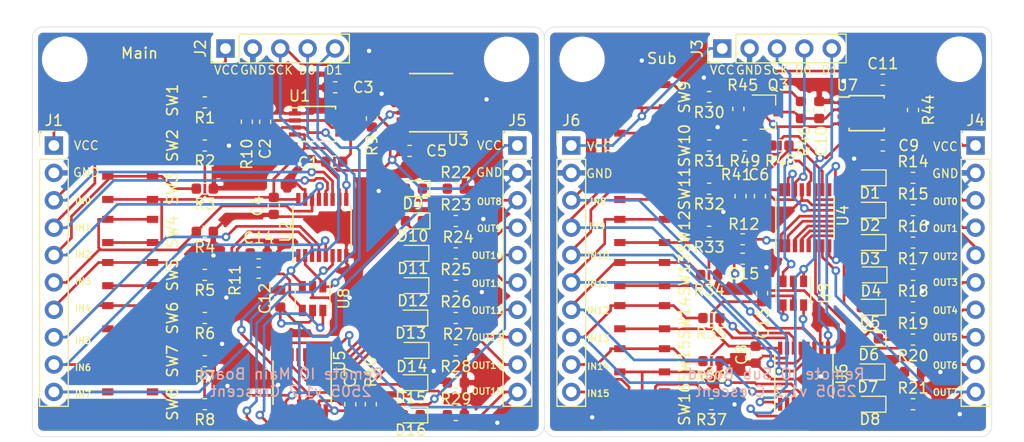
<source format=kicad_pcb>
(kicad_pcb (version 20171130) (host pcbnew "(5.1.2)-1")
  (title_block (title "Bidirectional Remote IO with Shift Registor") (date 2025-05-14) (rev v1.2) (company Crescent))
  (layers (0 F.Cu signal) (31 B.Cu signal) (34 B.Paste user) (35 F.Paste user) (36 B.SilkS user) (37 F.SilkS user) (38 B.Mask user) (39 F.Mask user) (44 Edge.Cuts user))
  (net 0 "")
  (net 1 GND)
  (net 2 "Net-(C1-Pad1)")
  (net 3 "Net-(C2-Pad1)")
  (net 4 VCC)
  (net 5 /OUTPUT0)
  (net 6 /OUTPUT1)
  (net 7 /OUTPUT2)
  (net 8 /OUTPUT3)
  (net 9 /OUTPUT4)
  (net 10 /OUTPUT5)
  (net 11 /OUTPUT6)
  (net 12 /OUTPUT7)
  (net 13 /INPUT7)
  (net 14 /INPUT6)
  (net 15 /INPUT5)
  (net 16 /INPUT4)
  (net 17 /INPUT3)
  (net 18 /INPUT2)
  (net 19 /INPUT1)
  (net 20 /INPUT0)
  (net 21 /SUB_CLK)
  (net 22 /MAIN_CLK)
  (net 23 /SUB_CLK_INV)
  (net 24 "Net-(R9-Pad2)")
  (net 25 "Net-(U3-Pad11)")
  (net 26 /OUTPUT8)
  (net 27 /OUTPUT9)
  (net 28 /OUTPUT10)
  (net 29 /OUTPUT11)
  (net 30 /OUTPUT12)
  (net 31 /OUTPUT13)
  (net 32 /OUTPUT14)
  (net 33 /OUTPUT15)
  (net 34 /INPUT15)
  (net 35 /INPUT14)
  (net 36 /INPUT13)
  (net 37 /INPUT12)
  (net 38 /INPUT11)
  (net 39 /INPUT10)
  (net 40 /INPUT9)
  (net 41 /INPUT8)
  (net 42 /SERIAL_DATA0)
  (net 43 /SERIAL_DATA1)
  (net 44 "Net-(C9-Pad1)")
  (net 45 "Net-(C10-Pad1)")
  (net 46 "Net-(Q3-Pad2)")
  (net 47 "Net-(Q3-Pad1)")
  (net 48 "Net-(R44-Pad2)")
  (net 49 /MAIN_CLK_INV)
  (net 50 "Net-(D1-Pad1)")
  (net 51 "Net-(D2-Pad1)")
  (net 52 "Net-(D3-Pad1)")
  (net 53 "Net-(D4-Pad1)")
  (net 54 "Net-(D5-Pad1)")
  (net 55 "Net-(D6-Pad1)")
  (net 56 "Net-(D7-Pad1)")
  (net 57 "Net-(D8-Pad1)")
  (net 58 "Net-(D9-Pad1)")
  (net 59 "Net-(D10-Pad1)")
  (net 60 "Net-(D11-Pad1)")
  (net 61 "Net-(D12-Pad1)")
  (net 62 "Net-(D13-Pad1)")
  (net 63 "Net-(D14-Pad1)")
  (net 64 "Net-(D15-Pad1)")
  (net 65 "Net-(D16-Pad1)")
  (net 66 "Net-(U2-Pad7)")
  (net 67 "Net-(U3-Pad12)")
  (net 68 "Net-(U3-Pad10)")
  (net 69 "Net-(U3-Pad7)")
  (net 70 "Net-(U3-Pad6)")
  (net 71 "Net-(U3-Pad5)")
  (net 72 "Net-(U3-Pad4)")
  (net 73 "Net-(U3-Pad3)")
  (net 74 "Net-(U3-Pad2)")
  (net 75 "Net-(U3-Pad1)")
  (net 76 "Net-(U4-Pad9)")
  (net 77 "Net-(U5-Pad9)")
  (net 78 "Net-(U6-Pad7)")
  (net 79 "Net-(C14-Pad1)")
  (net 80 "Net-(C15-Pad1)")
  (module Resistor_SMD:R_0603_1608Metric (layer F.Cu) (at 163.9 111.7)
    (fp_text reference R12 (at 0.1 -1.4) (layer F.SilkS))
    (fp_text value 1k)
    (pad 2 smd roundrect (at 0.7875 0) (size 0.875 0.95) (layers F.Cu F.Paste F.Mask) (net 23 /SUB_CLK_INV))
    (pad 1 smd roundrect (at -0.7875 0) (size 0.875 0.95) (layers F.Cu F.Paste F.Mask) (net 80 "Net-(C15-Pad1)"))
  )
  (module Resistor_SMD:R_0603_1608Metric (layer F.Cu) (at 119 114.8)
    (fp_text reference R11 (at -2.2 0.7 90) (layer F.SilkS))
    (fp_text value 1k)
    (pad 2 smd roundrect (at 0.7875 0) (size 0.875 0.95) (layers F.Cu F.Paste F.Mask) (net 23 /SUB_CLK_INV))
    (pad 1 smd roundrect (at -0.7875 0) (size 0.875 0.95) (layers F.Cu F.Paste F.Mask) (net 79 "Net-(C14-Pad1)"))
  )
  (module Capacitor_SMD:C_0603_1608Metric (layer F.Cu) (at 163.9 113.5)
    (fp_text reference C15 (at 0.1 1.4) (layer F.SilkS))
    (fp_text value 0.01u)
    (pad 2 smd roundrect (at 0.7875 0) (size 0.875 0.95) (layers F.Cu F.Paste F.Mask) (net 1 GND))
    (pad 1 smd roundrect (at -0.7875 0) (size 0.875 0.95) (layers F.Cu F.Paste F.Mask) (net 80 "Net-(C15-Pad1)"))
  )
  (module Capacitor_SMD:C_0603_1608Metric (layer F.Cu) (at 119 113)
    (fp_text reference C14 (at 0 -1.43) (layer F.SilkS))
    (fp_text value 0.01u)
    (pad 2 smd roundrect (at 0.7875 0) (size 0.875 0.95) (layers F.Cu F.Paste F.Mask) (net 1 GND))
    (pad 1 smd roundrect (at -0.7875 0) (size 0.875 0.95) (layers F.Cu F.Paste F.Mask) (net 79 "Net-(C14-Pad1)"))
  )
  (module LED_SMD:LED_0603_1608Metric (layer F.Cu) (at 133.2 128 180)
    (fp_text reference D16 (at 0.1 -1.4) (layer F.SilkS))
    (fp_text value LED_ALT)
    (pad 2 smd roundrect (at 0.7875 0 180) (size 0.875 0.95) (layers F.Cu F.Paste F.Mask) (net 33 /OUTPUT15))
    (pad 1 smd roundrect (at -0.7875 0 180) (size 0.875 0.95) (layers F.Cu F.Paste F.Mask) (net 65 "Net-(D16-Pad1)"))
  )
  (module LED_SMD:LED_0603_1608Metric (layer F.Cu) (at 133.2 125 180)
    (fp_text reference D15 (at 0.1 -1.4) (layer F.SilkS))
    (fp_text value LED_ALT)
    (pad 2 smd roundrect (at 0.7875 0 180) (size 0.875 0.95) (layers F.Cu F.Paste F.Mask) (net 32 /OUTPUT14))
    (pad 1 smd roundrect (at -0.7875 0 180) (size 0.875 0.95) (layers F.Cu F.Paste F.Mask) (net 64 "Net-(D15-Pad1)"))
  )
  (module LED_SMD:LED_0603_1608Metric (layer F.Cu) (at 133.3 122 180)
    (fp_text reference D14 (at 0.1 -1.5) (layer F.SilkS))
    (fp_text value LED_ALT)
    (pad 2 smd roundrect (at 0.7875 0 180) (size 0.875 0.95) (layers F.Cu F.Paste F.Mask) (net 31 /OUTPUT13))
    (pad 1 smd roundrect (at -0.7875 0 180) (size 0.875 0.95) (layers F.Cu F.Paste F.Mask) (net 63 "Net-(D14-Pad1)"))
  )
  (module LED_SMD:LED_0603_1608Metric (layer F.Cu) (at 133.2 119 180)
    (fp_text reference D13 (at 0.1 -1.4) (layer F.SilkS))
    (fp_text value LED_ALT)
    (pad 2 smd roundrect (at 0.7875 0 180) (size 0.875 0.95) (layers F.Cu F.Paste F.Mask) (net 30 /OUTPUT12))
    (pad 1 smd roundrect (at -0.7875 0 180) (size 0.875 0.95) (layers F.Cu F.Paste F.Mask) (net 62 "Net-(D13-Pad1)"))
  )
  (module LED_SMD:LED_0603_1608Metric (layer F.Cu) (at 133.3 116 180)
    (fp_text reference D12 (at 0 -1.4) (layer F.SilkS))
    (fp_text value LED_ALT)
    (pad 2 smd roundrect (at 0.7875 0 180) (size 0.875 0.95) (layers F.Cu F.Paste F.Mask) (net 29 /OUTPUT11))
    (pad 1 smd roundrect (at -0.7875 0 180) (size 0.875 0.95) (layers F.Cu F.Paste F.Mask) (net 61 "Net-(D12-Pad1)"))
  )
  (module LED_SMD:LED_0603_1608Metric (layer F.Cu) (at 133.3 113 180)
    (fp_text reference D11 (at 0 -1.4) (layer F.SilkS))
    (fp_text value LED_ALT)
    (pad 2 smd roundrect (at 0.7875 0 180) (size 0.875 0.95) (layers F.Cu F.Paste F.Mask) (net 28 /OUTPUT10))
    (pad 1 smd roundrect (at -0.7875 0 180) (size 0.875 0.95) (layers F.Cu F.Paste F.Mask) (net 60 "Net-(D11-Pad1)"))
  )
  (module LED_SMD:LED_0603_1608Metric (layer F.Cu) (at 133.4 110 180)
    (fp_text reference D10 (at 0.1 -1.4) (layer F.SilkS))
    (fp_text value LED_ALT)
    (pad 2 smd roundrect (at 0.7875 0 180) (size 0.875 0.95) (layers F.Cu F.Paste F.Mask) (net 27 /OUTPUT9))
    (pad 1 smd roundrect (at -0.7875 0 180) (size 0.875 0.95) (layers F.Cu F.Paste F.Mask) (net 59 "Net-(D10-Pad1)"))
  )
  (module LED_SMD:LED_0603_1608Metric (layer F.Cu) (at 133.4 107 180)
    (fp_text reference D9 (at 0.1 -1.4) (layer F.SilkS))
    (fp_text value LED_ALT)
    (pad 2 smd roundrect (at 0.7875 0 180) (size 0.875 0.95) (layers F.Cu F.Paste F.Mask) (net 26 /OUTPUT8))
    (pad 1 smd roundrect (at -0.7875 0 180) (size 0.875 0.95) (layers F.Cu F.Paste F.Mask) (net 58 "Net-(D9-Pad1)"))
  )
  (module LED_SMD:LED_0603_1608Metric (layer F.Cu) (at 175.7 127 180)
    (fp_text reference D8 (at 0 -1.4) (layer F.SilkS))
    (fp_text value LED_ALT)
    (pad 2 smd roundrect (at 0.7875 0 180) (size 0.875 0.95) (layers F.Cu F.Paste F.Mask) (net 12 /OUTPUT7))
    (pad 1 smd roundrect (at -0.7875 0 180) (size 0.875 0.95) (layers F.Cu F.Paste F.Mask) (net 57 "Net-(D8-Pad1)"))
  )
  (module LED_SMD:LED_0603_1608Metric (layer F.Cu) (at 175.6 124 180)
    (fp_text reference D7 (at 0.1 -1.4) (layer F.SilkS))
    (fp_text value LED_ALT)
    (pad 2 smd roundrect (at 0.7875 0 180) (size 0.875 0.95) (layers F.Cu F.Paste F.Mask) (net 11 /OUTPUT6))
    (pad 1 smd roundrect (at -0.7875 0 180) (size 0.875 0.95) (layers F.Cu F.Paste F.Mask) (net 56 "Net-(D7-Pad1)"))
  )
  (module LED_SMD:LED_0603_1608Metric (layer F.Cu) (at 175.7 120.9 180)
    (fp_text reference D6 (at 0.1 -1.5) (layer F.SilkS))
    (fp_text value LED_ALT)
    (pad 2 smd roundrect (at 0.7875 0 180) (size 0.875 0.95) (layers F.Cu F.Paste F.Mask) (net 10 /OUTPUT5))
    (pad 1 smd roundrect (at -0.7875 0 180) (size 0.875 0.95) (layers F.Cu F.Paste F.Mask) (net 55 "Net-(D6-Pad1)"))
  )
  (module LED_SMD:LED_0603_1608Metric (layer F.Cu) (at 175.6875 118 180)
    (fp_text reference D5 (at -0.0125 -1.4) (layer F.SilkS))
    (fp_text value LED_ALT)
    (pad 2 smd roundrect (at 0.7875 0 180) (size 0.875 0.95) (layers F.Cu F.Paste F.Mask) (net 9 /OUTPUT4))
    (pad 1 smd roundrect (at -0.7875 0 180) (size 0.875 0.95) (layers F.Cu F.Paste F.Mask) (net 54 "Net-(D5-Pad1)"))
  )
  (module LED_SMD:LED_0603_1608Metric (layer F.Cu) (at 175.8 115 180)
    (fp_text reference D4 (at 0 -1.5) (layer F.SilkS))
    (fp_text value LED_ALT)
    (pad 2 smd roundrect (at 0.7875 0 180) (size 0.875 0.95) (layers F.Cu F.Paste F.Mask) (net 8 /OUTPUT3))
    (pad 1 smd roundrect (at -0.7875 0 180) (size 0.875 0.95) (layers F.Cu F.Paste F.Mask) (net 53 "Net-(D4-Pad1)"))
  )
  (module LED_SMD:LED_0603_1608Metric (layer F.Cu) (at 175.7 112 180)
    (fp_text reference D3 (at 0 -1.5) (layer F.SilkS))
    (fp_text value LED_ALT)
    (pad 2 smd roundrect (at 0.7875 0 180) (size 0.875 0.95) (layers F.Cu F.Paste F.Mask) (net 7 /OUTPUT2))
    (pad 1 smd roundrect (at -0.7875 0 180) (size 0.875 0.95) (layers F.Cu F.Paste F.Mask) (net 52 "Net-(D3-Pad1)"))
  )
  (module LED_SMD:LED_0603_1608Metric (layer F.Cu) (at 175.7 109 180)
    (fp_text reference D2 (at 0 -1.4) (layer F.SilkS))
    (fp_text value LED_ALT)
    (pad 2 smd roundrect (at 0.7875 0 180) (size 0.875 0.95) (layers F.Cu F.Paste F.Mask) (net 6 /OUTPUT1))
    (pad 1 smd roundrect (at -0.7875 0 180) (size 0.875 0.95) (layers F.Cu F.Paste F.Mask) (net 51 "Net-(D2-Pad1)"))
  )
  (module LED_SMD:LED_0603_1608Metric (layer F.Cu) (at 175.7125 106 180)
    (fp_text reference D1 (at 0.0125 -1.4) (layer F.SilkS))
    (fp_text value LED_ALT)
    (pad 2 smd roundrect (at 0.7875 0 180) (size 0.875 0.95) (layers F.Cu F.Paste F.Mask) (net 5 /OUTPUT0))
    (pad 1 smd roundrect (at -0.7875 0 180) (size 0.875 0.95) (layers F.Cu F.Paste F.Mask) (net 50 "Net-(D1-Pad1)"))
  )
  (module Package_TO_SOT_SMD:SOT-23-6 (layer F.Cu) (at 168.6 116.7 270)
    (fp_text reference U9 (at 0 -2.9 90) (layer F.SilkS))
    (fp_text value 74AUC2G04)
    (pad 5 smd rect (at 1.1 0 270) (size 1.06 0.65) (layers F.Cu F.Paste F.Mask) (net 4 VCC))
    (pad 6 smd rect (at 1.1 -0.95 270) (size 1.06 0.65) (layers F.Cu F.Paste F.Mask) (net 49 /MAIN_CLK_INV))
    (pad 4 smd rect (at 1.1 0.95 270) (size 1.06 0.65) (layers F.Cu F.Paste F.Mask) (net 23 /SUB_CLK_INV))
    (pad 3 smd rect (at -1.1 0.95 270) (size 1.06 0.65) (layers F.Cu F.Paste F.Mask) (net 21 /SUB_CLK))
    (pad 2 smd rect (at -1.1 0 270) (size 1.06 0.65) (layers F.Cu F.Paste F.Mask) (net 1 GND))
    (pad 1 smd rect (at -1.1 -0.95 270) (size 1.06 0.65) (layers F.Cu F.Paste F.Mask) (net 22 /MAIN_CLK))
  )
  (module Package_TO_SOT_SMD:SOT-23-6 (layer F.Cu) (at 124 117.2 270)
    (fp_text reference U8 (at 0 -2.9 90) (layer F.SilkS))
    (fp_text value 74AUC2G04)
    (pad 5 smd rect (at 1.1 0 270) (size 1.06 0.65) (layers F.Cu F.Paste F.Mask) (net 4 VCC))
    (pad 6 smd rect (at 1.1 -0.95 270) (size 1.06 0.65) (layers F.Cu F.Paste F.Mask) (net 49 /MAIN_CLK_INV))
    (pad 4 smd rect (at 1.1 0.95 270) (size 1.06 0.65) (layers F.Cu F.Paste F.Mask) (net 23 /SUB_CLK_INV))
    (pad 3 smd rect (at -1.1 0.95 270) (size 1.06 0.65) (layers F.Cu F.Paste F.Mask) (net 21 /SUB_CLK))
    (pad 2 smd rect (at -1.1 0 270) (size 1.06 0.65) (layers F.Cu F.Paste F.Mask) (net 1 GND))
    (pad 1 smd rect (at -1.1 -0.95 270) (size 1.06 0.65) (layers F.Cu F.Paste F.Mask) (net 22 /MAIN_CLK))
  )
  (module Capacitor_SMD:C_0603_1608Metric (layer F.Cu) (at 165.7 116.7 90)
    (fp_text reference C13 (at -2.8 0.1 90) (layer F.SilkS))
    (fp_text value 0.1u)
    (pad 2 smd roundrect (at 0.7875 0 90) (size 0.875 0.95) (layers F.Cu F.Paste F.Mask) (net 1 GND))
    (pad 1 smd roundrect (at -0.7875 0 90) (size 0.875 0.95) (layers F.Cu F.Paste F.Mask) (net 4 VCC))
  )
  (module Capacitor_SMD:C_0603_1608Metric (layer F.Cu) (at 121 117.2 90)
    (fp_text reference C12 (at 0 -1.43 90) (layer F.SilkS))
    (fp_text value 0.1u)
    (pad 2 smd roundrect (at 0.7875 0 90) (size 0.875 0.95) (layers F.Cu F.Paste F.Mask) (net 1 GND))
    (pad 1 smd roundrect (at -0.7875 0 90) (size 0.875 0.95) (layers F.Cu F.Paste F.Mask) (net 4 VCC))
  )
  (module Package_SO:TSSOP-8_3x3mm_P0.65mm (layer F.Cu) (at 175.4 100)
    (fp_text reference U7 (at -1.8 -2.6) (layer F.SilkS))
    (fp_text value NE555)
    (pad 8 smd rect (at 2.15 -0.975) (size 1.1 0.4) (layers F.Cu F.Paste F.Mask) (net 4 VCC))
    (pad 7 smd rect (at 2.15 -0.325) (size 1.1 0.4) (layers F.Cu F.Paste F.Mask) (net 48 "Net-(R44-Pad2)"))
    (pad 6 smd rect (at 2.15 0.325) (size 1.1 0.4) (layers F.Cu F.Paste F.Mask) (net 45 "Net-(C10-Pad1)"))
    (pad 5 smd rect (at 2.15 0.975) (size 1.1 0.4) (layers F.Cu F.Paste F.Mask) (net 44 "Net-(C9-Pad1)"))
    (pad 4 smd rect (at -2.15 0.975) (size 1.1 0.4) (layers F.Cu F.Paste F.Mask) (net 23 /SUB_CLK_INV))
    (pad 3 smd rect (at -2.15 0.325) (size 1.1 0.4) (layers F.Cu F.Paste F.Mask) (net 22 /MAIN_CLK))
    (pad 2 smd rect (at -2.15 -0.325) (size 1.1 0.4) (layers F.Cu F.Paste F.Mask) (net 45 "Net-(C10-Pad1)"))
    (pad 1 smd rect (at -2.15 -0.975) (size 1.1 0.4) (layers F.Cu F.Paste F.Mask) (net 1 GND))
  )
  (module Package_SO:TSSOP-8_3x3mm_P0.65mm (layer F.Cu) (at 124.5 101)
    (fp_text reference U1 (at -1.7 -2.6) (layer F.SilkS))
    (fp_text value NE555)
    (pad 8 smd rect (at 2.15 -0.975) (size 1.1 0.4) (layers F.Cu F.Paste F.Mask) (net 4 VCC))
    (pad 7 smd rect (at 2.15 -0.325) (size 1.1 0.4) (layers F.Cu F.Paste F.Mask) (net 24 "Net-(R9-Pad2)"))
    (pad 6 smd rect (at 2.15 0.325) (size 1.1 0.4) (layers F.Cu F.Paste F.Mask) (net 3 "Net-(C2-Pad1)"))
    (pad 5 smd rect (at 2.15 0.975) (size 1.1 0.4) (layers F.Cu F.Paste F.Mask) (net 2 "Net-(C1-Pad1)"))
    (pad 4 smd rect (at -2.15 0.975) (size 1.1 0.4) (layers F.Cu F.Paste F.Mask) (net 4 VCC))
    (pad 3 smd rect (at -2.15 0.325) (size 1.1 0.4) (layers F.Cu F.Paste F.Mask) (net 22 /MAIN_CLK))
    (pad 2 smd rect (at -2.15 -0.325) (size 1.1 0.4) (layers F.Cu F.Paste F.Mask) (net 3 "Net-(C2-Pad1)"))
    (pad 1 smd rect (at -2.15 -0.975) (size 1.1 0.4) (layers F.Cu F.Paste F.Mask) (net 1 GND))
  )
  (module Resistor_SMD:R_0603_1608Metric (layer F.Cu) (at 164.1 103 180)
    (fp_text reference R49 (at 0 -1.43) (layer F.SilkS))
    (fp_text value 10k)
    (pad 2 smd roundrect (at 0.7875 0 180) (size 0.875 0.95) (layers F.Cu F.Paste F.Mask) (net 1 GND))
    (pad 1 smd roundrect (at -0.7875 0 180) (size 0.875 0.95) (layers F.Cu F.Paste F.Mask) (net 46 "Net-(Q3-Pad2)"))
  )
  (module Resistor_SMD:R_0603_1608Metric (layer F.Cu) (at 167.4 103 180)
    (fp_text reference R48 (at 0 -1.43) (layer F.SilkS))
    (fp_text value 20k)
    (pad 2 smd roundrect (at 0.7875 0 180) (size 0.875 0.95) (layers F.Cu F.Paste F.Mask) (net 46 "Net-(Q3-Pad2)"))
    (pad 1 smd roundrect (at -0.7875 0 180) (size 0.875 0.95) (layers F.Cu F.Paste F.Mask) (net 4 VCC))
  )
  (module Resistor_SMD:R_0603_1608Metric (layer F.Cu) (at 169.3 99.7 270)
    (fp_text reference R46 (at 2.9 -0.3 90) (layer F.SilkS))
    (fp_text value 100k)
    (pad 2 smd roundrect (at 0.7875 0 270) (size 0.875 0.95) (layers F.Cu F.Paste F.Mask) (net 45 "Net-(C10-Pad1)"))
    (pad 1 smd roundrect (at -0.7875 0 270) (size 0.875 0.95) (layers F.Cu F.Paste F.Mask) (net 22 /MAIN_CLK))
  )
  (module Resistor_SMD:R_0603_1608Metric (layer F.Cu) (at 163.5 99.6 90)
    (fp_text reference R45 (at 2.2 0.4 180) (layer F.SilkS))
    (fp_text value 100k)
    (pad 2 smd roundrect (at 0.7875 0 90) (size 0.875 0.95) (layers F.Cu F.Paste F.Mask) (net 47 "Net-(Q3-Pad1)"))
    (pad 1 smd roundrect (at -0.7875 0 90) (size 0.875 0.95) (layers F.Cu F.Paste F.Mask) (net 23 /SUB_CLK_INV))
  )
  (module Resistor_SMD:R_0603_1608Metric (layer F.Cu) (at 179.7 99.7 270)
    (fp_text reference R44 (at 0 -1.43 90) (layer F.SilkS))
    (fp_text value 2.2k)
    (pad 2 smd roundrect (at 0.7875 0 270) (size 0.875 0.95) (layers F.Cu F.Paste F.Mask) (net 48 "Net-(R44-Pad2)"))
    (pad 1 smd roundrect (at -0.7875 0 270) (size 0.875 0.95) (layers F.Cu F.Paste F.Mask) (net 4 VCC))
  )
  (module Resistor_SMD:R_0603_1608Metric (layer F.Cu) (at 163.7 107.7 270)
    (fp_text reference R41 (at -2 0.4 180) (layer F.SilkS))
    (fp_text value 20k)
    (pad 2 smd roundrect (at 0.7875 0 270) (size 0.875 0.95) (layers F.Cu F.Paste F.Mask) (net 1 GND))
    (pad 1 smd roundrect (at -0.7875 0 270) (size 0.875 0.95) (layers F.Cu F.Paste F.Mask) (net 42 /SERIAL_DATA0))
  )
  (module Resistor_SMD:R_0603_1608Metric (layer F.Cu) (at 129.4 127 90)
    (fp_text reference R40 (at 3 0 90) (layer F.SilkS))
    (fp_text value 20k)
    (pad 2 smd roundrect (at 0.7875 0 90) (size 0.875 0.95) (layers F.Cu F.Paste F.Mask) (net 1 GND))
    (pad 1 smd roundrect (at -0.7875 0 90) (size 0.875 0.95) (layers F.Cu F.Paste F.Mask) (net 43 /SERIAL_DATA1))
  )
  (module Package_TO_SOT_SMD:SOT-23 (layer F.Cu) (at 166.2 99.9)
    (fp_text reference Q3 (at 1 -2.5) (layer F.SilkS))
    (fp_text value BC807_PNP_BEC)
    (pad 3 smd rect (at 1 0) (size 0.9 0.8) (layers F.Cu F.Paste F.Mask) (net 45 "Net-(C10-Pad1)"))
    (pad 2 smd rect (at -1 0.95) (size 0.9 0.8) (layers F.Cu F.Paste F.Mask) (net 46 "Net-(Q3-Pad2)"))
    (pad 1 smd rect (at -1 -0.95) (size 0.9 0.8) (layers F.Cu F.Paste F.Mask) (net 47 "Net-(Q3-Pad1)"))
  )
  (module Connector_PinHeader_2.54mm:PinHeader_1x05_P2.54mm_Vertical (layer F.Cu) (at 162 94 90)
    (fp_text reference J3 (at 0 -2.33 90) (layer F.SilkS))
    (fp_text value Conn_01x05)
    (pad 5 thru_hole oval (at 0 10.16 90) (size 1.7 1.7) (drill 1) (layers *.Cu *.Mask) (net 43 /SERIAL_DATA1))
    (pad 4 thru_hole oval (at 0 7.62 90) (size 1.7 1.7) (drill 1) (layers *.Cu *.Mask) (net 42 /SERIAL_DATA0))
    (pad 3 thru_hole oval (at 0 5.08 90) (size 1.7 1.7) (drill 1) (layers *.Cu *.Mask) (net 21 /SUB_CLK))
    (pad 2 thru_hole oval (at 0 2.54 90) (size 1.7 1.7) (drill 1) (layers *.Cu *.Mask) (net 1 GND))
    (pad 1 thru_hole rect (at 0 0 90) (size 1.7 1.7) (drill 1) (layers *.Cu *.Mask) (net 4 VCC))
  )
  (module Connector_PinHeader_2.54mm:PinHeader_1x05_P2.54mm_Vertical (layer F.Cu) (at 115.92 94 90)
    (fp_text reference J2 (at 0 -2.33 90) (layer F.SilkS))
    (fp_text value Conn_01x05)
    (pad 5 thru_hole oval (at 0 10.16 90) (size 1.7 1.7) (drill 1) (layers *.Cu *.Mask) (net 43 /SERIAL_DATA1))
    (pad 4 thru_hole oval (at 0 7.62 90) (size 1.7 1.7) (drill 1) (layers *.Cu *.Mask) (net 42 /SERIAL_DATA0))
    (pad 3 thru_hole oval (at 0 5.08 90) (size 1.7 1.7) (drill 1) (layers *.Cu *.Mask) (net 21 /SUB_CLK))
    (pad 2 thru_hole oval (at 0 2.54 90) (size 1.7 1.7) (drill 1) (layers *.Cu *.Mask) (net 1 GND))
    (pad 1 thru_hole rect (at 0 0 90) (size 1.7 1.7) (drill 1) (layers *.Cu *.Mask) (net 4 VCC))
  )
  (module Capacitor_SMD:C_0603_1608Metric (layer F.Cu) (at 176.9 96.9 180)
    (fp_text reference C11 (at 0 1.5) (layer F.SilkS))
    (fp_text value 0.1u)
    (pad 2 smd roundrect (at 0.7875 0 180) (size 0.875 0.95) (layers F.Cu F.Paste F.Mask) (net 1 GND))
    (pad 1 smd roundrect (at -0.7875 0 180) (size 0.875 0.95) (layers F.Cu F.Paste F.Mask) (net 4 VCC))
  )
  (module Capacitor_SMD:C_0603_1608Metric (layer F.Cu) (at 171 99.7 90)
    (fp_text reference C10 (at -2.9 0.2 90) (layer F.SilkS))
    (fp_text value 1000p)
    (pad 2 smd roundrect (at 0.7875 0 90) (size 0.875 0.95) (layers F.Cu F.Paste F.Mask) (net 1 GND))
    (pad 1 smd roundrect (at -0.7875 0 90) (size 0.875 0.95) (layers F.Cu F.Paste F.Mask) (net 45 "Net-(C10-Pad1)"))
  )
  (module Capacitor_SMD:C_0603_1608Metric (layer F.Cu) (at 176.9 103 180)
    (fp_text reference C9 (at -2.4 0) (layer F.SilkS))
    (fp_text value 0.01u)
    (pad 2 smd roundrect (at 0.7875 0 180) (size 0.875 0.95) (layers F.Cu F.Paste F.Mask) (net 1 GND))
    (pad 1 smd roundrect (at -0.7875 0 180) (size 0.875 0.95) (layers F.Cu F.Paste F.Mask) (net 44 "Net-(C9-Pad1)"))
  )
  (module MountingHole:MountingHole_3.2mm_M3 (layer F.Cu) (at 101 95)
    (fp_text reference REF1 hide)
    (fp_text value MountingHole_3.2mm_M3)
    (pad 1 np_thru_hole circle (at 0 0) (size 3.2 3.2) (drill 3.2) (layers *.Cu *.Mask))
  )
  (module MountingHole:MountingHole_3.2mm_M3 (layer F.Cu) (at 142 95)
    (fp_text reference REF2 hide)
    (fp_text value MountingHole_3.2mm_M3)
    (pad 1 np_thru_hole circle (at 0 0) (size 3.2 3.2) (drill 3.2) (layers *.Cu *.Mask))
  )
  (module MountingHole:MountingHole_3.2mm_M3 (layer F.Cu) (at 149 95)
    (fp_text reference REF3 hide)
    (fp_text value MountingHole_3.2mm_M3)
    (pad 1 np_thru_hole circle (at 0 0) (size 3.2 3.2) (drill 3.2) (layers *.Cu *.Mask))
  )
  (module MountingHole:MountingHole_3.2mm_M3 (layer F.Cu) (at 184 95)
    (fp_text reference REF4 hide)
    (fp_text value MountingHole_3.2mm_M3)
    (pad 1 np_thru_hole circle (at 0 0) (size 3.2 3.2) (drill 3.2) (layers *.Cu *.Mask))
  )
  (module Package_SO:SSOP-16_3.9x4.9mm_P0.635mm (layer F.Cu) (at 169.6 124.4 90)
    (fp_text reference U6 (at 0.2 3.5 90) (layer F.SilkS))
    (fp_text value SN74HC165)
    (pad 16 smd rect (at 2.6 -2.2225 90) (size 1.2 0.4) (layers F.Cu F.Paste F.Mask) (net 4 VCC))
    (pad 15 smd rect (at 2.6 -1.5875 90) (size 1.2 0.4) (layers F.Cu F.Paste F.Mask) (net 1 GND))
    (pad 14 smd rect (at 2.6 -0.9525 90) (size 1.2 0.4) (layers F.Cu F.Paste F.Mask) (net 38 /INPUT11))
    (pad 13 smd rect (at 2.6 -0.3175 90) (size 1.2 0.4) (layers F.Cu F.Paste F.Mask) (net 39 /INPUT10))
    (pad 12 smd rect (at 2.6 0.3175 90) (size 1.2 0.4) (layers F.Cu F.Paste F.Mask) (net 40 /INPUT9))
    (pad 11 smd rect (at 2.6 0.9525 90) (size 1.2 0.4) (layers F.Cu F.Paste F.Mask) (net 41 /INPUT8))
    (pad 10 smd rect (at 2.6 1.5875 90) (size 1.2 0.4) (layers F.Cu F.Paste F.Mask) (net 1 GND))
    (pad 9 smd rect (at 2.6 2.2225 90) (size 1.2 0.4) (layers F.Cu F.Paste F.Mask) (net 43 /SERIAL_DATA1))
    (pad 8 smd rect (at -2.6 2.2225 90) (size 1.2 0.4) (layers F.Cu F.Paste F.Mask) (net 1 GND))
    (pad 7 smd rect (at -2.6 1.5875 90) (size 1.2 0.4) (layers F.Cu F.Paste F.Mask) (net 78 "Net-(U6-Pad7)"))
    (pad 6 smd rect (at -2.6 0.9525 90) (size 1.2 0.4) (layers F.Cu F.Paste F.Mask) (net 34 /INPUT15))
    (pad 5 smd rect (at -2.6 0.3175 90) (size 1.2 0.4) (layers F.Cu F.Paste F.Mask) (net 35 /INPUT14))
    (pad 4 smd rect (at -2.6 -0.3175 90) (size 1.2 0.4) (layers F.Cu F.Paste F.Mask) (net 36 /INPUT13))
    (pad 3 smd rect (at -2.6 -0.9525 90) (size 1.2 0.4) (layers F.Cu F.Paste F.Mask) (net 37 /INPUT12))
    (pad 2 smd rect (at -2.6 -1.5875 90) (size 1.2 0.4) (layers F.Cu F.Paste F.Mask) (net 22 /MAIN_CLK))
    (pad 1 smd rect (at -2.6 -2.2225 90) (size 1.2 0.4) (layers F.Cu F.Paste F.Mask) (net 80 "Net-(C15-Pad1)"))
  )
  (module Package_SO:SSOP-16_3.9x4.9mm_P0.635mm (layer F.Cu) (at 123 125 270)
    (fp_text reference U5 (at -2 -3.5 90) (layer F.SilkS))
    (fp_text value 74HC595)
    (pad 16 smd rect (at 2.6 -2.2225 270) (size 1.2 0.4) (layers F.Cu F.Paste F.Mask) (net 4 VCC))
    (pad 15 smd rect (at 2.6 -1.5875 270) (size 1.2 0.4) (layers F.Cu F.Paste F.Mask) (net 26 /OUTPUT8))
    (pad 14 smd rect (at 2.6 -0.9525 270) (size 1.2 0.4) (layers F.Cu F.Paste F.Mask) (net 43 /SERIAL_DATA1))
    (pad 13 smd rect (at 2.6 -0.3175 270) (size 1.2 0.4) (layers F.Cu F.Paste F.Mask) (net 1 GND))
    (pad 12 smd rect (at 2.6 0.3175 270) (size 1.2 0.4) (layers F.Cu F.Paste F.Mask) (net 21 /SUB_CLK))
    (pad 11 smd rect (at 2.6 0.9525 270) (size 1.2 0.4) (layers F.Cu F.Paste F.Mask) (net 49 /MAIN_CLK_INV))
    (pad 10 smd rect (at 2.6 1.5875 270) (size 1.2 0.4) (layers F.Cu F.Paste F.Mask) (net 4 VCC))
    (pad 9 smd rect (at 2.6 2.2225 270) (size 1.2 0.4) (layers F.Cu F.Paste F.Mask) (net 77 "Net-(U5-Pad9)"))
    (pad 8 smd rect (at -2.6 2.2225 270) (size 1.2 0.4) (layers F.Cu F.Paste F.Mask) (net 1 GND))
    (pad 7 smd rect (at -2.6 1.5875 270) (size 1.2 0.4) (layers F.Cu F.Paste F.Mask) (net 33 /OUTPUT15))
    (pad 6 smd rect (at -2.6 0.9525 270) (size 1.2 0.4) (layers F.Cu F.Paste F.Mask) (net 32 /OUTPUT14))
    (pad 5 smd rect (at -2.6 0.3175 270) (size 1.2 0.4) (layers F.Cu F.Paste F.Mask) (net 31 /OUTPUT13))
    (pad 4 smd rect (at -2.6 -0.3175 270) (size 1.2 0.4) (layers F.Cu F.Paste F.Mask) (net 30 /OUTPUT12))
    (pad 3 smd rect (at -2.6 -0.9525 270) (size 1.2 0.4) (layers F.Cu F.Paste F.Mask) (net 29 /OUTPUT11))
    (pad 2 smd rect (at -2.6 -1.5875 270) (size 1.2 0.4) (layers F.Cu F.Paste F.Mask) (net 28 /OUTPUT10))
    (pad 1 smd rect (at -2.6 -2.2225 270) (size 1.2 0.4) (layers F.Cu F.Paste F.Mask) (net 27 /OUTPUT9))
  )
  (module SMD_PUSHSWITCH:SKRPACE010 (layer F.Cu) (at 152.5 128)
    (fp_text reference SW16 (at 6 -1 90) (layer F.SilkS))
    (fp_text value INPUT7)
    (pad 1 smd rect (at 0 -2.15) (size 1.05 0.65) (layers F.Cu F.Paste F.Mask) (net 34 /INPUT15))
    (pad 1 smd rect (at 4.15 -2.15) (size 1.05 0.65) (layers F.Cu F.Paste F.Mask) (net 34 /INPUT15))
    (pad 2 smd rect (at 0 0) (size 1.05 0.65) (layers F.Cu F.Paste F.Mask) (net 4 VCC))
    (pad 2 smd rect (at 4.15 0) (size 1.05 0.65) (layers F.Cu F.Paste F.Mask) (net 4 VCC))
  )
  (module SMD_PUSHSWITCH:SKRPACE010 (layer F.Cu) (at 152.5 124)
    (fp_text reference SW15 (at 6 -1 90) (layer F.SilkS))
    (fp_text value INPUT6)
    (pad 1 smd rect (at 0 -2.15) (size 1.05 0.65) (layers F.Cu F.Paste F.Mask) (net 35 /INPUT14))
    (pad 1 smd rect (at 4.15 -2.15) (size 1.05 0.65) (layers F.Cu F.Paste F.Mask) (net 35 /INPUT14))
    (pad 2 smd rect (at 0 0) (size 1.05 0.65) (layers F.Cu F.Paste F.Mask) (net 4 VCC))
    (pad 2 smd rect (at 4.15 0) (size 1.05 0.65) (layers F.Cu F.Paste F.Mask) (net 4 VCC))
  )
  (module SMD_PUSHSWITCH:SKRPACE010 (layer F.Cu) (at 152.5 120)
    (fp_text reference SW14 (at 6 -1 90) (layer F.SilkS))
    (fp_text value INPUT5)
    (pad 1 smd rect (at 0 -2.15) (size 1.05 0.65) (layers F.Cu F.Paste F.Mask) (net 36 /INPUT13))
    (pad 1 smd rect (at 4.15 -2.15) (size 1.05 0.65) (layers F.Cu F.Paste F.Mask) (net 36 /INPUT13))
    (pad 2 smd rect (at 0 0) (size 1.05 0.65) (layers F.Cu F.Paste F.Mask) (net 4 VCC))
    (pad 2 smd rect (at 4.15 0) (size 1.05 0.65) (layers F.Cu F.Paste F.Mask) (net 4 VCC))
  )
  (module SMD_PUSHSWITCH:SKRPACE010 (layer F.Cu) (at 152.5 116)
    (fp_text reference SW13 (at 6 -1 90) (layer F.SilkS))
    (fp_text value INPUT4)
    (pad 1 smd rect (at 0 -2.15) (size 1.05 0.65) (layers F.Cu F.Paste F.Mask) (net 37 /INPUT12))
    (pad 1 smd rect (at 4.15 -2.15) (size 1.05 0.65) (layers F.Cu F.Paste F.Mask) (net 37 /INPUT12))
    (pad 2 smd rect (at 0 0) (size 1.05 0.65) (layers F.Cu F.Paste F.Mask) (net 4 VCC))
    (pad 2 smd rect (at 4.15 0) (size 1.05 0.65) (layers F.Cu F.Paste F.Mask) (net 4 VCC))
  )
  (module SMD_PUSHSWITCH:SKRPACE010 (layer F.Cu) (at 152.5 112)
    (fp_text reference SW12 (at 6 -1 90) (layer F.SilkS))
    (fp_text value INPUT3)
    (pad 1 smd rect (at 0 -2.15) (size 1.05 0.65) (layers F.Cu F.Paste F.Mask) (net 38 /INPUT11))
    (pad 1 smd rect (at 4.15 -2.15) (size 1.05 0.65) (layers F.Cu F.Paste F.Mask) (net 38 /INPUT11))
    (pad 2 smd rect (at 0 0) (size 1.05 0.65) (layers F.Cu F.Paste F.Mask) (net 4 VCC))
    (pad 2 smd rect (at 4.15 0) (size 1.05 0.65) (layers F.Cu F.Paste F.Mask) (net 4 VCC))
  )
  (module SMD_PUSHSWITCH:SKRPACE010 (layer F.Cu) (at 152.5 108)
    (fp_text reference SW11 (at 6 -1 90) (layer F.SilkS))
    (fp_text value INPUT2)
    (pad 1 smd rect (at 0 -2.15) (size 1.05 0.65) (layers F.Cu F.Paste F.Mask) (net 39 /INPUT10))
    (pad 1 smd rect (at 4.15 -2.15) (size 1.05 0.65) (layers F.Cu F.Paste F.Mask) (net 39 /INPUT10))
    (pad 2 smd rect (at 0 0) (size 1.05 0.65) (layers F.Cu F.Paste F.Mask) (net 4 VCC))
    (pad 2 smd rect (at 4.15 0) (size 1.05 0.65) (layers F.Cu F.Paste F.Mask) (net 4 VCC))
  )
  (module SMD_PUSHSWITCH:SKRPACE010 (layer F.Cu) (at 152.5 104)
    (fp_text reference SW10 (at 6 -1 90) (layer F.SilkS))
    (fp_text value INPUT1)
    (pad 1 smd rect (at 0 -2.15) (size 1.05 0.65) (layers F.Cu F.Paste F.Mask) (net 40 /INPUT9))
    (pad 1 smd rect (at 4.15 -2.15) (size 1.05 0.65) (layers F.Cu F.Paste F.Mask) (net 40 /INPUT9))
    (pad 2 smd rect (at 0 0) (size 1.05 0.65) (layers F.Cu F.Paste F.Mask) (net 4 VCC))
    (pad 2 smd rect (at 4.15 0) (size 1.05 0.65) (layers F.Cu F.Paste F.Mask) (net 4 VCC))
  )
  (module SMD_PUSHSWITCH:SKRPACE010 (layer F.Cu) (at 152.5 99.5)
    (fp_text reference SW9 (at 6 -1 90) (layer F.SilkS))
    (fp_text value INPUT0)
    (pad 1 smd rect (at 0 -2.15) (size 1.05 0.65) (layers F.Cu F.Paste F.Mask) (net 41 /INPUT8))
    (pad 1 smd rect (at 4.15 -2.15) (size 1.05 0.65) (layers F.Cu F.Paste F.Mask) (net 41 /INPUT8))
    (pad 2 smd rect (at 0 0) (size 1.05 0.65) (layers F.Cu F.Paste F.Mask) (net 4 VCC))
    (pad 2 smd rect (at 4.15 0) (size 1.05 0.65) (layers F.Cu F.Paste F.Mask) (net 4 VCC))
  )
  (module Resistor_SMD:R_0603_1608Metric (layer F.Cu) (at 161 127 180)
    (fp_text reference R37 (at 0 -1.43) (layer F.SilkS))
    (fp_text value 20k)
    (pad 2 smd roundrect (at 0.7875 0 180) (size 0.875 0.95) (layers F.Cu F.Paste F.Mask) (net 34 /INPUT15))
    (pad 1 smd roundrect (at -0.7875 0 180) (size 0.875 0.95) (layers F.Cu F.Paste F.Mask) (net 1 GND))
  )
  (module Resistor_SMD:R_0603_1608Metric (layer F.Cu) (at 161 123 180)
    (fp_text reference R36 (at 0 -1.43) (layer F.SilkS))
    (fp_text value 20k)
    (pad 2 smd roundrect (at 0.7875 0 180) (size 0.875 0.95) (layers F.Cu F.Paste F.Mask) (net 35 /INPUT14))
    (pad 1 smd roundrect (at -0.7875 0 180) (size 0.875 0.95) (layers F.Cu F.Paste F.Mask) (net 1 GND))
  )
  (module Resistor_SMD:R_0603_1608Metric (layer F.Cu) (at 161 119 180)
    (fp_text reference R35 (at 0 -1.43) (layer F.SilkS))
    (fp_text value 20k)
    (pad 2 smd roundrect (at 0.7875 0 180) (size 0.875 0.95) (layers F.Cu F.Paste F.Mask) (net 36 /INPUT13))
    (pad 1 smd roundrect (at -0.7875 0 180) (size 0.875 0.95) (layers F.Cu F.Paste F.Mask) (net 1 GND))
  )
  (module Resistor_SMD:R_0603_1608Metric (layer F.Cu) (at 160.788 115 180)
    (fp_text reference R34 (at 0 -1.43) (layer F.SilkS))
    (fp_text value 20k)
    (pad 2 smd roundrect (at 0.7875 0 180) (size 0.875 0.95) (layers F.Cu F.Paste F.Mask) (net 37 /INPUT12))
    (pad 1 smd roundrect (at -0.7875 0 180) (size 0.875 0.95) (layers F.Cu F.Paste F.Mask) (net 1 GND))
  )
  (module Resistor_SMD:R_0603_1608Metric (layer F.Cu) (at 160.788 111 180)
    (fp_text reference R33 (at 0 -1.43) (layer F.SilkS))
    (fp_text value 20k)
    (pad 2 smd roundrect (at 0.7875 0 180) (size 0.875 0.95) (layers F.Cu F.Paste F.Mask) (net 38 /INPUT11))
    (pad 1 smd roundrect (at -0.7875 0 180) (size 0.875 0.95) (layers F.Cu F.Paste F.Mask) (net 1 GND))
  )
  (module Resistor_SMD:R_0603_1608Metric (layer F.Cu) (at 160.788 107 180)
    (fp_text reference R32 (at 0 -1.43) (layer F.SilkS))
    (fp_text value 20k)
    (pad 2 smd roundrect (at 0.7875 0 180) (size 0.875 0.95) (layers F.Cu F.Paste F.Mask) (net 39 /INPUT10))
    (pad 1 smd roundrect (at -0.7875 0 180) (size 0.875 0.95) (layers F.Cu F.Paste F.Mask) (net 1 GND))
  )
  (module Resistor_SMD:R_0603_1608Metric (layer F.Cu) (at 160.788 103 180)
    (fp_text reference R31 (at 0 -1.43) (layer F.SilkS))
    (fp_text value 20k)
    (pad 2 smd roundrect (at 0.7875 0 180) (size 0.875 0.95) (layers F.Cu F.Paste F.Mask) (net 40 /INPUT9))
    (pad 1 smd roundrect (at -0.7875 0 180) (size 0.875 0.95) (layers F.Cu F.Paste F.Mask) (net 1 GND))
  )
  (module Resistor_SMD:R_0603_1608Metric (layer F.Cu) (at 160.788 98.5 180)
    (fp_text reference R30 (at 0 -1.43) (layer F.SilkS))
    (fp_text value 20k)
    (pad 2 smd roundrect (at 0.7875 0 180) (size 0.875 0.95) (layers F.Cu F.Paste F.Mask) (net 41 /INPUT8))
    (pad 1 smd roundrect (at -0.7875 0 180) (size 0.875 0.95) (layers F.Cu F.Paste F.Mask) (net 1 GND))
  )
  (module Resistor_SMD:R_0603_1608Metric (layer F.Cu) (at 137.288 128 180)
    (fp_text reference R29 (at 0 1.5) (layer F.SilkS))
    (fp_text value 2.2k)
    (pad 2 smd roundrect (at 0.7875 0 180) (size 0.875 0.95) (layers F.Cu F.Paste F.Mask) (net 65 "Net-(D16-Pad1)"))
    (pad 1 smd roundrect (at -0.7875 0 180) (size 0.875 0.95) (layers F.Cu F.Paste F.Mask) (net 1 GND))
  )
  (module Resistor_SMD:R_0603_1608Metric (layer F.Cu) (at 137.288 125 180)
    (fp_text reference R28 (at 0 1.5) (layer F.SilkS))
    (fp_text value 2.2k)
    (pad 2 smd roundrect (at 0.7875 0 180) (size 0.875 0.95) (layers F.Cu F.Paste F.Mask) (net 64 "Net-(D15-Pad1)"))
    (pad 1 smd roundrect (at -0.7875 0 180) (size 0.875 0.95) (layers F.Cu F.Paste F.Mask) (net 1 GND))
  )
  (module Resistor_SMD:R_0603_1608Metric (layer F.Cu) (at 137.288 122 180)
    (fp_text reference R27 (at -0.2125 1.5) (layer F.SilkS))
    (fp_text value 2.2k)
    (pad 2 smd roundrect (at 0.7875 0 180) (size 0.875 0.95) (layers F.Cu F.Paste F.Mask) (net 63 "Net-(D14-Pad1)"))
    (pad 1 smd roundrect (at -0.7875 0 180) (size 0.875 0.95) (layers F.Cu F.Paste F.Mask) (net 1 GND))
  )
  (module Resistor_SMD:R_0603_1608Metric (layer F.Cu) (at 137.288 119 180)
    (fp_text reference R26 (at 0 1.5) (layer F.SilkS))
    (fp_text value 2.2k)
    (pad 2 smd roundrect (at 0.7875 0 180) (size 0.875 0.95) (layers F.Cu F.Paste F.Mask) (net 62 "Net-(D13-Pad1)"))
    (pad 1 smd roundrect (at -0.7875 0 180) (size 0.875 0.95) (layers F.Cu F.Paste F.Mask) (net 1 GND))
  )
  (module Resistor_SMD:R_0603_1608Metric (layer F.Cu) (at 137.288 116 180)
    (fp_text reference R25 (at 0 1.5) (layer F.SilkS))
    (fp_text value 2.2k)
    (pad 2 smd roundrect (at 0.7875 0 180) (size 0.875 0.95) (layers F.Cu F.Paste F.Mask) (net 61 "Net-(D12-Pad1)"))
    (pad 1 smd roundrect (at -0.7875 0 180) (size 0.875 0.95) (layers F.Cu F.Paste F.Mask) (net 1 GND))
  )
  (module Resistor_SMD:R_0603_1608Metric (layer F.Cu) (at 137.288 113 180)
    (fp_text reference R24 (at -0.2125 1.5) (layer F.SilkS))
    (fp_text value 2.2k)
    (pad 2 smd roundrect (at 0.7875 0 180) (size 0.875 0.95) (layers F.Cu F.Paste F.Mask) (net 60 "Net-(D11-Pad1)"))
    (pad 1 smd roundrect (at -0.7875 0 180) (size 0.875 0.95) (layers F.Cu F.Paste F.Mask) (net 1 GND))
  )
  (module Resistor_SMD:R_0603_1608Metric (layer F.Cu) (at 137.288 110 180)
    (fp_text reference R23 (at 0 1.5) (layer F.SilkS))
    (fp_text value 2.2k)
    (pad 2 smd roundrect (at 0.7875 0 180) (size 0.875 0.95) (layers F.Cu F.Paste F.Mask) (net 59 "Net-(D10-Pad1)"))
    (pad 1 smd roundrect (at -0.7875 0 180) (size 0.875 0.95) (layers F.Cu F.Paste F.Mask) (net 1 GND))
  )
  (module Resistor_SMD:R_0603_1608Metric (layer F.Cu) (at 137.288 107 180)
    (fp_text reference R22 (at 0 1.5) (layer F.SilkS))
    (fp_text value 2.2k)
    (pad 2 smd roundrect (at 0.7875 0 180) (size 0.875 0.95) (layers F.Cu F.Paste F.Mask) (net 58 "Net-(D9-Pad1)"))
    (pad 1 smd roundrect (at -0.7875 0 180) (size 0.875 0.95) (layers F.Cu F.Paste F.Mask) (net 1 GND))
  )
  (module Connector_PinHeader_2.54mm:PinHeader_1x10_P2.54mm_Vertical (layer F.Cu) (at 148 103)
    (fp_text reference J6 (at 0 -2.33) (layer F.SilkS))
    (fp_text value "POW & OUTPUT")
    (pad 10 thru_hole oval (at 0 22.86) (size 1.7 1.7) (drill 1) (layers *.Cu *.Mask) (net 34 /INPUT15))
    (pad 9 thru_hole oval (at 0 20.32) (size 1.7 1.7) (drill 1) (layers *.Cu *.Mask) (net 35 /INPUT14))
    (pad 8 thru_hole oval (at 0 17.78) (size 1.7 1.7) (drill 1) (layers *.Cu *.Mask) (net 36 /INPUT13))
    (pad 7 thru_hole oval (at 0 15.24) (size 1.7 1.7) (drill 1) (layers *.Cu *.Mask) (net 37 /INPUT12))
    (pad 6 thru_hole oval (at 0 12.7) (size 1.7 1.7) (drill 1) (layers *.Cu *.Mask) (net 38 /INPUT11))
    (pad 5 thru_hole oval (at 0 10.16) (size 1.7 1.7) (drill 1) (layers *.Cu *.Mask) (net 39 /INPUT10))
    (pad 4 thru_hole oval (at 0 7.62) (size 1.7 1.7) (drill 1) (layers *.Cu *.Mask) (net 40 /INPUT9))
    (pad 3 thru_hole oval (at 0 5.08) (size 1.7 1.7) (drill 1) (layers *.Cu *.Mask) (net 41 /INPUT8))
    (pad 2 thru_hole oval (at 0 2.54) (size 1.7 1.7) (drill 1) (layers *.Cu *.Mask) (net 1 GND))
    (pad 1 thru_hole rect (at 0 0) (size 1.7 1.7) (drill 1) (layers *.Cu *.Mask) (net 4 VCC))
  )
  (module Connector_PinHeader_2.54mm:PinHeader_1x10_P2.54mm_Vertical (layer F.Cu) (at 143 103)
    (fp_text reference J5 (at 0 -2.33) (layer F.SilkS))
    (fp_text value "POW & OUTPUT")
    (pad 10 thru_hole oval (at 0 22.86) (size 1.7 1.7) (drill 1) (layers *.Cu *.Mask) (net 33 /OUTPUT15))
    (pad 9 thru_hole oval (at 0 20.32) (size 1.7 1.7) (drill 1) (layers *.Cu *.Mask) (net 32 /OUTPUT14))
    (pad 8 thru_hole oval (at 0 17.78) (size 1.7 1.7) (drill 1) (layers *.Cu *.Mask) (net 31 /OUTPUT13))
    (pad 7 thru_hole oval (at 0 15.24) (size 1.7 1.7) (drill 1) (layers *.Cu *.Mask) (net 30 /OUTPUT12))
    (pad 6 thru_hole oval (at 0 12.7) (size 1.7 1.7) (drill 1) (layers *.Cu *.Mask) (net 29 /OUTPUT11))
    (pad 5 thru_hole oval (at 0 10.16) (size 1.7 1.7) (drill 1) (layers *.Cu *.Mask) (net 28 /OUTPUT10))
    (pad 4 thru_hole oval (at 0 7.62) (size 1.7 1.7) (drill 1) (layers *.Cu *.Mask) (net 27 /OUTPUT9))
    (pad 3 thru_hole oval (at 0 5.08) (size 1.7 1.7) (drill 1) (layers *.Cu *.Mask) (net 26 /OUTPUT8))
    (pad 2 thru_hole oval (at 0 2.54) (size 1.7 1.7) (drill 1) (layers *.Cu *.Mask) (net 1 GND))
    (pad 1 thru_hole rect (at 0 0) (size 1.7 1.7) (drill 1) (layers *.Cu *.Mask) (net 4 VCC))
  )
  (module Capacitor_SMD:C_0603_1608Metric (layer F.Cu) (at 165.1 122.4 270)
    (fp_text reference C8 (at 0 1.3 90) (layer F.SilkS))
    (fp_text value 0.1u)
    (pad 2 smd roundrect (at 0.7875 0 270) (size 0.875 0.95) (layers F.Cu F.Paste F.Mask) (net 1 GND))
    (pad 1 smd roundrect (at -0.7875 0 270) (size 0.875 0.95) (layers F.Cu F.Paste F.Mask) (net 4 VCC))
  )
  (module Capacitor_SMD:C_0603_1608Metric (layer F.Cu) (at 127.5 127 90)
    (fp_text reference C7 (at 2.5 0 90) (layer F.SilkS))
    (fp_text value 0.1u)
    (pad 2 smd roundrect (at 0.7875 0 90) (size 0.875 0.95) (layers F.Cu F.Paste F.Mask) (net 1 GND))
    (pad 1 smd roundrect (at -0.7875 0 90) (size 0.875 0.95) (layers F.Cu F.Paste F.Mask) (net 4 VCC))
  )
  (module Package_SO:SSOP-16_3.9x4.9mm_P0.635mm (layer F.Cu) (at 169.7 109.7 90)
    (fp_text reference U4 (at 0.2 3.5 90) (layer F.SilkS))
    (fp_text value 74HC595)
    (pad 16 smd rect (at 2.6 -2.2225 90) (size 1.2 0.4) (layers F.Cu F.Paste F.Mask) (net 4 VCC))
    (pad 15 smd rect (at 2.6 -1.5875 90) (size 1.2 0.4) (layers F.Cu F.Paste F.Mask) (net 5 /OUTPUT0))
    (pad 14 smd rect (at 2.6 -0.9525 90) (size 1.2 0.4) (layers F.Cu F.Paste F.Mask) (net 42 /SERIAL_DATA0))
    (pad 13 smd rect (at 2.6 -0.3175 90) (size 1.2 0.4) (layers F.Cu F.Paste F.Mask) (net 1 GND))
    (pad 12 smd rect (at 2.6 0.3175 90) (size 1.2 0.4) (layers F.Cu F.Paste F.Mask) (net 21 /SUB_CLK))
    (pad 11 smd rect (at 2.6 0.9525 90) (size 1.2 0.4) (layers F.Cu F.Paste F.Mask) (net 49 /MAIN_CLK_INV))
    (pad 10 smd rect (at 2.6 1.5875 90) (size 1.2 0.4) (layers F.Cu F.Paste F.Mask) (net 4 VCC))
    (pad 9 smd rect (at 2.6 2.2225 90) (size 1.2 0.4) (layers F.Cu F.Paste F.Mask) (net 76 "Net-(U4-Pad9)"))
    (pad 8 smd rect (at -2.6 2.2225 90) (size 1.2 0.4) (layers F.Cu F.Paste F.Mask) (net 1 GND))
    (pad 7 smd rect (at -2.6 1.5875 90) (size 1.2 0.4) (layers F.Cu F.Paste F.Mask) (net 12 /OUTPUT7))
    (pad 6 smd rect (at -2.6 0.9525 90) (size 1.2 0.4) (layers F.Cu F.Paste F.Mask) (net 11 /OUTPUT6))
    (pad 5 smd rect (at -2.6 0.3175 90) (size 1.2 0.4) (layers F.Cu F.Paste F.Mask) (net 10 /OUTPUT5))
    (pad 4 smd rect (at -2.6 -0.3175 90) (size 1.2 0.4) (layers F.Cu F.Paste F.Mask) (net 9 /OUTPUT4))
    (pad 3 smd rect (at -2.6 -0.9525 90) (size 1.2 0.4) (layers F.Cu F.Paste F.Mask) (net 8 /OUTPUT3))
    (pad 2 smd rect (at -2.6 -1.5875 90) (size 1.2 0.4) (layers F.Cu F.Paste F.Mask) (net 7 /OUTPUT2))
    (pad 1 smd rect (at -2.6 -2.2225 90) (size 1.2 0.4) (layers F.Cu F.Paste F.Mask) (net 6 /OUTPUT1))
  )
  (module Package_SO:SSOP-16_3.9x4.9mm_P0.635mm (layer F.Cu) (at 135 99 180)
    (fp_text reference U3 (at -2.5 -3.5) (layer F.SilkS))
    (fp_text value CD4017)
    (pad 16 smd rect (at 2.6 -2.2225 180) (size 1.2 0.4) (layers F.Cu F.Paste F.Mask) (net 4 VCC))
    (pad 15 smd rect (at 2.6 -1.5875 180) (size 1.2 0.4) (layers F.Cu F.Paste F.Mask) (net 25 "Net-(U3-Pad11)"))
    (pad 14 smd rect (at 2.6 -0.9525 180) (size 1.2 0.4) (layers F.Cu F.Paste F.Mask) (net 22 /MAIN_CLK))
    (pad 13 smd rect (at 2.6 -0.3175 180) (size 1.2 0.4) (layers F.Cu F.Paste F.Mask) (net 1 GND))
    (pad 12 smd rect (at 2.6 0.3175 180) (size 1.2 0.4) (layers F.Cu F.Paste F.Mask) (net 67 "Net-(U3-Pad12)"))
    (pad 11 smd rect (at 2.6 0.9525 180) (size 1.2 0.4) (layers F.Cu F.Paste F.Mask) (net 25 "Net-(U3-Pad11)"))
    (pad 10 smd rect (at 2.6 1.5875 180) (size 1.2 0.4) (layers F.Cu F.Paste F.Mask) (net 68 "Net-(U3-Pad10)"))
    (pad 9 smd rect (at 2.6 2.2225 180) (size 1.2 0.4) (layers F.Cu F.Paste F.Mask) (net 21 /SUB_CLK))
    (pad 8 smd rect (at -2.6 2.2225 180) (size 1.2 0.4) (layers F.Cu F.Paste F.Mask) (net 1 GND))
    (pad 7 smd rect (at -2.6 1.5875 180) (size 1.2 0.4) (layers F.Cu F.Paste F.Mask) (net 69 "Net-(U3-Pad7)"))
    (pad 6 smd rect (at -2.6 0.9525 180) (size 1.2 0.4) (layers F.Cu F.Paste F.Mask) (net 70 "Net-(U3-Pad6)"))
    (pad 5 smd rect (at -2.6 0.3175 180) (size 1.2 0.4) (layers F.Cu F.Paste F.Mask) (net 71 "Net-(U3-Pad5)"))
    (pad 4 smd rect (at -2.6 -0.3175 180) (size 1.2 0.4) (layers F.Cu F.Paste F.Mask) (net 72 "Net-(U3-Pad4)"))
    (pad 3 smd rect (at -2.6 -0.9525 180) (size 1.2 0.4) (layers F.Cu F.Paste F.Mask) (net 73 "Net-(U3-Pad3)"))
    (pad 2 smd rect (at -2.6 -1.5875 180) (size 1.2 0.4) (layers F.Cu F.Paste F.Mask) (net 74 "Net-(U3-Pad2)"))
    (pad 1 smd rect (at -2.6 -2.2225 180) (size 1.2 0.4) (layers F.Cu F.Paste F.Mask) (net 75 "Net-(U3-Pad1)"))
  )
  (module Package_SO:SSOP-16_3.9x4.9mm_P0.635mm (layer F.Cu) (at 124.9 110.6 90)
    (fp_text reference U2 (at -0.4 -3.4 90) (layer F.SilkS))
    (fp_text value SN74HC165)
    (pad 16 smd rect (at 2.6 -2.2225 90) (size 1.2 0.4) (layers F.Cu F.Paste F.Mask) (net 4 VCC))
    (pad 15 smd rect (at 2.6 -1.5875 90) (size 1.2 0.4) (layers F.Cu F.Paste F.Mask) (net 1 GND))
    (pad 14 smd rect (at 2.6 -0.9525 90) (size 1.2 0.4) (layers F.Cu F.Paste F.Mask) (net 17 /INPUT3))
    (pad 13 smd rect (at 2.6 -0.3175 90) (size 1.2 0.4) (layers F.Cu F.Paste F.Mask) (net 18 /INPUT2))
    (pad 12 smd rect (at 2.6 0.3175 90) (size 1.2 0.4) (layers F.Cu F.Paste F.Mask) (net 19 /INPUT1))
    (pad 11 smd rect (at 2.6 0.9525 90) (size 1.2 0.4) (layers F.Cu F.Paste F.Mask) (net 20 /INPUT0))
    (pad 10 smd rect (at 2.6 1.5875 90) (size 1.2 0.4) (layers F.Cu F.Paste F.Mask) (net 1 GND))
    (pad 9 smd rect (at 2.6 2.2225 90) (size 1.2 0.4) (layers F.Cu F.Paste F.Mask) (net 42 /SERIAL_DATA0))
    (pad 8 smd rect (at -2.6 2.2225 90) (size 1.2 0.4) (layers F.Cu F.Paste F.Mask) (net 1 GND))
    (pad 7 smd rect (at -2.6 1.5875 90) (size 1.2 0.4) (layers F.Cu F.Paste F.Mask) (net 66 "Net-(U2-Pad7)"))
    (pad 6 smd rect (at -2.6 0.9525 90) (size 1.2 0.4) (layers F.Cu F.Paste F.Mask) (net 13 /INPUT7))
    (pad 5 smd rect (at -2.6 0.3175 90) (size 1.2 0.4) (layers F.Cu F.Paste F.Mask) (net 14 /INPUT6))
    (pad 4 smd rect (at -2.6 -0.3175 90) (size 1.2 0.4) (layers F.Cu F.Paste F.Mask) (net 15 /INPUT5))
    (pad 3 smd rect (at -2.6 -0.9525 90) (size 1.2 0.4) (layers F.Cu F.Paste F.Mask) (net 16 /INPUT4))
    (pad 2 smd rect (at -2.6 -1.5875 90) (size 1.2 0.4) (layers F.Cu F.Paste F.Mask) (net 22 /MAIN_CLK))
    (pad 1 smd rect (at -2.6 -2.2225 90) (size 1.2 0.4) (layers F.Cu F.Paste F.Mask) (net 79 "Net-(C14-Pad1)"))
  )
  (module SMD_PUSHSWITCH:SKRPACE010 (layer F.Cu) (at 105 128)
    (fp_text reference SW8 (at 6 -1 90) (layer F.SilkS))
    (fp_text value INPUT7)
    (pad 1 smd rect (at 0 -2.15) (size 1.05 0.65) (layers F.Cu F.Paste F.Mask) (net 13 /INPUT7))
    (pad 1 smd rect (at 4.15 -2.15) (size 1.05 0.65) (layers F.Cu F.Paste F.Mask) (net 13 /INPUT7))
    (pad 2 smd rect (at 0 0) (size 1.05 0.65) (layers F.Cu F.Paste F.Mask) (net 4 VCC))
    (pad 2 smd rect (at 4.15 0) (size 1.05 0.65) (layers F.Cu F.Paste F.Mask) (net 4 VCC))
  )
  (module SMD_PUSHSWITCH:SKRPACE010 (layer F.Cu) (at 105 124.15)
    (fp_text reference SW7 (at 6 -1.15 90) (layer F.SilkS))
    (fp_text value INPUT6)
    (pad 1 smd rect (at 0 -2.15) (size 1.05 0.65) (layers F.Cu F.Paste F.Mask) (net 14 /INPUT6))
    (pad 1 smd rect (at 4.15 -2.15) (size 1.05 0.65) (layers F.Cu F.Paste F.Mask) (net 14 /INPUT6))
    (pad 2 smd rect (at 0 0) (size 1.05 0.65) (layers F.Cu F.Paste F.Mask) (net 4 VCC))
    (pad 2 smd rect (at 4.15 0) (size 1.05 0.65) (layers F.Cu F.Paste F.Mask) (net 4 VCC))
  )
  (module SMD_PUSHSWITCH:SKRPACE010 (layer F.Cu) (at 105 120)
    (fp_text reference SW6 (at 6 -1 90) (layer F.SilkS))
    (fp_text value INPUT5)
    (pad 1 smd rect (at 0 -2.15) (size 1.05 0.65) (layers F.Cu F.Paste F.Mask) (net 15 /INPUT5))
    (pad 1 smd rect (at 4.15 -2.15) (size 1.05 0.65) (layers F.Cu F.Paste F.Mask) (net 15 /INPUT5))
    (pad 2 smd rect (at 0 0) (size 1.05 0.65) (layers F.Cu F.Paste F.Mask) (net 4 VCC))
    (pad 2 smd rect (at 4.15 0) (size 1.05 0.65) (layers F.Cu F.Paste F.Mask) (net 4 VCC))
  )
  (module SMD_PUSHSWITCH:SKRPACE010 (layer F.Cu) (at 105 116)
    (fp_text reference SW5 (at 6 -1 90) (layer F.SilkS))
    (fp_text value INPUT4)
    (pad 1 smd rect (at 0 -2.15) (size 1.05 0.65) (layers F.Cu F.Paste F.Mask) (net 16 /INPUT4))
    (pad 1 smd rect (at 4.15 -2.15) (size 1.05 0.65) (layers F.Cu F.Paste F.Mask) (net 16 /INPUT4))
    (pad 2 smd rect (at 0 0) (size 1.05 0.65) (layers F.Cu F.Paste F.Mask) (net 4 VCC))
    (pad 2 smd rect (at 4.15 0) (size 1.05 0.65) (layers F.Cu F.Paste F.Mask) (net 4 VCC))
  )
  (module SMD_PUSHSWITCH:SKRPACE010 (layer F.Cu) (at 105 112)
    (fp_text reference SW4 (at 6 -1 90) (layer F.SilkS))
    (fp_text value INPUT3)
    (pad 1 smd rect (at 0 -2.15) (size 1.05 0.65) (layers F.Cu F.Paste F.Mask) (net 17 /INPUT3))
    (pad 1 smd rect (at 4.15 -2.15) (size 1.05 0.65) (layers F.Cu F.Paste F.Mask) (net 17 /INPUT3))
    (pad 2 smd rect (at 0 0) (size 1.05 0.65) (layers F.Cu F.Paste F.Mask) (net 4 VCC))
    (pad 2 smd rect (at 4.15 0) (size 1.05 0.65) (layers F.Cu F.Paste F.Mask) (net 4 VCC))
  )
  (module SMD_PUSHSWITCH:SKRPACE010 (layer F.Cu) (at 105 108)
    (fp_text reference SW3 (at 6 -1 90) (layer F.SilkS))
    (fp_text value INPUT2)
    (pad 1 smd rect (at 0 -2.15) (size 1.05 0.65) (layers F.Cu F.Paste F.Mask) (net 18 /INPUT2))
    (pad 1 smd rect (at 4.15 -2.15) (size 1.05 0.65) (layers F.Cu F.Paste F.Mask) (net 18 /INPUT2))
    (pad 2 smd rect (at 0 0) (size 1.05 0.65) (layers F.Cu F.Paste F.Mask) (net 4 VCC))
    (pad 2 smd rect (at 4.15 0) (size 1.05 0.65) (layers F.Cu F.Paste F.Mask) (net 4 VCC))
  )
  (module SMD_PUSHSWITCH:SKRPACE010 (layer F.Cu) (at 105 104)
    (fp_text reference SW2 (at 6 -1 90) (layer F.SilkS))
    (fp_text value INPUT1)
    (pad 1 smd rect (at 0 -2.15) (size 1.05 0.65) (layers F.Cu F.Paste F.Mask) (net 19 /INPUT1))
    (pad 1 smd rect (at 4.15 -2.15) (size 1.05 0.65) (layers F.Cu F.Paste F.Mask) (net 19 /INPUT1))
    (pad 2 smd rect (at 0 0) (size 1.05 0.65) (layers F.Cu F.Paste F.Mask) (net 4 VCC))
    (pad 2 smd rect (at 4.15 0) (size 1.05 0.65) (layers F.Cu F.Paste F.Mask) (net 4 VCC))
  )
  (module SMD_PUSHSWITCH:SKRPACE010 (layer F.Cu) (at 105 100)
    (fp_text reference SW1 (at 6 -1.2 90) (layer F.SilkS))
    (fp_text value INPUT0)
    (pad 1 smd rect (at 0 -2.15) (size 1.05 0.65) (layers F.Cu F.Paste F.Mask) (net 20 /INPUT0))
    (pad 1 smd rect (at 4.15 -2.15) (size 1.05 0.65) (layers F.Cu F.Paste F.Mask) (net 20 /INPUT0))
    (pad 2 smd rect (at 0 0) (size 1.05 0.65) (layers F.Cu F.Paste F.Mask) (net 4 VCC))
    (pad 2 smd rect (at 4.15 0) (size 1.05 0.65) (layers F.Cu F.Paste F.Mask) (net 4 VCC))
  )
  (module Resistor_SMD:R_0603_1608Metric (layer F.Cu) (at 179.7 127 180)
    (fp_text reference R21 (at 0 1.5) (layer F.SilkS))
    (fp_text value 2.2k)
    (pad 2 smd roundrect (at 0.7875 0 180) (size 0.875 0.95) (layers F.Cu F.Paste F.Mask) (net 57 "Net-(D8-Pad1)"))
    (pad 1 smd roundrect (at -0.7875 0 180) (size 0.875 0.95) (layers F.Cu F.Paste F.Mask) (net 1 GND))
  )
  (module Resistor_SMD:R_0603_1608Metric (layer F.Cu) (at 179.7 124 180)
    (fp_text reference R20 (at 0 1.5) (layer F.SilkS))
    (fp_text value 2.2k)
    (pad 2 smd roundrect (at 0.7875 0 180) (size 0.875 0.95) (layers F.Cu F.Paste F.Mask) (net 56 "Net-(D7-Pad1)"))
    (pad 1 smd roundrect (at -0.7875 0 180) (size 0.875 0.95) (layers F.Cu F.Paste F.Mask) (net 1 GND))
  )
  (module Resistor_SMD:R_0603_1608Metric (layer F.Cu) (at 179.7 121 180)
    (fp_text reference R19 (at 0 1.5) (layer F.SilkS))
    (fp_text value 2.2k)
    (pad 2 smd roundrect (at 0.7875 0 180) (size 0.875 0.95) (layers F.Cu F.Paste F.Mask) (net 55 "Net-(D6-Pad1)"))
    (pad 1 smd roundrect (at -0.7875 0 180) (size 0.875 0.95) (layers F.Cu F.Paste F.Mask) (net 1 GND))
  )
  (module Resistor_SMD:R_0603_1608Metric (layer F.Cu) (at 179.7 118 180)
    (fp_text reference R18 (at 0 1.5) (layer F.SilkS))
    (fp_text value 2.2k)
    (pad 2 smd roundrect (at 0.7875 0 180) (size 0.875 0.95) (layers F.Cu F.Paste F.Mask) (net 54 "Net-(D5-Pad1)"))
    (pad 1 smd roundrect (at -0.7875 0 180) (size 0.875 0.95) (layers F.Cu F.Paste F.Mask) (net 1 GND))
  )
  (module Resistor_SMD:R_0603_1608Metric (layer F.Cu) (at 179.7 115 180)
    (fp_text reference R17 (at 0 1.5) (layer F.SilkS))
    (fp_text value 2.2k)
    (pad 2 smd roundrect (at 0.7875 0 180) (size 0.875 0.95) (layers F.Cu F.Paste F.Mask) (net 53 "Net-(D4-Pad1)"))
    (pad 1 smd roundrect (at -0.7875 0 180) (size 0.875 0.95) (layers F.Cu F.Paste F.Mask) (net 1 GND))
  )
  (module Resistor_SMD:R_0603_1608Metric (layer F.Cu) (at 179.7 112 180)
    (fp_text reference R16 (at 0 1.5) (layer F.SilkS))
    (fp_text value 2.2k)
    (pad 2 smd roundrect (at 0.7875 0 180) (size 0.875 0.95) (layers F.Cu F.Paste F.Mask) (net 52 "Net-(D3-Pad1)"))
    (pad 1 smd roundrect (at -0.7875 0 180) (size 0.875 0.95) (layers F.Cu F.Paste F.Mask) (net 1 GND))
  )
  (module Resistor_SMD:R_0603_1608Metric (layer F.Cu) (at 179.7 109 180)
    (fp_text reference R15 (at 0 1.5) (layer F.SilkS))
    (fp_text value 2.2k)
    (pad 2 smd roundrect (at 0.7875 0 180) (size 0.875 0.95) (layers F.Cu F.Paste F.Mask) (net 51 "Net-(D2-Pad1)"))
    (pad 1 smd roundrect (at -0.7875 0 180) (size 0.875 0.95) (layers F.Cu F.Paste F.Mask) (net 1 GND))
  )
  (module Resistor_SMD:R_0603_1608Metric (layer F.Cu) (at 179.7 106 180)
    (fp_text reference R14 (at 0 1.5) (layer F.SilkS))
    (fp_text value 2.2k)
    (pad 2 smd roundrect (at 0.7875 0 180) (size 0.875 0.95) (layers F.Cu F.Paste F.Mask) (net 50 "Net-(D1-Pad1)"))
    (pad 1 smd roundrect (at -0.7875 0 180) (size 0.875 0.95) (layers F.Cu F.Paste F.Mask) (net 1 GND))
  )
  (module Resistor_SMD:R_0603_1608Metric (layer F.Cu) (at 117.9 100.8 270)
    (fp_text reference R10 (at 3 0 90) (layer F.SilkS))
    (fp_text value 100k)
    (pad 2 smd roundrect (at 0.7875 0 270) (size 0.875 0.95) (layers F.Cu F.Paste F.Mask) (net 3 "Net-(C2-Pad1)"))
    (pad 1 smd roundrect (at -0.7875 0 270) (size 0.875 0.95) (layers F.Cu F.Paste F.Mask) (net 22 /MAIN_CLK))
  )
  (module Resistor_SMD:R_0603_1608Metric (layer F.Cu) (at 129.5 100.5 270)
    (fp_text reference R9 (at 2.5 0 90) (layer F.SilkS))
    (fp_text value 2.2k)
    (pad 2 smd roundrect (at 0.7875 0 270) (size 0.875 0.95) (layers F.Cu F.Paste F.Mask) (net 24 "Net-(R9-Pad2)"))
    (pad 1 smd roundrect (at -0.7875 0 270) (size 0.875 0.95) (layers F.Cu F.Paste F.Mask) (net 4 VCC))
  )
  (module Resistor_SMD:R_0603_1608Metric (layer F.Cu) (at 114 127 180)
    (fp_text reference R8 (at 0 -1.43) (layer F.SilkS))
    (fp_text value 20k)
    (pad 2 smd roundrect (at 0.7875 0 180) (size 0.875 0.95) (layers F.Cu F.Paste F.Mask) (net 13 /INPUT7))
    (pad 1 smd roundrect (at -0.7875 0 180) (size 0.875 0.95) (layers F.Cu F.Paste F.Mask) (net 1 GND))
  )
  (module Resistor_SMD:R_0603_1608Metric (layer F.Cu) (at 114 123 180)
    (fp_text reference R7 (at 0 -1.43) (layer F.SilkS))
    (fp_text value 20k)
    (pad 2 smd roundrect (at 0.7875 0 180) (size 0.875 0.95) (layers F.Cu F.Paste F.Mask) (net 14 /INPUT6))
    (pad 1 smd roundrect (at -0.7875 0 180) (size 0.875 0.95) (layers F.Cu F.Paste F.Mask) (net 1 GND))
  )
  (module Resistor_SMD:R_0603_1608Metric (layer F.Cu) (at 114 119 180)
    (fp_text reference R6 (at 0 -1.43) (layer F.SilkS))
    (fp_text value 20k)
    (pad 2 smd roundrect (at 0.7875 0 180) (size 0.875 0.95) (layers F.Cu F.Paste F.Mask) (net 15 /INPUT5))
    (pad 1 smd roundrect (at -0.7875 0 180) (size 0.875 0.95) (layers F.Cu F.Paste F.Mask) (net 1 GND))
  )
  (module Resistor_SMD:R_0603_1608Metric (layer F.Cu) (at 114 115 180)
    (fp_text reference R5 (at 0 -1.43) (layer F.SilkS))
    (fp_text value 20k)
    (pad 2 smd roundrect (at 0.7875 0 180) (size 0.875 0.95) (layers F.Cu F.Paste F.Mask) (net 16 /INPUT4))
    (pad 1 smd roundrect (at -0.7875 0 180) (size 0.875 0.95) (layers F.Cu F.Paste F.Mask) (net 1 GND))
  )
  (module Resistor_SMD:R_0603_1608Metric (layer F.Cu) (at 114 111 180)
    (fp_text reference R4 (at 0 -1.43) (layer F.SilkS))
    (fp_text value 20k)
    (pad 2 smd roundrect (at 0.7875 0 180) (size 0.875 0.95) (layers F.Cu F.Paste F.Mask) (net 17 /INPUT3))
    (pad 1 smd roundrect (at -0.7875 0 180) (size 0.875 0.95) (layers F.Cu F.Paste F.Mask) (net 1 GND))
  )
  (module Resistor_SMD:R_0603_1608Metric (layer F.Cu) (at 114 107 180)
    (fp_text reference R3 (at 0 -1.43) (layer F.SilkS))
    (fp_text value 20k)
    (pad 2 smd roundrect (at 0.7875 0 180) (size 0.875 0.95) (layers F.Cu F.Paste F.Mask) (net 18 /INPUT2))
    (pad 1 smd roundrect (at -0.7875 0 180) (size 0.875 0.95) (layers F.Cu F.Paste F.Mask) (net 1 GND))
  )
  (module Resistor_SMD:R_0603_1608Metric (layer F.Cu) (at 114 103 180)
    (fp_text reference R2 (at 0 -1.43) (layer F.SilkS))
    (fp_text value 20k)
    (pad 2 smd roundrect (at 0.7875 0 180) (size 0.875 0.95) (layers F.Cu F.Paste F.Mask) (net 19 /INPUT1))
    (pad 1 smd roundrect (at -0.7875 0 180) (size 0.875 0.95) (layers F.Cu F.Paste F.Mask) (net 1 GND))
  )
  (module Resistor_SMD:R_0603_1608Metric (layer F.Cu) (at 114 99 180)
    (fp_text reference R1 (at 0 -1.43) (layer F.SilkS))
    (fp_text value 20k)
    (pad 2 smd roundrect (at 0.7875 0 180) (size 0.875 0.95) (layers F.Cu F.Paste F.Mask) (net 20 /INPUT0))
    (pad 1 smd roundrect (at -0.7875 0 180) (size 0.875 0.95) (layers F.Cu F.Paste F.Mask) (net 1 GND))
  )
  (module Connector_PinHeader_2.54mm:PinHeader_1x10_P2.54mm_Vertical (layer F.Cu) (at 185.5 103)
    (fp_text reference J4 (at 0 -2.33) (layer F.SilkS))
    (fp_text value "POW & OUTPUT")
    (pad 10 thru_hole oval (at 0 22.86) (size 1.7 1.7) (drill 1) (layers *.Cu *.Mask) (net 12 /OUTPUT7))
    (pad 9 thru_hole oval (at 0 20.32) (size 1.7 1.7) (drill 1) (layers *.Cu *.Mask) (net 11 /OUTPUT6))
    (pad 8 thru_hole oval (at 0 17.78) (size 1.7 1.7) (drill 1) (layers *.Cu *.Mask) (net 10 /OUTPUT5))
    (pad 7 thru_hole oval (at 0 15.24) (size 1.7 1.7) (drill 1) (layers *.Cu *.Mask) (net 9 /OUTPUT4))
    (pad 6 thru_hole oval (at 0 12.7) (size 1.7 1.7) (drill 1) (layers *.Cu *.Mask) (net 8 /OUTPUT3))
    (pad 5 thru_hole oval (at 0 10.16) (size 1.7 1.7) (drill 1) (layers *.Cu *.Mask) (net 7 /OUTPUT2))
    (pad 4 thru_hole oval (at 0 7.62) (size 1.7 1.7) (drill 1) (layers *.Cu *.Mask) (net 6 /OUTPUT1))
    (pad 3 thru_hole oval (at 0 5.08) (size 1.7 1.7) (drill 1) (layers *.Cu *.Mask) (net 5 /OUTPUT0))
    (pad 2 thru_hole oval (at 0 2.54) (size 1.7 1.7) (drill 1) (layers *.Cu *.Mask) (net 1 GND))
    (pad 1 thru_hole rect (at 0 0) (size 1.7 1.7) (drill 1) (layers *.Cu *.Mask) (net 4 VCC))
  )
  (module Connector_PinHeader_2.54mm:PinHeader_1x10_P2.54mm_Vertical (layer F.Cu) (at 100 103)
    (fp_text reference J1 (at 0 -2.33) (layer F.SilkS))
    (fp_text value "POW & INPUT")
    (pad 10 thru_hole oval (at 0 22.86) (size 1.7 1.7) (drill 1) (layers *.Cu *.Mask) (net 13 /INPUT7))
    (pad 9 thru_hole oval (at 0 20.32) (size 1.7 1.7) (drill 1) (layers *.Cu *.Mask) (net 14 /INPUT6))
    (pad 8 thru_hole oval (at 0 17.78) (size 1.7 1.7) (drill 1) (layers *.Cu *.Mask) (net 15 /INPUT5))
    (pad 7 thru_hole oval (at 0 15.24) (size 1.7 1.7) (drill 1) (layers *.Cu *.Mask) (net 16 /INPUT4))
    (pad 6 thru_hole oval (at 0 12.7) (size 1.7 1.7) (drill 1) (layers *.Cu *.Mask) (net 17 /INPUT3))
    (pad 5 thru_hole oval (at 0 10.16) (size 1.7 1.7) (drill 1) (layers *.Cu *.Mask) (net 18 /INPUT2))
    (pad 4 thru_hole oval (at 0 7.62) (size 1.7 1.7) (drill 1) (layers *.Cu *.Mask) (net 19 /INPUT1))
    (pad 3 thru_hole oval (at 0 5.08) (size 1.7 1.7) (drill 1) (layers *.Cu *.Mask) (net 20 /INPUT0))
    (pad 2 thru_hole oval (at 0 2.54) (size 1.7 1.7) (drill 1) (layers *.Cu *.Mask) (net 1 GND))
    (pad 1 thru_hole rect (at 0 0) (size 1.7 1.7) (drill 1) (layers *.Cu *.Mask) (net 4 VCC))
  )
  (module Capacitor_SMD:C_0603_1608Metric (layer F.Cu) (at 165.5 107.7 270)
    (fp_text reference C6 (at -2 0.1 180) (layer F.SilkS))
    (fp_text value 0.1u)
    (pad 2 smd roundrect (at 0.7875 0 270) (size 0.875 0.95) (layers F.Cu F.Paste F.Mask) (net 1 GND))
    (pad 1 smd roundrect (at -0.7875 0 270) (size 0.875 0.95) (layers F.Cu F.Paste F.Mask) (net 4 VCC))
  )
  (module Capacitor_SMD:C_0603_1608Metric (layer F.Cu) (at 133 103.5)
    (fp_text reference C5 (at 2.5 0) (layer F.SilkS))
    (fp_text value 0.1u)
    (pad 2 smd roundrect (at 0.7875 0) (size 0.875 0.95) (layers F.Cu F.Paste F.Mask) (net 1 GND))
    (pad 1 smd roundrect (at -0.7875 0) (size 0.875 0.95) (layers F.Cu F.Paste F.Mask) (net 4 VCC))
  )
  (module Capacitor_SMD:C_0603_1608Metric (layer F.Cu) (at 120.4 108.6 270)
    (fp_text reference C4 (at 0 1.5 90) (layer F.SilkS))
    (fp_text value 0.1u)
    (pad 2 smd roundrect (at 0.7875 0 270) (size 0.875 0.95) (layers F.Cu F.Paste F.Mask) (net 1 GND))
    (pad 1 smd roundrect (at -0.7875 0 270) (size 0.875 0.95) (layers F.Cu F.Paste F.Mask) (net 4 VCC))
  )
  (module Capacitor_SMD:C_0603_1608Metric (layer F.Cu) (at 126.1 97.6 180)
    (fp_text reference C3 (at -2.6 0) (layer F.SilkS))
    (fp_text value 0.1u)
    (pad 2 smd roundrect (at 0.7875 0 180) (size 0.875 0.95) (layers F.Cu F.Paste F.Mask) (net 1 GND))
    (pad 1 smd roundrect (at -0.7875 0 180) (size 0.875 0.95) (layers F.Cu F.Paste F.Mask) (net 4 VCC))
  )
  (module Capacitor_SMD:C_0603_1608Metric (layer F.Cu) (at 119.6 100.8 90)
    (fp_text reference C2 (at -2.5 0 90) (layer F.SilkS))
    (fp_text value 1000p)
    (pad 2 smd roundrect (at 0.7875 0 90) (size 0.875 0.95) (layers F.Cu F.Paste F.Mask) (net 1 GND))
    (pad 1 smd roundrect (at -0.7875 0 90) (size 0.875 0.95) (layers F.Cu F.Paste F.Mask) (net 3 "Net-(C2-Pad1)"))
  )
  (module Capacitor_SMD:C_0603_1608Metric (layer F.Cu) (at 126 104.5 180)
    (fp_text reference C1 (at 2.4 -0.1) (layer F.SilkS))
    (fp_text value 0.01u)
    (pad 2 smd roundrect (at 0.7875 0 180) (size 0.875 0.95) (layers F.Cu F.Paste F.Mask) (net 1 GND))
    (pad 1 smd roundrect (at -0.7875 0 180) (size 0.875 0.95) (layers F.Cu F.Paste F.Mask) (net 2 "Net-(C1-Pad1)"))
  )
  (gr_text Sub (at 156.4 94.92) (layer F.SilkS) (effects (font (size 1 1))))
  (gr_text Main (at 107.94 94.43) (layer F.SilkS) (effects (font (size 1 1))))
  (gr_text "Remote IO Sub Board\n2505 v1.2 Crescent" (at 167 125) (layer B.SilkS) (effects (font (size 1 1)) (justify mirror)))
  (gr_text "Remote IO Main Board\n2505 v1.2 Crescent" (at 122 125) (layer B.SilkS) (effects (font (size 1 1)) (justify mirror)))
  (gr_line (start 146.5 92) (end 186 92) (layer Edge.Cuts) (width 0.05))
  (gr_line (start 144.5 92) (end 99 92) (layer Edge.Cuts) (width 0.05))
  (gr_line (start 146.5 130) (end 186 130) (layer Edge.Cuts) (width 0.05))
  (gr_line (start 99 130) (end 144.5 130) (layer Edge.Cuts) (width 0.05))
  (gr_arc (start 186 129) (end 186 130) (angle -90) (layer Edge.Cuts) (width 0.05))
  (gr_arc (start 146.5 129) (end 145.5 129) (angle -90) (layer Edge.Cuts) (width 0.05))
  (gr_arc (start 144.5 129) (end 144.5 130) (angle -90) (layer Edge.Cuts) (width 0.05))
  (gr_arc (start 144.5 93) (end 145.5 93) (angle -90) (layer Edge.Cuts) (width 0.05))
  (gr_arc (start 146.5 93) (end 146.5 92) (angle -90) (layer Edge.Cuts) (width 0.05))
  (gr_arc (start 186 93) (end 187 93) (angle -90) (layer Edge.Cuts) (width 0.05))
  (gr_arc (start 99 129) (end 98 129) (angle -90) (layer Edge.Cuts) (width 0.05))
  (gr_arc (start 99 93) (end 99 92) (angle -90) (layer Edge.Cuts) (width 0.05))
  (gr_text OUT7 (at 182.7 125.9) (layer F.SilkS) (effects (font (size 0.6 0.6) (thickness 0.12))))
  (gr_text OUT6 (at 182.7 123.4) (layer F.SilkS) (effects (font (size 0.6 0.6) (thickness 0.12))))
  (gr_text OUT5 (at 182.7 120.8) (layer F.SilkS) (effects (font (size 0.6 0.6) (thickness 0.12))))
  (gr_text OUT4 (at 182.7 118.3) (layer F.SilkS) (effects (font (size 0.6 0.6) (thickness 0.12))))
  (gr_text OUT3 (at 182.7 115.7) (layer F.SilkS) (effects (font (size 0.6 0.6) (thickness 0.12))))
  (gr_text OUT2 (at 182.7 113.3) (layer F.SilkS) (effects (font (size 0.6 0.6) (thickness 0.12))))
  (gr_text OUT1 (at 182.7 110.7) (layer F.SilkS) (effects (font (size 0.6 0.6) (thickness 0.12))))
  (gr_text OUT0 (at 182.7 108.2) (layer F.SilkS) (effects (font (size 0.6 0.6) (thickness 0.12))))
  (gr_text VCC (at 182.7 103.1) (layer F.SilkS) (effects (font (size 0.8 0.8) (thickness 0.12))))
  (gr_text GND (at 182.7 105.6) (layer F.SilkS) (effects (font (size 0.8 0.8) (thickness 0.12))))
  (gr_text IN15 (at 150.5 126) (layer F.SilkS) (effects (font (size 0.6 0.6) (thickness 0.12))))
  (gr_text IN14 (at 150.5 123.5) (layer F.SilkS) (effects (font (size 0.6 0.6) (thickness 0.12))))
  (gr_text IN13 (at 150.5 120.9) (layer F.SilkS) (effects (font (size 0.6 0.6) (thickness 0.12))))
  (gr_text IN12 (at 150.5 118.3) (layer F.SilkS) (effects (font (size 0.6 0.6) (thickness 0.12))))
  (gr_text IN11 (at 150.5 115.8) (layer F.SilkS) (effects (font (size 0.6 0.6) (thickness 0.12))))
  (gr_text IN10 (at 150.5 113.2) (layer F.SilkS) (effects (font (size 0.6 0.6) (thickness 0.12))))
  (gr_text IN9 (at 150.4 110.5) (layer F.SilkS) (effects (font (size 0.6 0.6) (thickness 0.12))))
  (gr_text IN8 (at 150.5 108.2) (layer F.SilkS) (effects (font (size 0.6 0.6) (thickness 0.12))))
  (gr_text GND (at 150.6 105.6) (layer F.SilkS) (effects (font (size 0.8 0.8) (thickness 0.12))))
  (gr_text VCC (at 150.6 103.1) (layer F.SilkS) (effects (font (size 0.8 0.8) (thickness 0.12))))
  (gr_text OUT15 (at 140.2 125.8) (layer F.SilkS) (effects (font (size 0.6 0.6) (thickness 0.12))))
  (gr_text OUT14 (at 140.2 123.4) (layer F.SilkS) (effects (font (size 0.6 0.6) (thickness 0.12))))
  (gr_text OUT13 (at 140.2 120.8) (layer F.SilkS) (effects (font (size 0.6 0.6) (thickness 0.12))))
  (gr_text OUT12 (at 140.2 118.3) (layer F.SilkS) (effects (font (size 0.6 0.6) (thickness 0.12))))
  (gr_text OUT11 (at 140.2 115.8) (layer F.SilkS) (effects (font (size 0.6 0.6) (thickness 0.12))))
  (gr_text OUT10 (at 140.2 113.2) (layer F.SilkS) (effects (font (size 0.6 0.6) (thickness 0.12))))
  (gr_text OUT9 (at 140.4 110.7) (layer F.SilkS) (effects (font (size 0.6 0.6) (thickness 0.12))))
  (gr_text OUT8 (at 140.4 108.2) (layer F.SilkS) (effects (font (size 0.6 0.6) (thickness 0.12))))
  (gr_text GND (at 140.4 105.5) (layer F.SilkS) (effects (font (size 0.8 0.8) (thickness 0.12))))
  (gr_text VCC (at 140.4 103) (layer F.SilkS) (effects (font (size 0.8 0.8) (thickness 0.12))))
  (gr_text D1 (at 172 96) (layer F.SilkS) (effects (font (size 0.8 0.8) (thickness 0.12))))
  (gr_text VCC (at 162 96) (layer F.SilkS) (effects (font (size 0.8 0.8) (thickness 0.12))))
  (gr_text SCK (at 167 96) (layer F.SilkS) (effects (font (size 0.8 0.8) (thickness 0.12))))
  (gr_text GND (at 164.5 96) (layer F.SilkS) (effects (font (size 0.8 0.8) (thickness 0.12))))
  (gr_text D0 (at 169.5 96) (layer F.SilkS) (effects (font (size 0.8 0.8) (thickness 0.12))))
  (gr_text D1 (at 126 96) (layer F.SilkS) (effects (font (size 0.8 0.8) (thickness 0.12))))
  (gr_text D0 (at 123.5 96) (layer F.SilkS) (effects (font (size 0.8 0.8) (thickness 0.12))))
  (gr_text SCK (at 121 96) (layer F.SilkS) (effects (font (size 0.8 0.8) (thickness 0.12))))
  (gr_text GND (at 118.5 96) (layer F.SilkS) (effects (font (size 0.8 0.8) (thickness 0.12))))
  (gr_text VCC (at 116 96) (layer F.SilkS) (effects (font (size 0.8 0.8) (thickness 0.12))))
  (gr_text IN7 (at 102.7 126.1) (layer F.SilkS) (effects (font (size 0.6 0.6) (thickness 0.12))))
  (gr_text IN6 (at 102.7 123.6) (layer F.SilkS) (effects (font (size 0.6 0.6) (thickness 0.12))))
  (gr_text IN5 (at 102.7 121.1) (layer F.SilkS) (effects (font (size 0.6 0.6) (thickness 0.12))))
  (gr_text IN4 (at 102.7 118.1) (layer F.SilkS) (effects (font (size 0.6 0.6) (thickness 0.12))))
  (gr_text IN3 (at 102.7 115.6) (layer F.SilkS) (effects (font (size 0.6 0.6) (thickness 0.12))))
  (gr_text IN2 (at 102.7 113.1) (layer F.SilkS) (effects (font (size 0.6 0.6) (thickness 0.12))))
  (gr_text IN1 (at 102.7 110.6) (layer F.SilkS) (effects (font (size 0.6 0.6) (thickness 0.12))))
  (gr_text IN0 (at 102.7 108.1) (layer F.SilkS) (effects (font (size 0.6 0.6) (thickness 0.12))))
  (gr_text GND (at 103 105.5) (layer F.SilkS) (effects (font (size 0.8 0.8) (thickness 0.12))))
  (gr_text VCC (at 103 103) (layer F.SilkS) (effects (font (size 0.8 0.8) (thickness 0.12))))
  (gr_line (start 145.5 93) (end 145.5 129) (layer Edge.Cuts) (width 0.05))
  (gr_line (start 98 129) (end 98 93) (layer Edge.Cuts) (width 0.05))
  (gr_line (start 187 93) (end 187 129) (layer Edge.Cuts) (width 0.05))
  (via (at 160.29999 96.7) (size 0.8) (drill 0.4) (layers F.Cu B.Cu) (net 1))
  (via (at 120.79999 125.2) (size 0.8) (drill 0.4) (layers F.Cu B.Cu) (net 1))
  (via (at 115.59999 121.4) (size 0.8) (drill 0.4) (layers F.Cu B.Cu) (net 1))
  (via (at 115.99999 117.1) (size 0.8) (drill 0.4) (layers F.Cu B.Cu) (net 1))
  (via (at 114.79999 113.2) (size 0.8) (drill 0.4) (layers F.Cu B.Cu) (net 1))
  (via (at 130.39999 98.2) (size 0.8) (drill 0.4) (layers F.Cu B.Cu) (net 1))
  (via (at 163.19999 114.9) (size 0.8) (drill 0.4) (layers F.Cu B.Cu) (net 80))
  (via (at 165.49999 126.8) (size 0.8) (drill 0.4) (layers F.Cu B.Cu) (net 80))
  (via (at 166.09999 111.8) (size 0.8) (drill 0.4) (layers F.Cu B.Cu) (net 23))
  (via (at 149.9376 128.2168) (size 0.8) (drill 0.4) (layers F.Cu B.Cu) (net 1))
  (via (at 180.5376 116.5168) (size 0.8) (layers F.Cu B.Cu) (net 1))
  (via (at 184.0376 127.9168) (size 0.8) (drill 0.4) (layers F.Cu B.Cu) (net 1))
  (via (at 171.1376 124.4168) (size 0.8) (drill 0.4) (layers F.Cu B.Cu) (net 1))
  (via (at 163.1376 127.0168) (size 0.8) (drill 0.4) (layers F.Cu B.Cu) (net 1))
  (via (at 141.1376 128.7168) (size 0.8) (drill 0.4) (layers F.Cu B.Cu) (net 1))
  (via (at 129.2376 94.2168) (size 0.8) (drill 0.4) (layers F.Cu B.Cu) (net 1))
  (via (at 154.5376 95.1168) (size 0.8) (drill 0.4) (layers F.Cu B.Cu) (net 1))
  (via (at 182.2376 124.0168) (size 0.8) (drill 0.4) (layers F.Cu B.Cu) (net 1))
  (via (at 173.2376 97.0168) (size 0.8) (drill 0.4) (layers F.Cu B.Cu) (net 1))
  (via (at 174.2376 104.2168) (size 0.8) (layers F.Cu B.Cu) (net 1))
  (via (at 116.2376 103.0168) (size 0.8) (drill 0.4) (layers F.Cu B.Cu) (net 1))
  (via (at 135.2376 123.9168) (size 0.8) (drill 0.4) (layers F.Cu B.Cu) (net 1))
  (via (at 127.4376 117.1168) (size 0.8) (drill 0.4) (layers F.Cu B.Cu) (net 1))
  (via (at 140.1376 98.7168) (size 0.8) (layers F.Cu B.Cu) (net 1))
  (via (at 130.1376 107.2168) (size 0.8) (drill 0.4) (layers F.Cu B.Cu) (net 1))
  (via (at 139.8376 109.8168) (size 0.8) (layers F.Cu B.Cu) (net 1))
  (segment (start 125.2125 104.5) (end 125.2125 104.9315) (width 0.25) (layer F.Cu) (net 1))
  (segment (start 125.2125 104.9315) (end 126.3779 106.0969) (width 0.25) (layer F.Cu) (net 1))
  (segment (start 126.3779 106.0969) (end 126.3779 106.9651) (width 0.25) (layer F.Cu) (net 1))
  (segment (start 126.3779 106.9651) (end 126.4875 107.0747) (width 0.25) (layer F.Cu) (net 1))
  (segment (start 122.7969 104.7199) (end 123.0168 104.5) (width 0.25) (layer F.Cu) (net 1))
  (segment (start 123.0168 104.5) (end 125.2125 104.5) (width 0.25) (layer F.Cu) (net 1))
  (segment (start 126.4875 108) (end 126.4875 107.0747) (width 0.25) (layer F.Cu) (net 1))
  (segment (start 123.7784 126.2125) (end 120.7786 123.2127) (width 0.25) (layer F.Cu) (net 1))
  (segment (start 120.7786 123.2127) (end 120.7775 123.2127) (width 0.25) (layer F.Cu) (net 1))
  (segment (start 133.7875 104.4684) (end 133.7875 103.5) (width 0.25) (layer F.Cu) (net 1))
  (segment (start 117.213 99.136) (end 122.7969 104.7199) (width 0.25) (layer B.Cu) (net 1))
  (segment (start 117.213 99.136) (end 107.5793 99.136) (width 0.25) (layer B.Cu) (net 1))
  (segment (start 107.5793 99.136) (end 101.1753 105.54) (width 0.25) (layer B.Cu) (net 1))
  (segment (start 114.7875 119) (end 114.7875 123) (width 0.25) (layer F.Cu) (net 1))
  (segment (start 114.7875 123) (end 114.7875 127) (width 0.25) (layer F.Cu) (net 1))
  (segment (start 138.0755 128) (end 138.0755 126.3439) (width 0.25) (layer F.Cu) (net 1))
  (segment (start 161.7875 123.1875) (end 161.7875 123) (width 0.25) (layer F.Cu) (net 1))
  (segment (start 165.1 123.1875) (end 161.7875 123.1875) (width 0.25) (layer F.Cu) (net 1))
  (segment (start 168.0125 122.7253) (end 166.99 122.7253) (width 0.25) (layer F.Cu) (net 1))
  (segment (start 166.99 122.7253) (end 166.7958 122.5311) (width 0.25) (layer F.Cu) (net 1))
  (segment (start 166.7958 122.5311) (end 165.7564 122.5311) (width 0.25) (layer F.Cu) (net 1))
  (segment (start 165.7564 122.5311) (end 165.1 123.1875) (width 0.25) (layer F.Cu) (net 1))
  (segment (start 114.7875 111) (end 116.4 109.3875) (width 0.25) (layer F.Cu) (net 1))
  (segment (start 116.4 109.3875) (end 120.4 109.3875) (width 0.25) (layer F.Cu) (net 1))
  (segment (start 114.7875 111) (end 114.7875 115) (width 0.25) (layer F.Cu) (net 1))
  (segment (start 161.5755 101.2988) (end 161.5755 98.1398) (width 0.25) (layer B.Cu) (net 1))
  (segment (start 161.5755 98.1398) (end 164.54 95.1753) (width 0.25) (layer B.Cu) (net 1))
  (segment (start 160.5431 105.54) (end 160.5431 102.3312) (width 0.25) (layer B.Cu) (net 1))
  (segment (start 160.5431 102.3312) (end 161.5755 101.2988) (width 0.25) (layer B.Cu) (net 1))
  (segment (start 161.5755 101.2988) (end 161.5755 98.5) (width 0.25) (layer F.Cu) (net 1))
  (segment (start 161.5755 103) (end 161.5755 101.2988) (width 0.25) (layer F.Cu) (net 1))
  (segment (start 164.54 94) (end 164.54 95.1753) (width 0.25) (layer B.Cu) (net 1))
  (segment (start 148 105.54) (end 160.5431 105.54) (width 0.25) (layer B.Cu) (net 1))
  (segment (start 181.0189 110.1871) (end 180.4875 110.7185) (width 0.25) (layer F.Cu) (net 1))
  (segment (start 180.4875 110.7185) (end 180.4875 112) (width 0.25) (layer F.Cu) (net 1))
  (segment (start 181.0189 110.1871) (end 177.6014 113.6046) (width 0.25) (layer B.Cu) (net 1))
  (segment (start 177.6014 113.6046) (end 172.57 113.6046) (width 0.25) (layer B.Cu) (net 1))
  (segment (start 180.4875 112) (end 180.4875 115) (width 0.25) (layer F.Cu) (net 1))
  (segment (start 169.8303 124.0825) (end 169.2421 124.6707) (width 0.25) (layer F.Cu) (net 1))
  (segment (start 169.2421 124.6707) (end 166.5832 124.6707) (width 0.25) (layer F.Cu) (net 1))
  (segment (start 166.5832 124.6707) (end 165.1 123.1875) (width 0.25) (layer F.Cu) (net 1))
  (segment (start 171.1875 122.7253) (end 169.8303 124.0825) (width 0.25) (layer F.Cu) (net 1))
  (segment (start 171.8225 126.0747) (end 169.8303 124.0825) (width 0.25) (layer F.Cu) (net 1))
  (segment (start 168.6 115.6) (end 168.6 116.4553) (width 0.25) (layer F.Cu) (net 1))
  (segment (start 165.7 115.9125) (end 166.2428 116.4553) (width 0.25) (layer F.Cu) (net 1))
  (segment (start 166.2428 116.4553) (end 168.6 116.4553) (width 0.25) (layer F.Cu) (net 1))
  (segment (start 171.8225 127) (end 171.8225 126.0747) (width 0.25) (layer F.Cu) (net 1))
  (segment (start 171.1875 121.8) (end 171.1875 122.7253) (width 0.25) (layer F.Cu) (net 1))
  (segment (start 163.063 108.4875) (end 163.7 108.4875) (width 0.25) (layer F.Cu) (net 1))
  (segment (start 163.063 108.4875) (end 161.5755 109.975) (width 0.25) (layer F.Cu) (net 1))
  (segment (start 161.5755 109.975) (end 161.5755 111) (width 0.25) (layer F.Cu) (net 1))
  (segment (start 180.4875 124) (end 180.4875 121) (width 0.25) (layer F.Cu) (net 1))
  (segment (start 171.9225 113.2253) (end 172.3018 113.6046) (width 0.25) (layer F.Cu) (net 1))
  (segment (start 172.3018 113.6046) (end 172.57 113.6046) (width 0.25) (layer F.Cu) (net 1))
  (segment (start 163.7 108.4875) (end 165.5 108.4875) (width 0.25) (layer F.Cu) (net 1))
  (segment (start 138.0755 116) (end 138.0755 119) (width 0.25) (layer F.Cu) (net 1))
  (segment (start 138.0755 125) (end 138.0755 122) (width 0.25) (layer F.Cu) (net 1))
  (segment (start 180.4875 115) (end 180.4875 118) (width 0.25) (layer F.Cu) (net 1))
  (segment (start 171.9225 112.3) (end 171.9225 113.2253) (width 0.25) (layer F.Cu) (net 1))
  (segment (start 161.5755 103) (end 163.3125 103) (width 0.25) (layer F.Cu) (net 1))
  (segment (start 176.1125 103.474) (end 176.1125 103) (width 0.25) (layer F.Cu) (net 1))
  (segment (start 161.5755 111) (end 161.5755 115) (width 0.25) (layer F.Cu) (net 1))
  (segment (start 169.3825 108.104) (end 169.3825 108.0253) (width 0.25) (layer F.Cu) (net 1))
  (segment (start 114.7875 103) (end 114.7875 107) (width 0.25) (layer F.Cu) (net 1))
  (segment (start 114.7875 99) (end 114.7875 103) (width 0.25) (layer F.Cu) (net 1))
  (segment (start 120.6527 116.4125) (end 121 116.4125) (width 0.25) (layer F.Cu) (net 1))
  (segment (start 127.5 126.2125) (end 129.4 126.2125) (width 0.25) (layer F.Cu) (net 1))
  (segment (start 123.3175 126.6747) (end 123.7784 126.2138) (width 0.25) (layer F.Cu) (net 1))
  (segment (start 123.7784 126.2138) (end 123.7784 126.2125) (width 0.25) (layer F.Cu) (net 1))
  (segment (start 173.25 99.025) (end 172.3747 99.025) (width 0.25) (layer F.Cu) (net 1))
  (segment (start 172.3747 99.025) (end 172.2622 98.9125) (width 0.25) (layer F.Cu) (net 1))
  (segment (start 172.2622 98.9125) (end 171 98.9125) (width 0.25) (layer F.Cu) (net 1))
  (segment (start 120.7775 122.4) (end 120.7775 123.2127) (width 0.25) (layer F.Cu) (net 1))
  (segment (start 123.3175 127.6) (end 123.3175 126.6747) (width 0.25) (layer F.Cu) (net 1))
  (segment (start 100 105.54) (end 101.1753 105.54) (width 0.25) (layer B.Cu) (net 1))
  (segment (start 126.4875 108.35) (end 126.4875 108) (width 0.25) (layer F.Cu) (net 1))
  (segment (start 126.4875 108.35) (end 126.4875 108.9253) (width 0.25) (layer F.Cu) (net 1))
  (segment (start 119.6 100.0125) (end 119.6 99.2597) (width 0.25) (layer F.Cu) (net 1))
  (segment (start 119.6 99.2597) (end 118.46 98.1197) (width 0.25) (layer F.Cu) (net 1))
  (segment (start 118.46 98.1197) (end 118.46 95.1753) (width 0.25) (layer F.Cu) (net 1))
  (segment (start 121.4747 100.025) (end 121.4622 100.0125) (width 0.25) (layer F.Cu) (net 1))
  (segment (start 121.4622 100.0125) (end 119.6 100.0125) (width 0.25) (layer F.Cu) (net 1))
  (segment (start 118.46 94) (end 118.46 95.1753) (width 0.25) (layer F.Cu) (net 1))
  (segment (start 143 105.54) (end 141.8247 105.54) (width 0.25) (layer F.Cu) (net 1))
  (segment (start 138.0755 110) (end 138.0755 113) (width 0.25) (layer F.Cu) (net 1))
  (segment (start 169.3825 107.1) (end 169.3825 108.0253) (width 0.25) (layer F.Cu) (net 1))
  (segment (start 122.35 100.025) (end 121.4747 100.025) (width 0.25) (layer F.Cu) (net 1))
  (segment (start 168.0125 121.8) (end 168.0125 122.7253) (width 0.25) (layer F.Cu) (net 1))
  (via (at 122.7969 104.7199) (size 0.8) (layers F.Cu B.Cu) (net 1))
  (via (at 161.5755 101.2988) (size 0.8) (layers F.Cu B.Cu) (net 1))
  (via (at 181.0189 110.1871) (size 0.8) (layers F.Cu B.Cu) (net 1))
  (via (at 172.57 113.6046) (size 0.8) (layers F.Cu B.Cu) (net 1))
  (segment (start 141.8 100.227498) (end 141.8 100.6) (width 0.25) (layer F.Cu) (net 1))
  (segment (start 138.460001 96.887499) (end 141.8 100.227498) (width 0.25) (layer F.Cu) (net 1))
  (segment (start 138.087499 96.887499) (end 138.460001 96.887499) (width 0.25) (layer F.Cu) (net 1))
  (segment (start 137.6 96.7775) (end 137.9775 96.7775) (width 0.25) (layer F.Cu) (net 1))
  (segment (start 137.9775 96.7775) (end 138.087499 96.887499) (width 0.25) (layer F.Cu) (net 1))
  (segment (start 118.46 97.889) (end 117.213 99.136) (width 0.25) (layer B.Cu) (net 1))
  (segment (start 118.46 94) (end 118.46 97.889) (width 0.25) (layer B.Cu) (net 1))
  (segment (start 185.5 105.706) (end 181.0189 110.1871) (width 0.25) (layer B.Cu) (net 1))
  (segment (start 185.5 105.54) (end 185.5 105.706) (width 0.25) (layer B.Cu) (net 1))
  (segment (start 115.8 99) (end 114.7875 99) (width 0.25) (layer F.Cu) (net 1))
  (segment (start 118.46 98.1197) (end 116.6803 98.1197) (width 0.25) (layer F.Cu) (net 1))
  (segment (start 116.6803 98.1197) (end 115.8 99) (width 0.25) (layer F.Cu) (net 1))
  (segment (start 125.3125 98.6875) (end 125.3125 97.6) (width 0.25) (layer F.Cu) (net 1))
  (segment (start 122.35 100.025) (end 123.975 100.025) (width 0.25) (layer F.Cu) (net 1))
  (segment (start 123.975 100.025) (end 125.3125 98.6875) (width 0.25) (layer F.Cu) (net 1))
  (segment (start 127.3 109.2) (end 127.4 109.2) (width 0.25) (layer F.Cu) (net 1))
  (segment (start 126.4875 108.9253) (end 127.0311 109.4689) (width 0.25) (layer F.Cu) (net 1))
  (segment (start 127.0311 109.4689) (end 127.3 109.2) (width 0.25) (layer F.Cu) (net 1))
  (segment (start 130.0129 109.2) (end 131.6747 107.5382) (width 0.25) (layer F.Cu) (net 1))
  (segment (start 127.245 109.2) (end 130.0129 109.2) (width 0.25) (layer F.Cu) (net 1))
  (segment (start 127.1225 113.2) (end 127.1225 109.3225) (width 0.25) (layer F.Cu) (net 1))
  (segment (start 127.1225 109.3225) (end 127.245 109.2) (width 0.25) (layer F.Cu) (net 1))
  (segment (start 131.3 107.1635) (end 131.6747 107.5382) (width 0.25) (layer F.Cu) (net 1))
  (segment (start 131.3 106.5) (end 131.3 107.1635) (width 0.25) (layer F.Cu) (net 1))
  (segment (start 133.7875 104.4684) (end 133.3316 104.4684) (width 0.25) (layer F.Cu) (net 1))
  (segment (start 133.3316 104.4684) (end 131.3 106.5) (width 0.25) (layer F.Cu) (net 1))
  (segment (start 138.0755 109.1755) (end 138.0755 110) (width 0.25) (layer F.Cu) (net 1))
  (segment (start 137.9424 109.0424) (end 138.0755 109.1755) (width 0.25) (layer F.Cu) (net 1))
  (segment (start 132.7424 109.0424) (end 137.9424 109.0424) (width 0.25) (layer F.Cu) (net 1))
  (segment (start 131.6747 107.5382) (end 131.6747 107.9747) (width 0.25) (layer F.Cu) (net 1))
  (segment (start 131.6747 107.9747) (end 132.7424 109.0424) (width 0.25) (layer F.Cu) (net 1))
  (segment (start 136.4684 104.4684) (end 133.7875 104.4684) (width 0.25) (layer F.Cu) (net 1))
  (segment (start 138.0755 107) (end 138.0755 106.0755) (width 0.25) (layer F.Cu) (net 1))
  (segment (start 138.0755 106.0755) (end 136.4684 104.4684) (width 0.25) (layer F.Cu) (net 1))
  (segment (start 138.0755 106.0245) (end 138.0755 107) (width 0.25) (layer F.Cu) (net 1))
  (segment (start 141.8247 105.54) (end 138.56 105.54) (width 0.25) (layer F.Cu) (net 1))
  (segment (start 138.56 105.54) (end 138.0755 106.0245) (width 0.25) (layer F.Cu) (net 1))
  (segment (start 141.1 101.4106) (end 141.8247 100.6859) (width 0.25) (layer F.Cu) (net 1))
  (segment (start 141.8247 105.54) (end 141.1 104.8153) (width 0.25) (layer F.Cu) (net 1))
  (segment (start 141.1 104.8153) (end 141.1 101.4106) (width 0.25) (layer F.Cu) (net 1))
  (segment (start 138.1 125.0245) (end 138.0755 125) (width 0.25) (layer F.Cu) (net 1))
  (segment (start 138.1 125.6502) (end 138.1 125.0245) (width 0.25) (layer F.Cu) (net 1))
  (segment (start 138.0755 126.3439) (end 138.0755 125.6747) (width 0.25) (layer F.Cu) (net 1))
  (segment (start 138.0755 125.6747) (end 138.1 125.6502) (width 0.25) (layer F.Cu) (net 1))
  (segment (start 138.0755 126.3439) (end 136.216904 126.3439) (width 0.25) (layer F.Cu) (net 1))
  (segment (start 135.648002 125.774998) (end 134.544496 125.774998) (width 0.25) (layer F.Cu) (net 1))
  (segment (start 134.106994 126.2125) (end 129.975 126.2125) (width 0.25) (layer F.Cu) (net 1))
  (segment (start 129.975 126.2125) (end 129.4 126.2125) (width 0.25) (layer F.Cu) (net 1))
  (segment (start 134.544496 125.774998) (end 134.106994 126.2125) (width 0.25) (layer F.Cu) (net 1))
  (segment (start 136.216904 126.3439) (end 135.648002 125.774998) (width 0.25) (layer F.Cu) (net 1))
  (segment (start 171 97.8) (end 171 98.9125) (width 0.25) (layer F.Cu) (net 1))
  (segment (start 170.4 97.2) (end 171 97.8) (width 0.25) (layer F.Cu) (net 1))
  (segment (start 161.5755 98.5) (end 162.8755 97.2) (width 0.25) (layer F.Cu) (net 1))
  (segment (start 162.8755 97.2) (end 170.4 97.2) (width 0.25) (layer F.Cu) (net 1))
  (segment (start 174.3 96.9) (end 176.1125 96.9) (width 0.25) (layer F.Cu) (net 1))
  (segment (start 173.25 99.025) (end 173.25 97.95) (width 0.25) (layer F.Cu) (net 1))
  (segment (start 173.25 97.95) (end 174.3 96.9) (width 0.25) (layer F.Cu) (net 1))
  (segment (start 184.3247 105.54) (end 185.5 105.54) (width 0.25) (layer F.Cu) (net 1))
  (segment (start 181.96 105.54) (end 184.3247 105.54) (width 0.25) (layer F.Cu) (net 1))
  (segment (start 180.4875 106) (end 181.5 106) (width 0.25) (layer F.Cu) (net 1))
  (segment (start 181.5 106) (end 181.96 105.54) (width 0.25) (layer F.Cu) (net 1))
  (segment (start 180.4875 104.7875) (end 180.4875 106) (width 0.25) (layer F.Cu) (net 1))
  (segment (start 180.148 104.448) (end 180.4875 104.7875) (width 0.25) (layer F.Cu) (net 1))
  (segment (start 176.648 104.448) (end 180.148 104.448) (width 0.25) (layer F.Cu) (net 1))
  (segment (start 176.1125 103.474) (end 176.1125 103.9125) (width 0.25) (layer F.Cu) (net 1))
  (segment (start 176.1125 103.9125) (end 176.648 104.448) (width 0.25) (layer F.Cu) (net 1))
  (segment (start 180.9871 110.1871) (end 181.0189 110.1871) (width 0.25) (layer F.Cu) (net 1))
  (segment (start 180.6 109.8) (end 180.9871 110.1871) (width 0.25) (layer F.Cu) (net 1))
  (segment (start 180.4875 109) (end 180.6 109.1125) (width 0.25) (layer F.Cu) (net 1))
  (segment (start 180.6 109.1125) (end 180.6 109.8) (width 0.25) (layer F.Cu) (net 1))
  (segment (start 171.0971 121.7096) (end 171.1875 121.8) (width 0.25) (layer F.Cu) (net 1))
  (segment (start 171.0971 119.9029) (end 171.0971 121.7096) (width 0.25) (layer F.Cu) (net 1))
  (segment (start 171.4 119.6) (end 171.0971 119.9029) (width 0.25) (layer F.Cu) (net 1))
  (segment (start 171.4 118.2454) (end 171.4 119.6) (width 0.25) (layer F.Cu) (net 1))
  (segment (start 168.6 116.4553) (end 169.6099 116.4553) (width 0.25) (layer F.Cu) (net 1))
  (segment (start 169.6099 116.4553) (end 171.4 118.2454) (width 0.25) (layer F.Cu) (net 1))
  (segment (start 180.4875 124.6125) (end 180.4875 124) (width 0.25) (layer F.Cu) (net 1))
  (segment (start 179.6698 125.0302) (end 180.0698 125.0302) (width 0.25) (layer F.Cu) (net 1))
  (segment (start 180.0698 125.0302) (end 180.4875 124.6125) (width 0.25) (layer F.Cu) (net 1))
  (segment (start 161.6 123.375) (end 161.7875 123.1875) (width 0.25) (layer F.Cu) (net 1))
  (segment (start 161.7875 127) (end 161.6 126.8125) (width 0.25) (layer F.Cu) (net 1))
  (segment (start 161.6 126.8125) (end 161.6 123.375) (width 0.25) (layer F.Cu) (net 1))
  (segment (start 122.2 105.3168) (end 122.7969 104.7199) (width 0.25) (layer F.Cu) (net 1))
  (segment (start 122.2 106.1968) (end 122.2 105.3168) (width 0.25) (layer F.Cu) (net 1))
  (segment (start 123.0779 107.0747) (end 122.2 106.1968) (width 0.25) (layer F.Cu) (net 1))
  (segment (start 123.3125 108) (end 123.3125 107.0747) (width 0.25) (layer F.Cu) (net 1))
  (segment (start 123.3125 107.0747) (end 123.0779 107.0747) (width 0.25) (layer F.Cu) (net 1))
  (segment (start 114.7875 117.8125) (end 114.7875 119) (width 0.25) (layer F.Cu) (net 1))
  (segment (start 116 116.6) (end 114.7875 117.8125) (width 0.25) (layer F.Cu) (net 1))
  (segment (start 121 116.4125) (end 120.8125 116.6) (width 0.25) (layer F.Cu) (net 1))
  (segment (start 115.325 119) (end 114.7875 119) (width 0.25) (layer F.Cu) (net 1))
  (segment (start 118.045293 119) (end 115.325 119) (width 0.25) (layer F.Cu) (net 1))
  (segment (start 120.450011 120.850011) (end 119.895304 120.850011) (width 0.25) (layer F.Cu) (net 1))
  (segment (start 119.895304 120.850011) (end 118.045293 119) (width 0.25) (layer F.Cu) (net 1))
  (segment (start 120.450011 121.150011) (end 120.450011 120.850011) (width 0.25) (layer F.Cu) (net 1))
  (segment (start 120.7775 122.4) (end 120.7775 121.4775) (width 0.25) (layer F.Cu) (net 1))
  (segment (start 120.7775 121.4775) (end 120.450011 121.150011) (width 0.25) (layer F.Cu) (net 1))
  (segment (start 165.5 109.4) (end 165.5 108.4875) (width 0.25) (layer F.Cu) (net 1))
  (segment (start 165.7 109.6) (end 165.5 109.4) (width 0.25) (layer F.Cu) (net 1))
  (segment (start 167.8223 109.6) (end 165.7 109.6) (width 0.25) (layer F.Cu) (net 1))
  (segment (start 169.3825 108.104) (end 169.3183 108.104) (width 0.25) (layer F.Cu) (net 1))
  (segment (start 169.3183 108.104) (end 167.8223 109.6) (width 0.25) (layer F.Cu) (net 1))
  (via (at 116.1 125.3) (size 0.8) (drill 0.4) (layers F.Cu B.Cu) (net 1))
  (via (at 139.7 116.6) (size 0.8) (drill 0.4) (layers F.Cu B.Cu) (net 1))
  (segment (start 139.7 108.84) (end 139.7 116.034315) (width 0.25) (layer B.Cu) (net 1))
  (segment (start 143 105.54) (end 139.7 108.84) (width 0.25) (layer B.Cu) (net 1))
  (segment (start 139.300001 116.200001) (end 139.7 116.6) (width 0.25) (layer F.Cu) (net 1))
  (segment (start 139.1 116) (end 139.300001 116.200001) (width 0.25) (layer F.Cu) (net 1))
  (segment (start 138.0755 116) (end 139.1 116) (width 0.25) (layer F.Cu) (net 1))
  (segment (start 139.7 116.034315) (end 139.7 116.6) (width 0.25) (layer B.Cu) (net 1))
  (segment (start 180.4875 126.0875) (end 180.4875 127) (width 0.25) (layer F.Cu) (net 1))
  (segment (start 179.8302 125.4302) (end 180.4875 126.0875) (width 0.25) (layer F.Cu) (net 1))
  (segment (start 179.8302 125.0302) (end 179.8302 125.4302) (width 0.25) (layer F.Cu) (net 1))
  (segment (start 172.3786 119.6786) (end 173.5313 120.8313) (width 0.25) (layer F.Cu) (net 1))
  (segment (start 171.5214 119.6786) (end 172.3786 119.6786) (width 0.25) (layer F.Cu) (net 1))
  (segment (start 173.5313 120.8313) (end 173.5313 124.8313) (width 0.25) (layer F.Cu) (net 1))
  (segment (start 173.5313 124.8313) (end 174 125.3) (width 0.25) (layer F.Cu) (net 1))
  (segment (start 174 125.3) (end 179.5604 125.3) (width 0.25) (layer F.Cu) (net 1))
  (segment (start 179.5604 125.3) (end 179.8302 125.0302) (width 0.25) (layer F.Cu) (net 1))
  (segment (start 124 116.1) (end 124 117.1) (width 0.25) (layer F.Cu) (net 1))
  (segment (start 124.0168 117.1168) (end 127.4376 117.1168) (width 0.25) (layer F.Cu) (net 1))
  (segment (start 124 117.1) (end 124.0168 117.1168) (width 0.25) (layer F.Cu) (net 1))
  (segment (start 120.989989 120.850011) (end 120.450011 120.850011) (width 0.25) (layer F.Cu) (net 1))
  (segment (start 127.1225 113.9225) (end 127.3 114.1) (width 0.25) (layer F.Cu) (net 1))
  (segment (start 127.1225 113.2) (end 127.1225 113.9225) (width 0.25) (layer F.Cu) (net 1))
  (segment (start 127.3 114.1) (end 127.3 118.7) (width 0.25) (layer F.Cu) (net 1))
  (segment (start 127.3 118.7) (end 125.34 120.66) (width 0.25) (layer F.Cu) (net 1))
  (segment (start 125.34 120.66) (end 121.18 120.66) (width 0.25) (layer F.Cu) (net 1))
  (segment (start 121.18 120.66) (end 120.989989 120.850011) (width 0.25) (layer F.Cu) (net 1))
  (segment (start 127.1975 125.91) (end 127.5 126.2125) (width 0.25) (layer F.Cu) (net 1))
  (segment (start 123.7784 126.2125) (end 124.0809 125.91) (width 0.25) (layer F.Cu) (net 1))
  (segment (start 124.0809 125.91) (end 127.1975 125.91) (width 0.25) (layer F.Cu) (net 1))
  (segment (start 169.9192 108.104) (end 169.3825 108.104) (width 0.25) (layer F.Cu) (net 1))
  (segment (start 175.27 103) (end 173.76 104.51) (width 0.25) (layer F.Cu) (net 1))
  (segment (start 176.1125 103.474) (end 175.6385 103) (width 0.25) (layer F.Cu) (net 1))
  (segment (start 175.6385 103) (end 175.27 103) (width 0.25) (layer F.Cu) (net 1))
  (segment (start 172.4767 108.5123) (end 170.3275 108.5123) (width 0.25) (layer F.Cu) (net 1))
  (segment (start 170.3275 108.5123) (end 169.9192 108.104) (width 0.25) (layer F.Cu) (net 1))
  (segment (start 173.2695 107.0905) (end 173.76 106.6) (width 0.25) (layer F.Cu) (net 1))
  (segment (start 173.2695 107.7195) (end 173.2695 107.0905) (width 0.25) (layer F.Cu) (net 1))
  (segment (start 173.76 104.51) (end 173.76 106.6) (width 0.25) (layer F.Cu) (net 1))
  (segment (start 173.2695 107.7195) (end 172.4767 108.5123) (width 0.25) (layer F.Cu) (net 1))
  (segment (start 162.509999 108.760001) (end 162.11 109.16) (width 0.25) (layer F.Cu) (net 1))
  (segment (start 161.5755 107) (end 161.5755 108.6255) (width 0.25) (layer F.Cu) (net 1))
  (segment (start 160.5431 105.54) (end 160.5431 107.5931) (width 0.25) (layer B.Cu) (net 1))
  (segment (start 161.710001 108.760001) (end 162.11 109.16) (width 0.25) (layer F.Cu) (net 1))
  (segment (start 163.063 108.4875) (end 162.7825 108.4875) (width 0.25) (layer F.Cu) (net 1))
  (via (at 162.11 109.16) (size 0.8) (drill 0.4) (layers F.Cu B.Cu) (net 1))
  (segment (start 162.7825 108.4875) (end 162.509999 108.760001) (width 0.25) (layer F.Cu) (net 1))
  (segment (start 161.5755 108.6255) (end 161.710001 108.760001) (width 0.25) (layer F.Cu) (net 1))
  (segment (start 160.5431 107.5931) (end 161.710001 108.760001) (width 0.25) (layer B.Cu) (net 1))
  (segment (start 161.710001 108.760001) (end 162.11 109.16) (width 0.25) (layer B.Cu) (net 1))
  (segment (start 120.6125 109.6) (end 120.4 109.3875) (width 0.25) (layer F.Cu) (net 1))
  (segment (start 126.4875 108.9253) (end 125.8128 109.6) (width 0.25) (layer F.Cu) (net 1))
  (segment (start 125.8128 109.6) (end 120.6125 109.6) (width 0.25) (layer F.Cu) (net 1))
  (segment (start 117 116.6) (end 116 116.6) (width 0.25) (layer F.Cu) (net 1))
  (segment (start 120.8125 116.6) (end 117 116.6) (width 0.25) (layer F.Cu) (net 1))
  (segment (start 119.8 112.9875) (end 119.7875 113) (width 0.25) (layer F.Cu) (net 1))
  (segment (start 119.8 112.2) (end 119.8 112.9875) (width 0.25) (layer F.Cu) (net 1))
  (segment (start 119.4 111.8) (end 119.8 112.2) (width 0.25) (layer F.Cu) (net 1))
  (segment (start 117.83641 111.8) (end 119.4 111.8) (width 0.25) (layer F.Cu) (net 1))
  (segment (start 117 116.6) (end 117 112.63641) (width 0.25) (layer F.Cu) (net 1))
  (segment (start 117 112.63641) (end 117.83641 111.8) (width 0.25) (layer F.Cu) (net 1))
  (via (at 166.1 114.3) (size 0.8) (drill 0.4) (layers F.Cu B.Cu) (net 1))
  (segment (start 162.996398 120.8491) (end 161.7875 119.640202) (width 0.25) (layer F.Cu) (net 1))
  (segment (start 168.0125 121.8) (end 168.0125 120.95) (width 0.25) (layer F.Cu) (net 1))
  (segment (start 167.9116 120.8491) (end 162.996398 120.8491) (width 0.25) (layer F.Cu) (net 1))
  (segment (start 161.7875 119.640202) (end 161.7875 119.575) (width 0.25) (layer F.Cu) (net 1))
  (segment (start 161.7875 119.575) (end 161.7875 119) (width 0.25) (layer F.Cu) (net 1))
  (segment (start 168.0125 120.95) (end 167.9116 120.8491) (width 0.25) (layer F.Cu) (net 1))
  (segment (start 131.4747 99.3175) (end 132.4 99.3175) (width 0.25) (layer F.Cu) (net 1))
  (segment (start 128.5572 96.4) (end 131.4747 99.3175) (width 0.25) (layer F.Cu) (net 1))
  (segment (start 125.5 96.4) (end 128.5572 96.4) (width 0.25) (layer F.Cu) (net 1))
  (segment (start 125.3125 97.6) (end 125.3125 96.5875) (width 0.25) (layer F.Cu) (net 1))
  (segment (start 125.3125 96.5875) (end 125.5 96.4) (width 0.25) (layer F.Cu) (net 1))
  (segment (start 164.4125 115.9125) (end 165.7 115.9125) (width 0.25) (layer F.Cu) (net 1))
  (segment (start 164.225 116.1) (end 164.4125 115.9125) (width 0.25) (layer F.Cu) (net 1))
  (segment (start 161.88775 116.1) (end 164.225 116.1) (width 0.25) (layer F.Cu) (net 1))
  (segment (start 161.5755 115) (end 161.5755 115.78775) (width 0.25) (layer F.Cu) (net 1))
  (segment (start 161.5755 115.78775) (end 161.88775 116.1) (width 0.25) (layer F.Cu) (net 1))
  (segment (start 126.65 101.975) (end 127.5253 101.975) (width 0.25) (layer F.Cu) (net 2))
  (segment (start 127.5253 101.975) (end 127.5253 103.7622) (width 0.25) (layer F.Cu) (net 2))
  (segment (start 127.5253 103.7622) (end 126.7875 104.5) (width 0.25) (layer F.Cu) (net 2))
  (segment (start 119.6 101.5875) (end 117.9 101.5875) (width 0.25) (layer F.Cu) (net 3))
  (segment (start 122.35 100.675) (end 120.5125 100.675) (width 0.25) (layer F.Cu) (net 3))
  (segment (start 120.5125 100.675) (end 119.6 101.5875) (width 0.25) (layer F.Cu) (net 3))
  (segment (start 126.65 101.325) (end 125.7747 101.325) (width 0.25) (layer F.Cu) (net 3))
  (segment (start 125.7747 101.325) (end 125.1247 100.675) (width 0.25) (layer F.Cu) (net 3))
  (segment (start 125.1247 100.675) (end 123.2253 100.675) (width 0.25) (layer F.Cu) (net 3))
  (segment (start 122.35 100.675) (end 123.2253 100.675) (width 0.25) (layer F.Cu) (net 3))
  (segment (start 122.7653 125.932) (end 122.3081 125.932) (width 0.25) (layer B.Cu) (net 4))
  (segment (start 122.3081 125.932) (end 122.0664 126.1737) (width 0.25) (layer B.Cu) (net 4))
  (segment (start 154.5498 100.2749) (end 154.5498 99.5) (width 0.25) (layer F.Cu) (net 4))
  (segment (start 154.5498 99.5) (end 152.5 99.5) (width 0.25) (layer F.Cu) (net 4))
  (segment (start 156.65 99.5) (end 154.5498 99.5) (width 0.25) (layer F.Cu) (net 4))
  (segment (start 160.8247 94) (end 154.5498 100.2749) (width 0.25) (layer B.Cu) (net 4))
  (segment (start 160.3157 99.5) (end 160.7641 99.0516) (width 0.25) (layer F.Cu) (net 4))
  (segment (start 160.7641 99.0516) (end 160.7641 98.0569) (width 0.25) (layer F.Cu) (net 4))
  (segment (start 160.7641 98.0569) (end 162.7313 96.0897) (width 0.25) (layer F.Cu) (net 4))
  (segment (start 176.8772 96.0897) (end 177.6875 96.9) (width 0.25) (layer F.Cu) (net 4))
  (segment (start 162 94) (end 160.8247 94) (width 0.25) (layer B.Cu) (net 4))
  (segment (start 129.1875 100.025) (end 129.5 99.7125) (width 0.25) (layer F.Cu) (net 4))
  (segment (start 131.3825 104.33) (end 132.2125 103.5) (width 0.25) (layer F.Cu) (net 4))
  (segment (start 123.2499 103.2403) (end 120.4 106.0902) (width 0.25) (layer F.Cu) (net 4))
  (segment (start 120.4 106.0902) (end 120.4 107.812) (width 0.25) (layer F.Cu) (net 4))
  (segment (start 123.2253 101.975) (end 123.2499 101.9996) (width 0.25) (layer F.Cu) (net 4))
  (segment (start 123.2499 101.9996) (end 123.2499 103.2403) (width 0.25) (layer F.Cu) (net 4))
  (segment (start 123.2499 103.2403) (end 125.2924 103.2403) (width 0.25) (layer F.Cu) (net 4))
  (segment (start 125.2924 103.2403) (end 126.0239 103.9718) (width 0.25) (layer F.Cu) (net 4))
  (segment (start 126.0239 103.9718) (end 126.0239 105.0156) (width 0.25) (layer F.Cu) (net 4))
  (segment (start 126.0239 105.0156) (end 126.3159 105.3076) (width 0.25) (layer F.Cu) (net 4))
  (segment (start 126.3159 105.3076) (end 130.4049 105.3076) (width 0.25) (layer F.Cu) (net 4))
  (segment (start 130.4049 105.3076) (end 131.3825 104.33) (width 0.25) (layer F.Cu) (net 4))
  (segment (start 134.0528 107.0003) (end 131.3825 104.33) (width 0.25) (layer B.Cu) (net 4))
  (segment (start 141.8247 103) (end 137.8244 107.0003) (width 0.25) (layer B.Cu) (net 4))
  (segment (start 137.8244 107.0003) (end 134.0528 107.0003) (width 0.25) (layer B.Cu) (net 4))
  (segment (start 122.35 101.975) (end 123.2253 101.975) (width 0.25) (layer F.Cu) (net 4))
  (segment (start 114 107.4675) (end 114 104.024) (width 0.25) (layer F.Cu) (net 4))
  (segment (start 114 104.024) (end 113.976 104) (width 0.25) (layer F.Cu) (net 4))
  (segment (start 120.4 107.812) (end 114.3445 107.812) (width 0.25) (layer F.Cu) (net 4))
  (segment (start 114.3445 107.812) (end 114 107.4675) (width 0.25) (layer F.Cu) (net 4))
  (segment (start 114 107.4675) (end 113.4675 108) (width 0.25) (layer F.Cu) (net 4))
  (segment (start 113.4675 108) (end 110.0003 108) (width 0.25) (layer F.Cu) (net 4))
  (segment (start 113.976 104) (end 114 103.976) (width 0.25) (layer F.Cu) (net 4))
  (segment (start 114 103.976) (end 114 101.2123) (width 0.25) (layer F.Cu) (net 4))
  (segment (start 114 101.2123) (end 113.1422 100.3545) (width 0.25) (layer F.Cu) (net 4))
  (segment (start 110.0003 104) (end 113.976 104) (width 0.25) (layer F.Cu) (net 4))
  (segment (start 120.4 107.8125) (end 120.4 107.812) (width 0.25) (layer F.Cu) (net 4))
  (segment (start 122.7653 125.932) (end 122.7653 119.4836) (width 0.25) (layer B.Cu) (net 4))
  (segment (start 122.7209 119.4) (end 123.68 119.4) (width 0.25) (layer F.Cu) (net 4))
  (segment (start 123.68 119.4) (end 124 119.08) (width 0.25) (layer F.Cu) (net 4))
  (segment (start 124 119.08) (end 124 118.3) (width 0.25) (layer F.Cu) (net 4))
  (segment (start 121 117.988) (end 122.412 119.4) (width 0.25) (layer F.Cu) (net 4))
  (segment (start 122.412 119.4) (end 122.7209 119.4) (width 0.25) (layer F.Cu) (net 4))
  (segment (start 105.4252 116) (end 105 116) (width 0.25) (layer F.Cu) (net 4))
  (segment (start 105.4252 116) (end 105.8503 116) (width 0.25) (layer F.Cu) (net 4))
  (segment (start 105 112) (end 105.8503 112) (width 0.25) (layer F.Cu) (net 4))
  (segment (start 126.0325 127.6) (end 124.3645 125.932) (width 0.25) (layer B.Cu) (net 4))
  (segment (start 124.3645 125.932) (end 122.7653 125.932) (width 0.25) (layer B.Cu) (net 4))
  (segment (start 143 103) (end 141.8247 103) (width 0.25) (layer B.Cu) (net 4))
  (segment (start 110.0003 108) (end 110.0003 112) (width 0.25) (layer F.Cu) (net 4))
  (segment (start 122.6775 108) (end 120.588 108) (width 0.25) (layer F.Cu) (net 4))
  (segment (start 120.588 108) (end 120.4 107.812) (width 0.25) (layer F.Cu) (net 4))
  (segment (start 109.15 108) (end 110.0003 108) (width 0.25) (layer F.Cu) (net 4))
  (segment (start 162.2401 121.2401) (end 161 120) (width 0.25) (layer F.Cu) (net 4))
  (segment (start 165.1 121.612) (end 162.612 121.612) (width 0.25) (layer F.Cu) (net 4))
  (segment (start 162.612 121.612) (end 162.2401 121.2401) (width 0.25) (layer F.Cu) (net 4))
  (segment (start 162.2401 121.2401) (end 161 122.4802) (width 0.25) (layer F.Cu) (net 4))
  (segment (start 161 122.4802) (end 161 123.473) (width 0.25) (layer F.Cu) (net 4))
  (segment (start 161 123.473) (end 160.473 124) (width 0.25) (layer F.Cu) (net 4))
  (segment (start 160.473 124) (end 156.65 124) (width 0.25) (layer F.Cu) (net 4))
  (segment (start 113.9761 120) (end 113.9761 118.5) (width 0.25) (layer F.Cu) (net 4))
  (segment (start 113.9761 118.5) (end 111.4761 116) (width 0.25) (layer F.Cu) (net 4))
  (segment (start 111.4761 116) (end 109.8877 116) (width 0.25) (layer F.Cu) (net 4))
  (segment (start 109.15 112) (end 110.0003 112) (width 0.25) (layer F.Cu) (net 4))
  (segment (start 121 117.988) (end 121 117.9875) (width 0.25) (layer F.Cu) (net 4))
  (segment (start 109.15 108) (end 105 108) (width 0.25) (layer F.Cu) (net 4))
  (segment (start 161 120) (end 161 118.5429) (width 0.25) (layer F.Cu) (net 4))
  (segment (start 161 118.5429) (end 161.894 117.6489) (width 0.25) (layer F.Cu) (net 4))
  (segment (start 161 120) (end 157.5003 120) (width 0.25) (layer F.Cu) (net 4))
  (segment (start 156.65 120) (end 157.5003 120) (width 0.25) (layer F.Cu) (net 4))
  (segment (start 156.65 116) (end 152.5 116) (width 0.25) (layer F.Cu) (net 4))
  (segment (start 159.8282 112.5088) (end 159.3193 112) (width 0.25) (layer F.Cu) (net 4))
  (segment (start 159.3193 112) (end 157.5003 112) (width 0.25) (layer F.Cu) (net 4))
  (segment (start 160.245 116) (end 160.7641 115.4809) (width 0.25) (layer F.Cu) (net 4))
  (segment (start 160.7641 115.4809) (end 160.7641 113.4448) (width 0.25) (layer F.Cu) (net 4))
  (segment (start 160.7641 113.4448) (end 159.8282 112.5088) (width 0.25) (layer F.Cu) (net 4))
  (segment (start 160.7641 108) (end 160.7641 111.5729) (width 0.25) (layer F.Cu) (net 4))
  (segment (start 160.7641 111.5729) (end 159.8282 112.5088) (width 0.25) (layer F.Cu) (net 4))
  (segment (start 157.5003 108) (end 160.7641 108) (width 0.25) (layer F.Cu) (net 4))
  (segment (start 160.7641 108) (end 160.7641 106.1037) (width 0.25) (layer F.Cu) (net 4))
  (segment (start 161.894 117.6489) (end 162.0554 117.4875) (width 0.25) (layer F.Cu) (net 4))
  (segment (start 162.0554 117.4875) (end 165.7 117.4875) (width 0.25) (layer F.Cu) (net 4))
  (segment (start 161.894 117.6489) (end 160.245 116) (width 0.25) (layer F.Cu) (net 4))
  (segment (start 157.5003 116) (end 160.245 116) (width 0.25) (layer F.Cu) (net 4))
  (segment (start 156.65 116) (end 157.5003 116) (width 0.25) (layer F.Cu) (net 4))
  (segment (start 152.5 120) (end 155.7997 120) (width 0.25) (layer F.Cu) (net 4))
  (segment (start 156.65 120) (end 155.7997 120) (width 0.25) (layer F.Cu) (net 4))
  (segment (start 168.1875 103.4162) (end 168.1875 103) (width 0.25) (layer F.Cu) (net 4))
  (segment (start 165.5 106.1037) (end 168.1875 103.4162) (width 0.25) (layer F.Cu) (net 4))
  (segment (start 165.5 106.1037) (end 165.5 106.912) (width 0.25) (layer F.Cu) (net 4))
  (segment (start 160.7641 106.1037) (end 165.5 106.1037) (width 0.25) (layer F.Cu) (net 4))
  (segment (start 160.7641 106.1037) (end 160.7641 104) (width 0.25) (layer F.Cu) (net 4))
  (segment (start 154.575 128) (end 153.3503 128) (width 0.25) (layer F.Cu) (net 4))
  (segment (start 155.7997 128) (end 154.575 128) (width 0.25) (layer F.Cu) (net 4))
  (segment (start 154.575 124) (end 154.575 128) (width 0.25) (layer F.Cu) (net 4))
  (segment (start 154.575 124) (end 153.3503 124) (width 0.25) (layer F.Cu) (net 4))
  (segment (start 155.7997 124) (end 154.575 124) (width 0.25) (layer F.Cu) (net 4))
  (segment (start 152.5 124) (end 153.3503 124) (width 0.25) (layer F.Cu) (net 4))
  (segment (start 156.65 124) (end 155.7997 124) (width 0.25) (layer F.Cu) (net 4))
  (segment (start 152.5 128) (end 153.3503 128) (width 0.25) (layer F.Cu) (net 4))
  (segment (start 156.65 128) (end 155.7997 128) (width 0.25) (layer F.Cu) (net 4))
  (segment (start 168.6 117.8) (end 168.6 116.9447) (width 0.25) (layer F.Cu) (net 4))
  (segment (start 168.6 116.9447) (end 166.2428 116.9447) (width 0.25) (layer F.Cu) (net 4))
  (segment (start 166.2428 116.9447) (end 165.7 117.4875) (width 0.25) (layer F.Cu) (net 4))
  (segment (start 165.1 121.6125) (end 165.1 121.612) (width 0.25) (layer F.Cu) (net 4))
  (segment (start 157.0752 99.5) (end 156.65 99.5) (width 0.25) (layer F.Cu) (net 4))
  (segment (start 157.0752 99.5) (end 157.5003 99.5) (width 0.25) (layer F.Cu) (net 4))
  (segment (start 185.5 103) (end 184.3247 103) (width 0.25) (layer F.Cu) (net 4))
  (segment (start 179.7 98.9125) (end 180.2372 98.9125) (width 0.25) (layer F.Cu) (net 4))
  (segment (start 180.2372 98.9125) (end 184.3247 103) (width 0.25) (layer F.Cu) (net 4))
  (segment (start 109.15 124.15) (end 110.0003 124.15) (width 0.25) (layer F.Cu) (net 4))
  (segment (start 113.3727 124.1794) (end 110.0297 124.1794) (width 0.25) (layer F.Cu) (net 4))
  (segment (start 110.0297 124.1794) (end 110.0003 124.15) (width 0.25) (layer F.Cu) (net 4))
  (segment (start 113.9761 120) (end 113.9761 123.576) (width 0.25) (layer F.Cu) (net 4))
  (segment (start 113.9761 123.576) (end 113.3727 124.1794) (width 0.25) (layer F.Cu) (net 4))
  (segment (start 113.9762 127.9998) (end 113.9762 124.7829) (width 0.25) (layer F.Cu) (net 4))
  (segment (start 113.9762 124.7829) (end 113.3727 124.1794) (width 0.25) (layer F.Cu) (net 4))
  (segment (start 110.0003 120) (end 113.9761 120) (width 0.25) (layer F.Cu) (net 4))
  (segment (start 110.0003 128) (end 113.976 128) (width 0.25) (layer F.Cu) (net 4))
  (segment (start 113.976 128) (end 113.9762 127.9998) (width 0.25) (layer F.Cu) (net 4))
  (segment (start 156.65 108) (end 157.5003 108) (width 0.25) (layer F.Cu) (net 4))
  (segment (start 160.3157 99.5) (end 160.7641 99.9484) (width 0.25) (layer F.Cu) (net 4))
  (segment (start 160.7641 99.9484) (end 160.7641 104) (width 0.25) (layer F.Cu) (net 4))
  (segment (start 160.7641 104) (end 157.5003 104) (width 0.25) (layer F.Cu) (net 4))
  (segment (start 156.65 104) (end 157.5003 104) (width 0.25) (layer F.Cu) (net 4))
  (segment (start 156.65 112) (end 157.5003 112) (width 0.25) (layer F.Cu) (net 4))
  (segment (start 109.15 120) (end 110.0003 120) (width 0.25) (layer F.Cu) (net 4))
  (segment (start 109.15 128) (end 110.0003 128) (width 0.25) (layer F.Cu) (net 4))
  (segment (start 167.4775 107.1) (end 165.688 107.1) (width 0.25) (layer F.Cu) (net 4))
  (segment (start 165.688 107.1) (end 165.5235 106.9355) (width 0.25) (layer F.Cu) (net 4))
  (segment (start 160.3157 99.5) (end 157.5003 99.5) (width 0.25) (layer F.Cu) (net 4))
  (segment (start 126.0325 127.6) (end 127.312 127.6) (width 0.25) (layer F.Cu) (net 4))
  (segment (start 127.312 127.6) (end 127.406 127.694) (width 0.25) (layer F.Cu) (net 4))
  (segment (start 125.2225 127.6) (end 126.0325 127.6) (width 0.25) (layer F.Cu) (net 4))
  (segment (start 165.5235 106.9355) (end 165.5 106.912) (width 0.25) (layer F.Cu) (net 4))
  (segment (start 165.5235 106.9355) (end 165.523 106.9355) (width 0.25) (layer F.Cu) (net 4))
  (segment (start 165.523 106.9355) (end 165.5 106.9125) (width 0.25) (layer F.Cu) (net 4))
  (segment (start 109.15 100) (end 110.0003 100) (width 0.25) (layer F.Cu) (net 4))
  (segment (start 113.1422 100.3545) (end 110.3548 100.3545) (width 0.25) (layer F.Cu) (net 4))
  (segment (start 110.3548 100.3545) (end 110.0003 100) (width 0.25) (layer F.Cu) (net 4))
  (segment (start 113.976 97.1512) (end 113.9762 97.1514) (width 0.25) (layer F.Cu) (net 4))
  (segment (start 113.9762 97.1514) (end 113.9762 99.5205) (width 0.25) (layer F.Cu) (net 4))
  (segment (start 113.9762 99.5205) (end 113.1422 100.3545) (width 0.25) (layer F.Cu) (net 4))
  (segment (start 113.976 97.1512) (end 115.92 95.2072) (width 0.25) (layer F.Cu) (net 4))
  (segment (start 115.92 95.2072) (end 115.92 95.1753) (width 0.25) (layer F.Cu) (net 4))
  (segment (start 109.15 112) (end 105.8503 112) (width 0.25) (layer F.Cu) (net 4))
  (segment (start 109.15 116) (end 109.8877 116) (width 0.25) (layer F.Cu) (net 4))
  (segment (start 177.6877 96.9002) (end 177.6875 96.9) (width 0.25) (layer F.Cu) (net 4))
  (segment (start 126.8877 97.6002) (end 126.888 97.6) (width 0.25) (layer F.Cu) (net 4))
  (segment (start 126.65 100.025) (end 126.65 97.8375) (width 0.25) (layer F.Cu) (net 4))
  (segment (start 126.65 97.8375) (end 126.8877 97.6002) (width 0.25) (layer F.Cu) (net 4))
  (segment (start 126.8875 97.6) (end 126.8877 97.6002) (width 0.25) (layer F.Cu) (net 4))
  (segment (start 109.15 104) (end 110.0003 104) (width 0.25) (layer F.Cu) (net 4))
  (segment (start 127.406 127.694) (end 127.5 127.788) (width 0.25) (layer F.Cu) (net 4))
  (segment (start 152.5 112) (end 156.65 112) (width 0.25) (layer F.Cu) (net 4))
  (segment (start 177.6877 96.9002) (end 177.688 96.9) (width 0.25) (layer F.Cu) (net 4))
  (segment (start 177.55 99.025) (end 177.55 97.0375) (width 0.25) (layer F.Cu) (net 4))
  (segment (start 177.55 97.0375) (end 177.6877 96.9002) (width 0.25) (layer F.Cu) (net 4))
  (segment (start 115.92 94) (end 115.92 95.1753) (width 0.25) (layer F.Cu) (net 4))
  (segment (start 152.5 108) (end 156.65 108) (width 0.25) (layer F.Cu) (net 4))
  (segment (start 156.65 104) (end 152.5 104) (width 0.25) (layer F.Cu) (net 4))
  (segment (start 108.7249 128) (end 109.15 128) (width 0.25) (layer F.Cu) (net 4))
  (segment (start 108.7249 128) (end 108.2997 128) (width 0.25) (layer F.Cu) (net 4))
  (segment (start 108.2997 128) (end 105.8503 128) (width 0.25) (layer F.Cu) (net 4))
  (segment (start 105 128) (end 105.8503 128) (width 0.25) (layer F.Cu) (net 4))
  (segment (start 109.15 124.15) (end 105 124.15) (width 0.25) (layer F.Cu) (net 4))
  (segment (start 108.2997 120) (end 105.8503 120) (width 0.25) (layer F.Cu) (net 4))
  (segment (start 105 120) (end 105.8503 120) (width 0.25) (layer F.Cu) (net 4))
  (segment (start 109.15 120) (end 108.2997 120) (width 0.25) (layer F.Cu) (net 4))
  (segment (start 108.2997 116) (end 105.8503 116) (width 0.25) (layer F.Cu) (net 4))
  (segment (start 109.15 116) (end 108.2997 116) (width 0.25) (layer F.Cu) (net 4))
  (segment (start 105 100) (end 109.15 100) (width 0.25) (layer F.Cu) (net 4))
  (segment (start 109.15 104) (end 105 104) (width 0.25) (layer F.Cu) (net 4))
  (segment (start 167.3775 121.8) (end 165.288 121.8) (width 0.25) (layer F.Cu) (net 4))
  (segment (start 165.288 121.8) (end 165.1 121.612) (width 0.25) (layer F.Cu) (net 4))
  (segment (start 127.406 127.694) (end 127.4065 127.694) (width 0.25) (layer F.Cu) (net 4))
  (segment (start 127.4065 127.694) (end 127.5 127.7875) (width 0.25) (layer F.Cu) (net 4))
  (segment (start 167.478 107.1) (end 167.4775 107.1) (width 0.25) (layer F.Cu) (net 4))
  (segment (start 122.678 108) (end 122.6775 108) (width 0.25) (layer F.Cu) (net 4))
  (segment (start 125.222 127.6) (end 125.2225 127.6) (width 0.25) (layer F.Cu) (net 4))
  (segment (start 167.378 121.8) (end 167.3775 121.8) (width 0.25) (layer F.Cu) (net 4))
  (via (at 154.5498 100.2749) (size 0.8) (layers F.Cu B.Cu) (net 4))
  (via (at 131.3825 104.33) (size 0.8) (layers F.Cu B.Cu) (net 4))
  (via (at 122.0664 126.1737) (size 0.8) (layers F.Cu B.Cu) (net 4))
  (via (at 126.0325 127.6) (size 0.8) (layers F.Cu B.Cu) (net 4))
  (segment (start 154.5498 100.2749) (end 151.8247 103) (width 0.25) (layer B.Cu) (net 4))
  (segment (start 151.8247 103) (end 148 103) (width 0.25) (layer B.Cu) (net 4))
  (segment (start 117.7263 126.1737) (end 122.0664 126.1737) (width 0.25) (layer F.Cu) (net 4))
  (segment (start 115.4747 128.4253) (end 117.7263 126.1737) (width 0.25) (layer F.Cu) (net 4))
  (segment (start 113.9762 127.9998) (end 114.4017 128.4253) (width 0.25) (layer F.Cu) (net 4))
  (segment (start 114.4017 128.4253) (end 115.4747 128.4253) (width 0.25) (layer F.Cu) (net 4))
  (segment (start 179.7 98.375) (end 179.7 98.9125) (width 0.25) (layer F.Cu) (net 4))
  (segment (start 178.225 96.9) (end 179.7 98.375) (width 0.25) (layer F.Cu) (net 4))
  (segment (start 177.6875 96.9) (end 178.225 96.9) (width 0.25) (layer F.Cu) (net 4))
  (segment (start 129.5 99.7125) (end 130.74375 100.95625) (width 0.25) (layer F.Cu) (net 4))
  (segment (start 130.74375 100.95625) (end 131.01 101.2225) (width 0.25) (layer F.Cu) (net 4))
  (segment (start 132.4 103.3125) (end 132.4 101.2225) (width 0.25) (layer F.Cu) (net 4))
  (segment (start 132.2125 103.5) (end 132.4 103.3125) (width 0.25) (layer F.Cu) (net 4))
  (segment (start 131.2 101.4125) (end 130.74375 100.95625) (width 0.25) (layer F.Cu) (net 4))
  (segment (start 131.3825 104.33) (end 131.2 104.1475) (width 0.25) (layer F.Cu) (net 4))
  (segment (start 131.2 104.1475) (end 131.2 101.4125) (width 0.25) (layer F.Cu) (net 4))
  (segment (start 129.5 99.1) (end 129.5 99.7125) (width 0.25) (layer F.Cu) (net 4))
  (segment (start 126.8875 97.6) (end 128 97.6) (width 0.25) (layer F.Cu) (net 4))
  (segment (start 128 97.6) (end 129.5 99.1) (width 0.25) (layer F.Cu) (net 4))
  (via (at 121.099992 119.5) (size 0.8) (drill 0.4) (layers F.Cu B.Cu) (net 4))
  (segment (start 122.7653 119.4836) (end 122.7489 119.5) (width 0.25) (layer B.Cu) (net 4))
  (segment (start 122.7489 119.5) (end 121.665677 119.5) (width 0.25) (layer B.Cu) (net 4))
  (segment (start 121.665677 119.5) (end 121.099992 119.5) (width 0.25) (layer B.Cu) (net 4))
  (segment (start 121 119.400008) (end 121.099992 119.5) (width 0.25) (layer F.Cu) (net 4))
  (segment (start 121 117.9875) (end 121 119.400008) (width 0.25) (layer F.Cu) (net 4))
  (segment (start 165.0103 96.0897) (end 176.8772 96.0897) (width 0.25) (layer F.Cu) (net 4))
  (segment (start 162.7313 96.0897) (end 165.0103 96.0897) (width 0.25) (layer F.Cu) (net 4))
  (segment (start 113.7248 96.9) (end 113.976 97.1512) (width 0.25) (layer F.Cu) (net 4))
  (segment (start 104.5651 96.9) (end 113.7248 96.9) (width 0.25) (layer F.Cu) (net 4))
  (segment (start 100 103) (end 100 101.4651) (width 0.25) (layer F.Cu) (net 4))
  (segment (start 100 101.4651) (end 104.5651 96.9) (width 0.25) (layer F.Cu) (net 4))
  (segment (start 169.3162 103.4162) (end 168.1875 103.4162) (width 0.25) (layer F.Cu) (net 4))
  (segment (start 171.2875 105.3875) (end 169.3162 103.4162) (width 0.25) (layer F.Cu) (net 4))
  (segment (start 171.2875 107.1) (end 171.2875 105.3875) (width 0.25) (layer F.Cu) (net 4))
  (segment (start 122.7653 119.4836) (end 124.006702 120.725002) (width 0.25) (layer B.Cu) (net 4))
  (segment (start 124.006702 120.725002) (end 125.374998 120.725002) (width 0.25) (layer B.Cu) (net 4))
  (segment (start 126.1953 119.9047) (end 126.1953 116.7193) (width 0.25) (layer B.Cu) (net 4))
  (segment (start 126.1953 116.7193) (end 134.0528 108.8618) (width 0.25) (layer B.Cu) (net 4))
  (segment (start 134.0528 108.8618) (end 134.0528 107.0003) (width 0.25) (layer B.Cu) (net 4))
  (segment (start 125.374998 120.725002) (end 126.1953 119.9047) (width 0.25) (layer B.Cu) (net 4))
  (segment (start 121.5654 126.6747) (end 122.0664 126.1737) (width 0.25) (layer F.Cu) (net 4))
  (segment (start 121.4125 127.6) (end 121.4125 127.1373) (width 0.25) (layer F.Cu) (net 4))
  (segment (start 121.4125 127.1373) (end 121.522499 127.027301) (width 0.25) (layer F.Cu) (net 4))
  (segment (start 121.522499 127.027301) (end 121.522499 126.739999) (width 0.25) (layer F.Cu) (net 4))
  (segment (start 121.522499 126.739999) (end 121.54 126.722498) (width 0.25) (layer F.Cu) (net 4))
  (segment (start 121.54 126.722498) (end 121.54 126.6747) (width 0.25) (layer F.Cu) (net 4))
  (segment (start 121.54 126.6747) (end 121.5654 126.6747) (width 0.25) (layer F.Cu) (net 4))
  (segment (start 184.3247 108.08) (end 183.5313 107.2866) (width 0.25) (layer F.Cu) (net 5))
  (segment (start 183.5313 107.2866) (end 175.5829 107.2866) (width 0.25) (layer F.Cu) (net 5))
  (segment (start 175.5829 107.2866) (end 174.9611 106.6648) (width 0.25) (layer F.Cu) (net 5))
  (segment (start 174.9611 106.6648) (end 174.9611 106.0486) (width 0.25) (layer F.Cu) (net 5))
  (segment (start 174.9611 106.0486) (end 174.9125 106) (width 0.25) (layer F.Cu) (net 5))
  (segment (start 185.5 108.08) (end 184.3247 108.08) (width 0.25) (layer F.Cu) (net 5))
  (via (at 169.6187 108.8293) (size 0.8) (layers F.Cu B.Cu) (net 5))
  (segment (start 172.674824 109.0055) (end 169.7949 109.0055) (width 0.25) (layer F.Cu) (net 5))
  (segment (start 174.9611 106.6648) (end 174.9611 106.719224) (width 0.25) (layer F.Cu) (net 5))
  (segment (start 174.9611 106.719224) (end 172.674824 109.0055) (width 0.25) (layer F.Cu) (net 5))
  (segment (start 169.7949 109.0055) (end 169.6187 108.8293) (width 0.25) (layer F.Cu) (net 5))
  (segment (start 168.1125 107.1) (end 168.1125 106.045741) (width 0.25) (layer F.Cu) (net 5))
  (segment (start 168.125011 106.03323) (end 168.52501 105.633231) (width 0.25) (layer F.Cu) (net 5))
  (segment (start 169.6187 108.8293) (end 168.52501 107.73561) (width 0.25) (layer B.Cu) (net 5))
  (segment (start 168.52501 106.198916) (end 168.52501 105.633231) (width 0.25) (layer B.Cu) (net 5))
  (segment (start 168.52501 107.73561) (end 168.52501 106.198916) (width 0.25) (layer B.Cu) (net 5))
  (via (at 168.52501 105.633231) (size 0.8) (drill 0.4) (layers F.Cu B.Cu) (net 5))
  (segment (start 168.1125 106.045741) (end 168.125011 106.03323) (width 0.25) (layer F.Cu) (net 5))
  (segment (start 184.3247 110.62) (end 181.4416 107.7369) (width 0.25) (layer F.Cu) (net 6))
  (segment (start 181.4416 107.7369) (end 176.1756 107.7369) (width 0.25) (layer F.Cu) (net 6))
  (segment (start 176.1756 107.7369) (end 174.9125 109) (width 0.25) (layer F.Cu) (net 6))
  (segment (start 174.9125 109) (end 174.3578 109.5547) (width 0.25) (layer F.Cu) (net 6))
  (segment (start 174.3578 109.5547) (end 169.1777 109.5547) (width 0.25) (layer F.Cu) (net 6))
  (segment (start 169.1777 109.5547) (end 167.4775 111.2549) (width 0.25) (layer F.Cu) (net 6))
  (segment (start 167.4775 111.2549) (end 167.4775 111.3747) (width 0.25) (layer F.Cu) (net 6))
  (segment (start 167.4775 112.3) (end 167.4775 111.3747) (width 0.25) (layer F.Cu) (net 6))
  (segment (start 185.5 110.62) (end 184.3247 110.62) (width 0.25) (layer F.Cu) (net 6))
  (segment (start 174.9125 112) (end 172.9362 110.0237) (width 0.25) (layer F.Cu) (net 7))
  (segment (start 172.9362 110.0237) (end 169.4635 110.0237) (width 0.25) (layer F.Cu) (net 7))
  (segment (start 169.4635 110.0237) (end 168.1125 111.3747) (width 0.25) (layer F.Cu) (net 7))
  (segment (start 168.1125 112.3) (end 168.1125 111.3747) (width 0.25) (layer F.Cu) (net 7))
  (segment (start 185.5 112.4532) (end 181.234 108.1872) (width 0.25) (layer F.Cu) (net 7))
  (segment (start 185.5 113.16) (end 185.5 112.4532) (width 0.25) (layer F.Cu) (net 7))
  (segment (start 178.0605 111.1043) (end 175.8082 111.1043) (width 0.25) (layer F.Cu) (net 7))
  (segment (start 179.9489 108.1872) (end 179.7238 108.4123) (width 0.25) (layer F.Cu) (net 7))
  (segment (start 179.7238 108.4123) (end 179.7238 109.441) (width 0.25) (layer F.Cu) (net 7))
  (segment (start 175.8082 111.1043) (end 174.9125 112) (width 0.25) (layer F.Cu) (net 7))
  (segment (start 181.234 108.1872) (end 179.9489 108.1872) (width 0.25) (layer F.Cu) (net 7))
  (segment (start 179.7238 109.441) (end 178.0605 111.1043) (width 0.25) (layer F.Cu) (net 7))
  (segment (start 185.5 115.7) (end 184.3247 115.7) (width 0.25) (layer F.Cu) (net 8))
  (segment (start 175.0748 114.8377) (end 176.0383 115.8012) (width 0.25) (layer F.Cu) (net 8))
  (segment (start 176.0383 115.8012) (end 177.9822 115.8012) (width 0.25) (layer F.Cu) (net 8))
  (segment (start 177.9822 115.8012) (end 179.7 117.519) (width 0.25) (layer F.Cu) (net 8))
  (segment (start 179.7 117.519) (end 179.7 118.4871) (width 0.25) (layer F.Cu) (net 8))
  (segment (start 179.7 118.4871) (end 180.0227 118.8098) (width 0.25) (layer F.Cu) (net 8))
  (segment (start 180.0227 118.8098) (end 181.2149 118.8098) (width 0.25) (layer F.Cu) (net 8))
  (segment (start 181.2149 118.8098) (end 184.3247 115.7) (width 0.25) (layer F.Cu) (net 8))
  (segment (start 175.0748 114.8377) (end 175.0748 113.4373) (width 0.25) (layer F.Cu) (net 8))
  (segment (start 175.0748 113.4373) (end 173.6053 111.9678) (width 0.25) (layer F.Cu) (net 8))
  (segment (start 173.6053 111.9678) (end 173.6053 111.4105) (width 0.25) (layer F.Cu) (net 8))
  (segment (start 173.6053 111.4105) (end 172.6689 110.4741) (width 0.25) (layer F.Cu) (net 8))
  (segment (start 172.6689 110.4741) (end 169.9444 110.4741) (width 0.25) (layer F.Cu) (net 8))
  (segment (start 169.9444 110.4741) (end 168.7475 111.671) (width 0.25) (layer F.Cu) (net 8))
  (segment (start 168.7475 111.671) (end 168.7475 112.3) (width 0.25) (layer F.Cu) (net 8))
  (segment (start 174.9125 115) (end 175.0748 114.8377) (width 0.25) (layer F.Cu) (net 8))
  (segment (start 174.9125 118) (end 176.1726 119.2601) (width 0.25) (layer F.Cu) (net 9))
  (segment (start 176.1726 119.2601) (end 183.3046 119.2601) (width 0.25) (layer F.Cu) (net 9))
  (segment (start 183.3046 119.2601) (end 184.3247 118.24) (width 0.25) (layer F.Cu) (net 9))
  (segment (start 174.9125 118) (end 174.1488 117.2363) (width 0.25) (layer F.Cu) (net 9))
  (segment (start 174.1488 117.2363) (end 174.1488 113.1482) (width 0.25) (layer F.Cu) (net 9))
  (segment (start 174.1488 113.1482) (end 172.9961 111.9955) (width 0.25) (layer F.Cu) (net 9))
  (segment (start 172.9961 111.9955) (end 172.9961 111.4382) (width 0.25) (layer F.Cu) (net 9))
  (segment (start 172.9961 111.4382) (end 172.4823 110.9244) (width 0.25) (layer F.Cu) (net 9))
  (segment (start 172.4823 110.9244) (end 170.1311 110.9244) (width 0.25) (layer F.Cu) (net 9))
  (segment (start 170.1311 110.9244) (end 169.3825 111.673) (width 0.25) (layer F.Cu) (net 9))
  (segment (start 169.3825 111.673) (end 169.3825 112.3) (width 0.25) (layer F.Cu) (net 9))
  (segment (start 185.5 118.24) (end 184.3247 118.24) (width 0.25) (layer F.Cu) (net 9))
  (segment (start 170.0175 112.3) (end 170.0175 111.6749) (width 0.25) (layer F.Cu) (net 10))
  (segment (start 170.0175 111.6749) (end 170.3177 111.3747) (width 0.25) (layer F.Cu) (net 10))
  (segment (start 170.3177 111.3747) (end 172.2957 111.3747) (width 0.25) (layer F.Cu) (net 10))
  (segment (start 172.2957 111.3747) (end 172.5455 111.6245) (width 0.25) (layer F.Cu) (net 10))
  (segment (start 172.5455 111.6245) (end 172.5455 112.1818) (width 0.25) (layer F.Cu) (net 10))
  (segment (start 172.5455 112.1818) (end 173.298 112.9343) (width 0.25) (layer F.Cu) (net 10))
  (segment (start 173.298 112.9343) (end 173.298 117.6455) (width 0.25) (layer F.Cu) (net 10))
  (segment (start 173.298 117.6455) (end 175.7825 120.13) (width 0.25) (layer F.Cu) (net 10))
  (segment (start 175.7825 120.13) (end 176.1992 119.7133) (width 0.25) (layer F.Cu) (net 10))
  (segment (start 176.1992 119.7133) (end 183.258 119.7133) (width 0.25) (layer F.Cu) (net 10))
  (segment (start 183.258 119.7133) (end 184.3247 120.78) (width 0.25) (layer F.Cu) (net 10))
  (segment (start 174.9125 121) (end 175.7825 120.13) (width 0.25) (layer F.Cu) (net 10))
  (segment (start 185.5 120.78) (end 184.3247 120.78) (width 0.25) (layer F.Cu) (net 10))
  (segment (start 174.9125 121.8012) (end 174.468 121.8012) (width 0.25) (layer F.Cu) (net 11))
  (segment (start 174.468 121.8012) (end 174.1259 121.4591) (width 0.25) (layer F.Cu) (net 11))
  (segment (start 174.1259 121.4591) (end 174.1259 120.1855) (width 0.25) (layer F.Cu) (net 11))
  (segment (start 174.1259 120.1855) (end 170.6525 116.7121) (width 0.25) (layer F.Cu) (net 11))
  (segment (start 170.6525 116.7121) (end 170.6525 112.3) (width 0.25) (layer F.Cu) (net 11))
  (segment (start 174.9125 121.8012) (end 179.3663 121.8012) (width 0.25) (layer F.Cu) (net 11))
  (segment (start 179.3663 121.8012) (end 179.7 121.4675) (width 0.25) (layer F.Cu) (net 11))
  (segment (start 179.7 121.4675) (end 179.7 120.5277) (width 0.25) (layer F.Cu) (net 11))
  (segment (start 179.7 120.5277) (end 180.0465 120.1812) (width 0.25) (layer F.Cu) (net 11))
  (segment (start 180.0465 120.1812) (end 181.1859 120.1812) (width 0.25) (layer F.Cu) (net 11))
  (segment (start 181.1859 120.1812) (end 184.3247 123.32) (width 0.25) (layer F.Cu) (net 11))
  (segment (start 174.9125 124) (end 174.9125 121.8012) (width 0.25) (layer F.Cu) (net 11))
  (segment (start 185.5 123.32) (end 184.3247 123.32) (width 0.25) (layer F.Cu) (net 11))
  (segment (start 171.2875 113.2253) (end 171.2875 113.3548) (width 0.25) (layer F.Cu) (net 12))
  (segment (start 171.2875 113.3548) (end 172.5378 114.6051) (width 0.25) (layer F.Cu) (net 12))
  (segment (start 171.2875 112.3) (end 171.2875 113.2253) (width 0.25) (layer F.Cu) (net 12))
  (segment (start 185.5 125.86) (end 184.3247 125.86) (width 0.25) (layer F.Cu) (net 12))
  (segment (start 174.9125 127) (end 175.7214 127.8089) (width 0.25) (layer F.Cu) (net 12))
  (segment (start 175.7214 127.8089) (end 182.3758 127.8089) (width 0.25) (layer F.Cu) (net 12))
  (segment (start 182.3758 127.8089) (end 184.3247 125.86) (width 0.25) (layer F.Cu) (net 12))
  (via (at 172.5378 114.6051) (size 0.8) (layers F.Cu B.Cu) (net 12))
  (segment (start 172.5378 116.9378) (end 172.5378 114.6051) (width 0.25) (layer B.Cu) (net 12))
  (segment (start 185.5 125.86) (end 181.46 125.86) (width 0.25) (layer B.Cu) (net 12))
  (segment (start 181.46 125.86) (end 172.5378 116.9378) (width 0.25) (layer B.Cu) (net 12))
  (segment (start 109.15 125.85) (end 110.0003 125.85) (width 0.25) (layer F.Cu) (net 13))
  (segment (start 110.0003 125.85) (end 111.1503 127) (width 0.25) (layer F.Cu) (net 13))
  (segment (start 111.1503 127) (end 113.2125 127) (width 0.25) (layer F.Cu) (net 13))
  (segment (start 105 125.85) (end 109.15 125.85) (width 0.25) (layer F.Cu) (net 13))
  (segment (start 105 125.85) (end 104.1497 125.85) (width 0.25) (layer F.Cu) (net 13))
  (segment (start 100 125.86) (end 104.1397 125.86) (width 0.25) (layer F.Cu) (net 13))
  (segment (start 104.1397 125.86) (end 104.1497 125.85) (width 0.25) (layer F.Cu) (net 13))
  (segment (start 124.600007 114.999993) (end 125.000006 114.599994) (width 0.25) (layer B.Cu) (net 13))
  (segment (start 125.302506 114.599994) (end 125.000006 114.599994) (width 0.25) (layer F.Cu) (net 13))
  (via (at 125.000006 114.599994) (size 0.8) (drill 0.4) (layers F.Cu B.Cu) (net 13))
  (segment (start 125.8525 113.2) (end 125.8525 114.05) (width 0.25) (layer F.Cu) (net 13))
  (segment (start 125.8525 114.05) (end 125.302506 114.599994) (width 0.25) (layer F.Cu) (net 13))
  (segment (start 118.3 119.1) (end 121.52535 115.87465) (width 0.25) (layer B.Cu) (net 13))
  (segment (start 118.3 121.0493) (end 118.3 119.1) (width 0.25) (layer B.Cu) (net 13))
  (segment (start 123.72535 115.87465) (end 124.600007 114.999993) (width 0.25) (layer B.Cu) (net 13))
  (segment (start 100 125.86) (end 113.4893 125.86) (width 0.25) (layer B.Cu) (net 13))
  (segment (start 121.52535 115.87465) (end 123.72535 115.87465) (width 0.25) (layer B.Cu) (net 13))
  (segment (start 113.4893 125.86) (end 118.3 121.0493) (width 0.25) (layer B.Cu) (net 13))
  (segment (start 101.1753 123.32) (end 112.2886 112.2067) (width 0.25) (layer B.Cu) (net 14))
  (segment (start 112.2886 112.2067) (end 124.7708 112.2067) (width 0.25) (layer B.Cu) (net 14))
  (segment (start 124.7708 112.2067) (end 125.1646 111.8129) (width 0.25) (layer B.Cu) (net 14))
  (segment (start 105 122) (end 104.1497 122) (width 0.25) (layer F.Cu) (net 14))
  (segment (start 100 123.32) (end 102.8297 123.32) (width 0.25) (layer F.Cu) (net 14))
  (segment (start 102.8297 123.32) (end 104.1497 122) (width 0.25) (layer F.Cu) (net 14))
  (segment (start 100 123.32) (end 101.1753 123.32) (width 0.25) (layer B.Cu) (net 14))
  (segment (start 125.2175 112.2747) (end 125.2175 111.8658) (width 0.25) (layer F.Cu) (net 14))
  (segment (start 125.2175 111.8658) (end 125.1646 111.8129) (width 0.25) (layer F.Cu) (net 14))
  (segment (start 125.2175 113.2) (end 125.2175 112.2747) (width 0.25) (layer F.Cu) (net 14))
  (segment (start 109.15 122) (end 110.0003 122) (width 0.25) (layer F.Cu) (net 14))
  (segment (start 110.0003 122) (end 111.0003 123) (width 0.25) (layer F.Cu) (net 14))
  (segment (start 111.0003 123) (end 113.2125 123) (width 0.25) (layer F.Cu) (net 14))
  (segment (start 109.15 122) (end 105 122) (width 0.25) (layer F.Cu) (net 14))
  (via (at 125.1646 111.8129) (size 0.8) (layers F.Cu B.Cu) (net 14))
  (segment (start 100 120.78) (end 101.1753 120.78) (width 0.25) (layer F.Cu) (net 15))
  (segment (start 101.1753 120.78) (end 104.1053 117.85) (width 0.25) (layer F.Cu) (net 15))
  (segment (start 104.1053 117.85) (end 105 117.85) (width 0.25) (layer F.Cu) (net 15))
  (segment (start 101.1753 120.78) (end 110.4739 111.4814) (width 0.25) (layer B.Cu) (net 15))
  (segment (start 110.4739 111.4814) (end 115.969 111.4814) (width 0.25) (layer B.Cu) (net 15))
  (segment (start 109.15 117.85) (end 110.0003 117.85) (width 0.25) (layer F.Cu) (net 15))
  (segment (start 110.0003 117.85) (end 111.1503 119) (width 0.25) (layer F.Cu) (net 15))
  (segment (start 111.1503 119) (end 113.2125 119) (width 0.25) (layer F.Cu) (net 15))
  (segment (start 105 117.85) (end 109.15 117.85) (width 0.25) (layer F.Cu) (net 15))
  (segment (start 100 120.78) (end 101.1753 120.78) (width 0.25) (layer B.Cu) (net 15))
  (via (at 115.969 111.4814) (size 0.8) (layers F.Cu B.Cu) (net 15))
  (segment (start 116.9504 110.5) (end 115.969 111.4814) (width 0.25) (layer F.Cu) (net 15))
  (segment (start 124.5825 113.2) (end 124.5825 112.2566) (width 0.25) (layer F.Cu) (net 15))
  (segment (start 124.5825 112.2566) (end 122.8259 110.5) (width 0.25) (layer F.Cu) (net 15))
  (segment (start 122.8259 110.5) (end 116.9504 110.5) (width 0.25) (layer F.Cu) (net 15))
  (segment (start 109.15 113.85) (end 112.0625 113.85) (width 0.25) (layer F.Cu) (net 16))
  (segment (start 112.0625 113.85) (end 113.2125 115) (width 0.25) (layer F.Cu) (net 16))
  (segment (start 105 113.85) (end 109.15 113.85) (width 0.25) (layer F.Cu) (net 16))
  (segment (start 104.1497 113.85) (end 105 113.85) (width 0.25) (layer F.Cu) (net 16))
  (segment (start 100 118.24) (end 100 117.9997) (width 0.25) (layer F.Cu) (net 16))
  (segment (start 100 117.9997) (end 104.1497 113.85) (width 0.25) (layer F.Cu) (net 16))
  (segment (start 114.0594 115.8469) (end 113.2125 115) (width 0.25) (layer F.Cu) (net 16))
  (segment (start 115.6531 115.8469) (end 114.0594 115.8469) (width 0.25) (layer F.Cu) (net 16))
  (segment (start 123.9475 112.2728) (end 122.6747 111) (width 0.25) (layer F.Cu) (net 16))
  (segment (start 123.9475 113.2) (end 123.9475 112.2728) (width 0.25) (layer F.Cu) (net 16))
  (segment (start 122.6747 111) (end 118 111) (width 0.25) (layer F.Cu) (net 16))
  (segment (start 118 111) (end 116.5 112.5) (width 0.25) (layer F.Cu) (net 16))
  (segment (start 116.5 112.5) (end 116.5 115) (width 0.25) (layer F.Cu) (net 16))
  (segment (start 116.5 115) (end 115.6531 115.8469) (width 0.25) (layer F.Cu) (net 16))
  (segment (start 104.2783 112.597) (end 104.3656 112.6844) (width 0.25) (layer F.Cu) (net 17))
  (segment (start 104.3656 112.6844) (end 111.5281 112.6844) (width 0.25) (layer F.Cu) (net 17))
  (segment (start 111.5281 112.6844) (end 113.2125 111) (width 0.25) (layer F.Cu) (net 17))
  (segment (start 104.1497 109.85) (end 104.1497 112.4685) (width 0.25) (layer F.Cu) (net 17))
  (segment (start 104.1497 112.4685) (end 104.2783 112.597) (width 0.25) (layer F.Cu) (net 17))
  (segment (start 101.1753 115.7) (end 104.2783 112.597) (width 0.25) (layer F.Cu) (net 17))
  (segment (start 100 115.7) (end 101.1753 115.7) (width 0.25) (layer F.Cu) (net 17))
  (segment (start 105 109.85) (end 104.1497 109.85) (width 0.25) (layer F.Cu) (net 17))
  (segment (start 105 109.85) (end 109.15 109.85) (width 0.25) (layer F.Cu) (net 17))
  (segment (start 115.6125 108.6) (end 113.2125 111) (width 0.25) (layer F.Cu) (net 17))
  (segment (start 121.5774 108.6) (end 115.6125 108.6) (width 0.25) (layer F.Cu) (net 17))
  (segment (start 123.9475 108) (end 123.9475 109.09) (width 0.25) (layer F.Cu) (net 17))
  (segment (start 123.9475 109.09) (end 122.0674 109.09) (width 0.25) (layer F.Cu) (net 17))
  (segment (start 122.0674 109.09) (end 121.5774 108.6) (width 0.25) (layer F.Cu) (net 17))
  (segment (start 124.5825 107.0747) (end 124.5825 106.8427) (width 0.25) (layer F.Cu) (net 18))
  (segment (start 124.5825 106.8427) (end 124.6542 106.771) (width 0.25) (layer F.Cu) (net 18))
  (segment (start 101.1753 113.16) (end 105.8763 108.459) (width 0.25) (layer B.Cu) (net 18))
  (segment (start 105.8763 108.459) (end 122.9662 108.459) (width 0.25) (layer B.Cu) (net 18))
  (segment (start 122.9662 108.459) (end 124.6542 106.771) (width 0.25) (layer B.Cu) (net 18))
  (segment (start 105 105.85) (end 108.2997 105.85) (width 0.25) (layer F.Cu) (net 18))
  (segment (start 109.15 105.85) (end 108.2997 105.85) (width 0.25) (layer F.Cu) (net 18))
  (segment (start 100 113.16) (end 101.1753 113.16) (width 0.25) (layer B.Cu) (net 18))
  (segment (start 124.5825 108) (end 124.5825 107.0747) (width 0.25) (layer F.Cu) (net 18))
  (segment (start 109.15 105.85) (end 110.0003 105.85) (width 0.25) (layer F.Cu) (net 18))
  (segment (start 110.0003 105.85) (end 111.1503 107) (width 0.25) (layer F.Cu) (net 18))
  (segment (start 111.1503 107) (end 113.2125 107) (width 0.25) (layer F.Cu) (net 18))
  (via (at 124.6542 106.771) (size 0.8) (layers F.Cu B.Cu) (net 18))
  (segment (start 105 106.2) (end 105 105.85) (width 0.25) (layer F.Cu) (net 18))
  (segment (start 101.6256 109.5744) (end 105 106.2) (width 0.25) (layer F.Cu) (net 18))
  (segment (start 101.6256 111.5744) (end 101.6256 109.5744) (width 0.25) (layer F.Cu) (net 18))
  (segment (start 100 113.16) (end 100.04 113.16) (width 0.25) (layer F.Cu) (net 18))
  (segment (start 100.04 113.16) (end 101.6256 111.5744) (width 0.25) (layer F.Cu) (net 18))
  (segment (start 123.2733 106.2376) (end 124.1619 106.2376) (width 0.25) (layer F.Cu) (net 19))
  (segment (start 124.1619 106.2376) (end 124.3538 106.0457) (width 0.25) (layer F.Cu) (net 19))
  (segment (start 124.3538 106.0457) (end 124.9624 106.0457) (width 0.25) (layer F.Cu) (net 19))
  (segment (start 124.9624 106.0457) (end 125.3796 106.4629) (width 0.25) (layer F.Cu) (net 19))
  (segment (start 125.3796 106.4629) (end 125.3796 107.0792) (width 0.25) (layer F.Cu) (net 19))
  (segment (start 125.3796 107.0792) (end 125.2175 107.2413) (width 0.25) (layer F.Cu) (net 19))
  (segment (start 125.2175 107.2413) (end 125.2175 108) (width 0.25) (layer F.Cu) (net 19))
  (segment (start 101.1753 110.62) (end 105.5577 106.2376) (width 0.25) (layer B.Cu) (net 19))
  (segment (start 105.5577 106.2376) (end 123.2733 106.2376) (width 0.25) (layer B.Cu) (net 19))
  (segment (start 100 110.62) (end 101.1753 110.62) (width 0.25) (layer B.Cu) (net 19))
  (segment (start 109.15 101.85) (end 105 101.85) (width 0.25) (layer F.Cu) (net 19))
  (segment (start 109.15 101.85) (end 110.0003 101.85) (width 0.25) (layer F.Cu) (net 19))
  (segment (start 110.0003 101.85) (end 111.1503 103) (width 0.25) (layer F.Cu) (net 19))
  (segment (start 111.1503 103) (end 113.2125 103) (width 0.25) (layer F.Cu) (net 19))
  (via (at 123.2733 106.2376) (size 0.8) (layers F.Cu B.Cu) (net 19))
  (segment (start 103.8 101.85) (end 105 101.85) (width 0.25) (layer F.Cu) (net 19))
  (segment (start 103.8 106.5) (end 103.8 101.85) (width 0.25) (layer F.Cu) (net 19))
  (segment (start 100 110.62) (end 100 110.3) (width 0.25) (layer F.Cu) (net 19))
  (segment (start 100 110.3) (end 103.8 106.5) (width 0.25) (layer F.Cu) (net 19))
  (segment (start 101.1753 108.08) (end 103.7937 105.4616) (width 0.25) (layer B.Cu) (net 20))
  (segment (start 103.7937 105.4616) (end 123.912 105.4616) (width 0.25) (layer B.Cu) (net 20))
  (segment (start 123.912 105.4616) (end 123.912 105.4615) (width 0.25) (layer B.Cu) (net 20))
  (segment (start 123.912 105.4615) (end 125.0152 105.4615) (width 0.25) (layer F.Cu) (net 20))
  (segment (start 125.0152 105.4615) (end 125.8525 106.2988) (width 0.25) (layer F.Cu) (net 20))
  (segment (start 125.8525 106.2988) (end 125.8525 108) (width 0.25) (layer F.Cu) (net 20))
  (segment (start 105 97.85) (end 108.2997 97.85) (width 0.25) (layer F.Cu) (net 20))
  (segment (start 109.15 97.85) (end 108.2997 97.85) (width 0.25) (layer F.Cu) (net 20))
  (segment (start 100 108.08) (end 101.1753 108.08) (width 0.25) (layer B.Cu) (net 20))
  (segment (start 109.15 97.85) (end 112.0625 97.85) (width 0.25) (layer F.Cu) (net 20))
  (segment (start 112.0625 97.85) (end 113.2125 99) (width 0.25) (layer F.Cu) (net 20))
  (via (at 123.912 105.4615) (size 0.8) (layers F.Cu B.Cu) (net 20))
  (segment (start 101.5 101.35) (end 105 97.85) (width 0.25) (layer F.Cu) (net 20))
  (segment (start 101.5 106.6) (end 101.5 101.35) (width 0.25) (layer F.Cu) (net 20))
  (segment (start 100 108.08) (end 100.02 108.08) (width 0.25) (layer F.Cu) (net 20))
  (segment (start 100.02 108.08) (end 101.5 106.6) (width 0.25) (layer F.Cu) (net 20))
  (segment (start 167.08 95.1753) (end 168.2927 96.388) (width 0.25) (layer B.Cu) (net 21))
  (segment (start 168.2927 96.388) (end 168.2927 104.4364) (width 0.25) (layer B.Cu) (net 21))
  (segment (start 167.08 94) (end 167.08 95.1753) (width 0.25) (layer B.Cu) (net 21))
  (via (at 168.2927 104.4364) (size 0.8) (layers F.Cu B.Cu) (net 21))
  (via (at 117.4 120.1) (size 0.8) (drill 0.4) (layers F.Cu B.Cu) (net 21))
  (segment (start 117.4 120.4814) (end 117.4 120.1) (width 0.25) (layer F.Cu) (net 21))
  (segment (start 122.8093 125.8907) (end 117.4 120.4814) (width 0.25) (layer F.Cu) (net 21))
  (segment (start 122.8093 126.5479) (end 122.8093 125.8907) (width 0.25) (layer F.Cu) (net 21))
  (segment (start 122.6825 127.6) (end 122.6825 126.6747) (width 0.25) (layer F.Cu) (net 21))
  (segment (start 122.6825 126.6747) (end 122.8093 126.5479) (width 0.25) (layer F.Cu) (net 21))
  (segment (start 123.05 115.895) (end 122 114.845) (width 0.25) (layer F.Cu) (net 21))
  (segment (start 123.9234 112.6766) (end 122.399999 114.200001) (width 0.25) (layer B.Cu) (net 21))
  (segment (start 117.4 119.2) (end 121.600001 114.999999) (width 0.25) (layer B.Cu) (net 21))
  (segment (start 117.4 120.1) (end 117.4 119.2) (width 0.25) (layer B.Cu) (net 21))
  (segment (start 122 114.845) (end 122 114.6) (width 0.25) (layer F.Cu) (net 21))
  (segment (start 123.05 116.1) (end 123.05 115.895) (width 0.25) (layer F.Cu) (net 21))
  (segment (start 122.399999 114.200001) (end 122 114.6) (width 0.25) (layer B.Cu) (net 21))
  (segment (start 121.600001 114.999999) (end 122 114.6) (width 0.25) (layer B.Cu) (net 21))
  (segment (start 126.4 111.6766) (end 125.4 112.6766) (width 0.25) (layer B.Cu) (net 21))
  (segment (start 126.4 105.8) (end 126.4 111.6766) (width 0.25) (layer B.Cu) (net 21))
  (segment (start 125.4 112.6766) (end 123.9234 112.6766) (width 0.25) (layer B.Cu) (net 21))
  (via (at 122 114.6) (size 0.8) (drill 0.4) (layers F.Cu B.Cu) (net 21))
  (segment (start 121 94) (end 121 100.4) (width 0.25) (layer B.Cu) (net 21))
  (segment (start 121 100.4) (end 126.4 105.8) (width 0.25) (layer B.Cu) (net 21))
  (segment (start 170.0175 107.1) (end 170.0175 106.468839) (width 0.25) (layer F.Cu) (net 21))
  (segment (start 170.0175 106.468839) (end 170.239467 106.246872) (width 0.25) (layer F.Cu) (net 21))
  (segment (start 170.239467 106.246872) (end 170.239467 105.55087) (width 0.25) (layer F.Cu) (net 21))
  (segment (start 170.239467 105.55087) (end 169.124997 104.4364) (width 0.25) (layer F.Cu) (net 21))
  (segment (start 168.858385 104.4364) (end 168.2927 104.4364) (width 0.25) (layer F.Cu) (net 21))
  (segment (start 169.124997 104.4364) (end 168.858385 104.4364) (width 0.25) (layer F.Cu) (net 21))
  (via (at 168.39999 114) (size 0.8) (drill 0.4) (layers F.Cu B.Cu) (net 21))
  (segment (start 168.2927 104.4364) (end 167.800001 104.929099) (width 0.25) (layer B.Cu) (net 21))
  (segment (start 167.800001 104.929099) (end 167.800001 113.400011) (width 0.25) (layer B.Cu) (net 21))
  (segment (start 167.800001 113.400011) (end 167.999991 113.600001) (width 0.25) (layer B.Cu) (net 21))
  (segment (start 167.999991 114.399999) (end 168.39999 114) (width 0.25) (layer F.Cu) (net 21))
  (segment (start 167.65 114.74999) (end 167.999991 114.399999) (width 0.25) (layer F.Cu) (net 21))
  (segment (start 167.999991 113.600001) (end 168.39999 114) (width 0.25) (layer B.Cu) (net 21))
  (segment (start 167.65 115.6) (end 167.65 114.74999) (width 0.25) (layer F.Cu) (net 21))
  (segment (start 121.5 94) (end 121 94) (width 0.25) (layer F.Cu) (net 21))
  (segment (start 123 95.5) (end 121.5 94) (width 0.25) (layer F.Cu) (net 21))
  (segment (start 130.1972 95.5) (end 123 95.5) (width 0.25) (layer F.Cu) (net 21))
  (segment (start 132.4 96.7775) (end 131.4747 96.7775) (width 0.25) (layer F.Cu) (net 21))
  (segment (start 131.4747 96.7775) (end 130.1972 95.5) (width 0.25) (layer F.Cu) (net 21))
  (segment (start 128.0937 103.1984) (end 131.1676 100.1245) (width 0.25) (layer B.Cu) (net 22))
  (segment (start 126.097 115.7143) (end 128.3372 113.4741) (width 0.25) (layer B.Cu) (net 22))
  (segment (start 128.3372 113.4741) (end 128.3372 103.4419) (width 0.25) (layer B.Cu) (net 22))
  (segment (start 128.3372 103.4419) (end 128.0937 103.1984) (width 0.25) (layer B.Cu) (net 22))
  (segment (start 128.0937 103.1984) (end 126.5969 103.1984) (width 0.25) (layer B.Cu) (net 22))
  (segment (start 126.5969 103.1984) (end 125.2011 101.8026) (width 0.25) (layer B.Cu) (net 22))
  (segment (start 132.4 99.9525) (end 131.3396 99.9525) (width 0.25) (layer F.Cu) (net 22))
  (segment (start 131.3396 99.9525) (end 131.1676 100.1245) (width 0.25) (layer F.Cu) (net 22))
  (segment (start 123.2253 101.325) (end 123.7029 101.8026) (width 0.25) (layer F.Cu) (net 22))
  (segment (start 123.7029 101.8026) (end 125.2011 101.8026) (width 0.25) (layer F.Cu) (net 22))
  (segment (start 126.097 115.7143) (end 125.7113 116.1) (width 0.25) (layer F.Cu) (net 22))
  (segment (start 125.7113 116.1) (end 124.95 116.1) (width 0.25) (layer F.Cu) (net 22))
  (segment (start 169.55 114.7447) (end 169.55 114.4689) (width 0.25) (layer F.Cu) (net 22))
  (segment (start 169.55 115.6) (end 169.55 114.7447) (width 0.25) (layer F.Cu) (net 22))
  (segment (start 122.35 101.325) (end 123.2253 101.325) (width 0.25) (layer F.Cu) (net 22))
  (segment (start 122.35 101.325) (end 121.2021 101.325) (width 0.25) (layer F.Cu) (net 22))
  (segment (start 121.2021 101.325) (end 120.1568 102.3703) (width 0.25) (layer F.Cu) (net 22))
  (segment (start 120.1568 102.3703) (end 117.4342 102.3703) (width 0.25) (layer F.Cu) (net 22))
  (segment (start 117.4342 102.3703) (end 117.0887 102.0248) (width 0.25) (layer F.Cu) (net 22))
  (segment (start 117.0887 102.0248) (end 117.0887 100.8238) (width 0.25) (layer F.Cu) (net 22))
  (segment (start 117.0887 100.8238) (end 117.9 100.0125) (width 0.25) (layer F.Cu) (net 22))
  (via (at 131.1676 100.1245) (size 0.8) (layers F.Cu B.Cu) (net 22))
  (via (at 126.097 115.7143) (size 0.8) (layers F.Cu B.Cu) (net 22))
  (via (at 169.55 114.4689) (size 0.8) (layers F.Cu B.Cu) (net 22))
  (via (at 125.2011 101.8026) (size 0.8) (layers F.Cu B.Cu) (net 22))
  (segment (start 124.95 115.6875) (end 123.3125 114.05) (width 0.25) (layer F.Cu) (net 22))
  (segment (start 123.3125 114.05) (end 123.3125 113.2) (width 0.25) (layer F.Cu) (net 22))
  (segment (start 124.95 116.1) (end 124.95 115.6875) (width 0.25) (layer F.Cu) (net 22))
  (segment (start 164.4204 103.8085) (end 167.1171 103.8085) (width 0.25) (layer F.Cu) (net 22))
  (segment (start 171.632945 104.14194) (end 171.06726 104.14194) (width 0.25) (layer F.Cu) (net 22))
  (segment (start 174.05 100.325) (end 174.1253 100.4003) (width 0.25) (layer F.Cu) (net 22))
  (segment (start 162.655 101.0756) (end 164.1 102.5206) (width 0.25) (layer F.Cu) (net 22))
  (via (at 171.06726 104.14194) (size 0.8) (drill 0.4) (layers F.Cu B.Cu) (net 22))
  (segment (start 169.3 98.9125) (end 168.4364 98.0489) (width 0.25) (layer F.Cu) (net 22))
  (segment (start 167.4 102.4755) (end 167.7304 102.1451) (width 0.25) (layer F.Cu) (net 22))
  (segment (start 164.1 102.5206) (end 164.1 103.4881) (width 0.25) (layer F.Cu) (net 22))
  (segment (start 170.667261 103.741941) (end 171.06726 104.14194) (width 0.25) (layer F.Cu) (net 22))
  (segment (start 174.1253 101.649585) (end 171.632945 104.14194) (width 0.25) (layer F.Cu) (net 22))
  (segment (start 169.07042 102.1451) (end 170.667261 103.741941) (width 0.25) (layer F.Cu) (net 22))
  (segment (start 174.1253 100.4003) (end 174.1253 101.649585) (width 0.25) (layer F.Cu) (net 22))
  (segment (start 167.7304 102.1451) (end 169.07042 102.1451) (width 0.25) (layer F.Cu) (net 22))
  (segment (start 167.4 103.5256) (end 167.4 102.4755) (width 0.25) (layer F.Cu) (net 22))
  (segment (start 167.1171 103.8085) (end 167.4 103.5256) (width 0.25) (layer F.Cu) (net 22))
  (segment (start 164.1 103.4881) (end 164.4204 103.8085) (width 0.25) (layer F.Cu) (net 22))
  (segment (start 162.655 98.3378) (end 162.655 101.0756) (width 0.25) (layer F.Cu) (net 22))
  (segment (start 162.9439 98.0489) (end 162.655 98.3378) (width 0.25) (layer F.Cu) (net 22))
  (segment (start 173.25 100.325) (end 174.05 100.325) (width 0.25) (layer F.Cu) (net 22))
  (segment (start 168.4364 98.0489) (end 162.9439 98.0489) (width 0.25) (layer F.Cu) (net 22))
  (segment (start 170.549989 113.468911) (end 170.549989 104.659211) (width 0.25) (layer B.Cu) (net 22))
  (segment (start 170.667261 104.541939) (end 171.06726 104.14194) (width 0.25) (layer B.Cu) (net 22))
  (segment (start 170.549989 104.659211) (end 170.667261 104.541939) (width 0.25) (layer B.Cu) (net 22))
  (segment (start 169.55 114.4689) (end 170.549989 113.468911) (width 0.25) (layer B.Cu) (net 22))
  (segment (start 165.3 128.1) (end 164.6 127.4) (width 0.25) (layer F.Cu) (net 22))
  (segment (start 167.7625 128.1) (end 165.3 128.1) (width 0.25) (layer F.Cu) (net 22))
  (segment (start 168.0125 127.85) (end 167.7625 128.1) (width 0.25) (layer F.Cu) (net 22))
  (segment (start 168.0125 127) (end 168.0125 127.85) (width 0.25) (layer F.Cu) (net 22))
  (via (at 164.6376 127.416792) (size 0.8) (drill 0.4) (layers F.Cu B.Cu) (net 22))
  (segment (start 165.020808 127.8) (end 164.6376 127.416792) (width 0.25) (layer B.Cu) (net 22))
  (segment (start 166.5 127.8) (end 165.020808 127.8) (width 0.25) (layer B.Cu) (net 22))
  (segment (start 168.774981 125.525019) (end 166.5 127.8) (width 0.25) (layer B.Cu) (net 22))
  (segment (start 169.55 114.4689) (end 168.774981 115.243919) (width 0.25) (layer B.Cu) (net 22))
  (segment (start 168.774981 115.243919) (end 168.774981 125.525019) (width 0.25) (layer B.Cu) (net 22))
  (segment (start 166.7274 101.0089) (end 165.8431 100.1246) (width 0.25) (layer F.Cu) (net 23))
  (segment (start 165.8431 100.1246) (end 163.7629 100.1246) (width 0.25) (layer F.Cu) (net 23))
  (segment (start 163.7629 100.1246) (end 163.5 100.3875) (width 0.25) (layer F.Cu) (net 23))
  (segment (start 172.3747 100.975) (end 172.0985 101.2512) (width 0.25) (layer F.Cu) (net 23))
  (segment (start 172.0985 101.2512) (end 166.9697 101.2512) (width 0.25) (layer F.Cu) (net 23))
  (segment (start 166.9697 101.2512) (end 166.7274 101.0089) (width 0.25) (layer F.Cu) (net 23))
  (segment (start 173.25 100.975) (end 172.3747 100.975) (width 0.25) (layer F.Cu) (net 23))
  (segment (start 167.65 118.6553) (end 167.7726 118.7779) (width 0.25) (layer F.Cu) (net 23))
  (segment (start 167.7726 118.7779) (end 167.7726 118.9449) (width 0.25) (layer F.Cu) (net 23))
  (segment (start 167.65 117.8) (end 167.65 118.6553) (width 0.25) (layer F.Cu) (net 23))
  (via (at 166.7274 101.0089) (size 0.8) (layers F.Cu B.Cu) (net 23))
  (via (at 167.7726 118.9449) (size 0.8) (layers F.Cu B.Cu) (net 23))
  (segment (start 121.874998 116.919998) (end 123.05 118.095) (width 0.25) (layer F.Cu) (net 23))
  (segment (start 123.05 118.095) (end 123.05 118.3) (width 0.25) (layer F.Cu) (net 23))
  (segment (start 121.274998 114.900702) (end 121.874998 115.500702) (width 0.25) (layer F.Cu) (net 23))
  (segment (start 121.874998 115.500702) (end 121.874998 116.919998) (width 0.25) (layer F.Cu) (net 23))
  (segment (start 120.425702 114.900702) (end 121.274998 114.900702) (width 0.25) (layer F.Cu) (net 23))
  (segment (start 120.325 114.8) (end 120.425702 114.900702) (width 0.25) (layer F.Cu) (net 23))
  (segment (start 119.7875 114.8) (end 120.325 114.8) (width 0.25) (layer F.Cu) (net 23))
  (segment (start 167.2 101.4815) (end 166.7274 101.0089) (width 0.25) (layer B.Cu) (net 23))
  (segment (start 167.7726 118.9449) (end 167.2 118.3723) (width 0.25) (layer B.Cu) (net 23))
  (segment (start 164.6875 111.7) (end 165.9 111.7) (width 0.25) (layer F.Cu) (net 23))
  (segment (start 166.09999 111.8) (end 167.2 111.8) (width 0.25) (layer B.Cu) (net 23))
  (segment (start 167.2 118.3723) (end 167.2 111.8) (width 0.25) (layer B.Cu) (net 23))
  (segment (start 167.2 111.8) (end 167.2 101.4815) (width 0.25) (layer B.Cu) (net 23))
  (segment (start 126.65 100.675) (end 128.8875 100.675) (width 0.25) (layer F.Cu) (net 24))
  (segment (start 128.8875 100.675) (end 129.5 101.2875) (width 0.25) (layer F.Cu) (net 24))
  (segment (start 134 100.5875) (end 132.4 100.5875) (width 0.25) (layer F.Cu) (net 25))
  (segment (start 132.4 98.0475) (end 134 98.0475) (width 0.25) (layer F.Cu) (net 25))
  (segment (start 134 98.0475) (end 134 100.5875) (width 0.25) (layer F.Cu) (net 25))
  (segment (start 132.5005 107) (end 133.5805 108.08) (width 0.25) (layer F.Cu) (net 26))
  (segment (start 133.5805 108.08) (end 143 108.08) (width 0.25) (layer F.Cu) (net 26))
  (segment (start 126.6036 127.0126) (end 134.7874 127.0126) (width 0.25) (layer F.Cu) (net 26))
  (segment (start 124.5875 127.6) (end 124.5875 126.75) (width 0.25) (layer F.Cu) (net 26))
  (via (at 135.3 126.5) (size 0.8) (drill 0.4) (layers F.Cu B.Cu) (net 26))
  (segment (start 143 108.08) (end 141.8247 109.2553) (width 0.25) (layer B.Cu) (net 26))
  (segment (start 135.699999 126.100001) (end 135.3 126.5) (width 0.25) (layer B.Cu) (net 26))
  (segment (start 124.6628 126.6747) (end 126.2657 126.6747) (width 0.25) (layer F.Cu) (net 26))
  (segment (start 141.8247 119.9753) (end 135.699999 126.100001) (width 0.25) (layer B.Cu) (net 26))
  (segment (start 124.5875 126.75) (end 124.6628 126.6747) (width 0.25) (layer F.Cu) (net 26))
  (segment (start 134.900001 126.899999) (end 135.3 126.5) (width 0.25) (layer F.Cu) (net 26))
  (segment (start 134.7874 127.0126) (end 134.900001 126.899999) (width 0.25) (layer F.Cu) (net 26))
  (segment (start 141.8247 109.2553) (end 141.8247 119.9753) (width 0.25) (layer B.Cu) (net 26))
  (segment (start 126.2657 126.6747) (end 126.6036 127.0126) (width 0.25) (layer F.Cu) (net 26))
  (segment (start 133.3017 110.8012) (end 135.5567 110.8012) (width 0.25) (layer F.Cu) (net 27))
  (segment (start 135.5567 110.8012) (end 137.288 112.5325) (width 0.25) (layer F.Cu) (net 27))
  (segment (start 137.288 112.5325) (end 137.288 113.4655) (width 0.25) (layer F.Cu) (net 27))
  (segment (start 137.288 113.4655) (end 137.6322 113.8097) (width 0.25) (layer F.Cu) (net 27))
  (segment (start 137.6322 113.8097) (end 138.635 113.8097) (width 0.25) (layer F.Cu) (net 27))
  (segment (start 138.635 113.8097) (end 141.8247 110.62) (width 0.25) (layer F.Cu) (net 27))
  (segment (start 132.5005 110) (end 133.3017 110.8012) (width 0.25) (layer F.Cu) (net 27))
  (segment (start 143 110.62) (end 141.8247 110.62) (width 0.25) (layer F.Cu) (net 27))
  (segment (start 127 122.4) (end 125.2225 122.4) (width 0.25) (layer F.Cu) (net 27))
  (segment (start 129.3 120.1) (end 127 122.4) (width 0.25) (layer F.Cu) (net 27))
  (segment (start 133.3017 110.8012) (end 129.3 114.8029) (width 0.25) (layer F.Cu) (net 27))
  (segment (start 129.3 114.8029) (end 129.3 120.1) (width 0.25) (layer F.Cu) (net 27))
  (segment (start 141.8247 113.16) (end 140.7161 114.2686) (width 0.25) (layer F.Cu) (net 28))
  (segment (start 140.7161 114.2686) (end 133.6142 114.2686) (width 0.25) (layer F.Cu) (net 28))
  (segment (start 133.6142 114.2686) (end 133.2897 113.9441) (width 0.25) (layer F.Cu) (net 28))
  (segment (start 132.5005 113) (end 133.2897 113.7892) (width 0.25) (layer F.Cu) (net 28))
  (segment (start 133.2897 113.7892) (end 133.2897 113.9441) (width 0.25) (layer F.Cu) (net 28))
  (segment (start 143 113.16) (end 141.8247 113.16) (width 0.25) (layer F.Cu) (net 28))
  (segment (start 124.5875 123.1138) (end 124.5875 122.4) (width 0.25) (layer F.Cu) (net 28))
  (segment (start 124.7991 123.3254) (end 124.5875 123.1138) (width 0.25) (layer F.Cu) (net 28))
  (segment (start 126.7746 123.3254) (end 124.7991 123.3254) (width 0.25) (layer F.Cu) (net 28))
  (segment (start 129.7733 120.3267) (end 126.7746 123.3254) (width 0.25) (layer F.Cu) (net 28))
  (segment (start 133.2897 113.9441) (end 129.7733 117.4605) (width 0.25) (layer F.Cu) (net 28))
  (segment (start 129.7733 117.4605) (end 129.7733 120.3267) (width 0.25) (layer F.Cu) (net 28))
  (segment (start 141.8247 115.7) (end 141.2162 115.0915) (width 0.25) (layer F.Cu) (net 29))
  (segment (start 141.2162 115.0915) (end 133.409 115.0915) (width 0.25) (layer F.Cu) (net 29))
  (segment (start 133.409 115.0915) (end 132.5005 116) (width 0.25) (layer F.Cu) (net 29))
  (segment (start 143 115.7) (end 141.8247 115.7) (width 0.25) (layer F.Cu) (net 29))
  (segment (start 131.3 117.2005) (end 132.5005 116) (width 0.25) (layer F.Cu) (net 29))
  (segment (start 131.3 119.5) (end 131.3 117.2005) (width 0.25) (layer F.Cu) (net 29))
  (segment (start 127.0243 123.7757) (end 131.3 119.5) (width 0.25) (layer F.Cu) (net 29))
  (segment (start 124.4029 123.7757) (end 127.0243 123.7757) (width 0.25) (layer F.Cu) (net 29))
  (segment (start 123.9525 122.4) (end 123.9525 123.3253) (width 0.25) (layer F.Cu) (net 29))
  (segment (start 123.9525 123.3253) (end 124.4029 123.7757) (width 0.25) (layer F.Cu) (net 29))
  (segment (start 123.3175 122.4) (end 123.3175 123.3473) (width 0.25) (layer F.Cu) (net 30))
  (segment (start 123.3175 123.3473) (end 124.2286 124.2584) (width 0.25) (layer F.Cu) (net 30))
  (segment (start 124.2286 124.2584) (end 127.2421 124.2584) (width 0.25) (layer F.Cu) (net 30))
  (segment (start 127.2421 124.2584) (end 132.5005 119) (width 0.25) (layer F.Cu) (net 30))
  (segment (start 132.5005 119) (end 133.3037 119.8032) (width 0.25) (layer F.Cu) (net 30))
  (segment (start 133.3037 119.8032) (end 140.2615 119.8032) (width 0.25) (layer F.Cu) (net 30))
  (segment (start 140.2615 119.8032) (end 141.8247 118.24) (width 0.25) (layer F.Cu) (net 30))
  (segment (start 143 118.24) (end 141.8247 118.24) (width 0.25) (layer F.Cu) (net 30))
  (segment (start 122.6825 123.3253) (end 122.6825 123.4049) (width 0.25) (layer F.Cu) (net 31))
  (segment (start 122.6825 123.4049) (end 123.9864 124.7088) (width 0.25) (layer F.Cu) (net 31))
  (segment (start 123.9864 124.7088) (end 129.7917 124.7088) (width 0.25) (layer F.Cu) (net 31))
  (segment (start 129.7917 124.7088) (end 132.5005 122) (width 0.25) (layer F.Cu) (net 31))
  (segment (start 122.6825 122.4) (end 122.6825 123.3253) (width 0.25) (layer F.Cu) (net 31))
  (segment (start 141.8247 120.78) (end 141.7314 120.6867) (width 0.25) (layer F.Cu) (net 31))
  (segment (start 141.7314 120.6867) (end 133.8138 120.6867) (width 0.25) (layer F.Cu) (net 31))
  (segment (start 133.8138 120.6867) (end 132.5005 122) (width 0.25) (layer F.Cu) (net 31))
  (segment (start 143 120.78) (end 141.8247 120.78) (width 0.25) (layer F.Cu) (net 31))
  (segment (start 143 123.32) (end 141.8247 123.32) (width 0.25) (layer F.Cu) (net 32))
  (segment (start 137.288 122.4675) (end 137.288 121.5177) (width 0.25) (layer F.Cu) (net 32))
  (segment (start 137.288 121.5177) (end 137.6686 121.1371) (width 0.25) (layer F.Cu) (net 32))
  (segment (start 137.6686 121.1371) (end 139.6418 121.1371) (width 0.25) (layer F.Cu) (net 32))
  (segment (start 139.6418 121.1371) (end 141.8247 123.32) (width 0.25) (layer F.Cu) (net 32))
  (segment (start 122.0475 123.3253) (end 122.0475 123.4426) (width 0.25) (layer F.Cu) (net 32))
  (segment (start 122.0475 123.4426) (end 123.764 125.1591) (width 0.25) (layer F.Cu) (net 32))
  (segment (start 123.764 125.1591) (end 132.3414 125.1591) (width 0.25) (layer F.Cu) (net 32))
  (segment (start 132.3414 125.1591) (end 132.5005 125) (width 0.25) (layer F.Cu) (net 32))
  (segment (start 122.0475 122.4) (end 122.0475 123.3253) (width 0.25) (layer F.Cu) (net 32))
  (segment (start 134.52275 122.97775) (end 132.5005 125) (width 0.25) (layer F.Cu) (net 32))
  (segment (start 136.77775 122.97775) (end 134.52275 122.97775) (width 0.25) (layer F.Cu) (net 32))
  (segment (start 136.77775 122.97775) (end 137.288 122.4675) (width 0.25) (layer F.Cu) (net 32))
  (segment (start 143 125.86) (end 141.8247 125.86) (width 0.25) (layer F.Cu) (net 33))
  (segment (start 132.5005 128) (end 133.3067 128.8062) (width 0.25) (layer F.Cu) (net 33))
  (segment (start 133.3067 128.8062) (end 138.8785 128.8062) (width 0.25) (layer F.Cu) (net 33))
  (segment (start 138.8785 128.8062) (end 141.8247 125.86) (width 0.25) (layer F.Cu) (net 33))
  (via (at 127.399988 120.6) (size 0.8) (drill 0.4) (layers F.Cu B.Cu) (net 33))
  (segment (start 133.1905 127.2692) (end 127.399988 121.478688) (width 0.25) (layer B.Cu) (net 33))
  (segment (start 143 125.86) (end 141.5908 127.2692) (width 0.25) (layer B.Cu) (net 33))
  (segment (start 141.5908 127.2692) (end 133.1905 127.2692) (width 0.25) (layer B.Cu) (net 33))
  (segment (start 127.399988 121.165685) (end 127.399988 120.6) (width 0.25) (layer B.Cu) (net 33))
  (segment (start 127.399988 121.478688) (end 127.399988 121.165685) (width 0.25) (layer B.Cu) (net 33))
  (segment (start 126.699966 121.300022) (end 126.999989 120.999999) (width 0.25) (layer F.Cu) (net 33))
  (segment (start 121.4125 121.55) (end 121.662478 121.300022) (width 0.25) (layer F.Cu) (net 33))
  (segment (start 121.662478 121.300022) (end 126.699966 121.300022) (width 0.25) (layer F.Cu) (net 33))
  (segment (start 121.4125 122.4) (end 121.4125 121.55) (width 0.25) (layer F.Cu) (net 33))
  (segment (start 126.999989 120.999999) (end 127.399988 120.6) (width 0.25) (layer F.Cu) (net 33))
  (segment (start 160.0203 127.1922) (end 160.2125 127) (width 0.25) (layer F.Cu) (net 34))
  (segment (start 158.8425 127.1922) (end 160.0203 127.1922) (width 0.25) (layer F.Cu) (net 34))
  (segment (start 151.1994 125.86) (end 151.6397 125.86) (width 0.25) (layer F.Cu) (net 34))
  (segment (start 151.6397 125.86) (end 151.6497 125.85) (width 0.25) (layer F.Cu) (net 34))
  (segment (start 148 125.86) (end 151.1994 125.86) (width 0.25) (layer F.Cu) (net 34))
  (segment (start 151.1994 125.86) (end 151.1994 128.6949) (width 0.25) (layer F.Cu) (net 34))
  (segment (start 151.1994 128.6949) (end 151.6052 129.1007) (width 0.25) (layer F.Cu) (net 34))
  (segment (start 151.6052 129.1007) (end 157.5709 129.1007) (width 0.25) (layer F.Cu) (net 34))
  (segment (start 157.5709 129.1007) (end 158.8425 127.8291) (width 0.25) (layer F.Cu) (net 34))
  (segment (start 158.8425 127.8291) (end 158.8425 127.1922) (width 0.25) (layer F.Cu) (net 34))
  (segment (start 157.5003 125.85) (end 158.8425 127.1922) (width 0.25) (layer F.Cu) (net 34))
  (segment (start 156.65 125.85) (end 157.5003 125.85) (width 0.25) (layer F.Cu) (net 34))
  (segment (start 152.5 125.85) (end 151.6497 125.85) (width 0.25) (layer F.Cu) (net 34))
  (segment (start 161.903112 129.075012) (end 169.328899 129.075012) (width 0.25) (layer F.Cu) (net 34))
  (segment (start 160.0203 127.1922) (end 161.903112 129.075012) (width 0.25) (layer F.Cu) (net 34))
  (segment (start 170.5525 127.85) (end 170.5525 127) (width 0.25) (layer F.Cu) (net 34))
  (segment (start 169.328899 129.075012) (end 170.5525 127.851411) (width 0.25) (layer F.Cu) (net 34))
  (segment (start 170.5525 127.851411) (end 170.5525 127.85) (width 0.25) (layer F.Cu) (net 34))
  (segment (start 152.5 121.85) (end 151.6497 121.85) (width 0.25) (layer F.Cu) (net 35))
  (segment (start 150.3977 123.3083) (end 151.6497 122.0563) (width 0.25) (layer F.Cu) (net 35))
  (segment (start 151.6497 122.0563) (end 151.6497 121.85) (width 0.25) (layer F.Cu) (net 35))
  (segment (start 149.1753 123.32) (end 149.187 123.3083) (width 0.25) (layer F.Cu) (net 35))
  (segment (start 149.187 123.3083) (end 150.3977 123.3083) (width 0.25) (layer F.Cu) (net 35))
  (segment (start 156.65 121.85) (end 157.5003 121.85) (width 0.25) (layer F.Cu) (net 35))
  (segment (start 157.5003 121.85) (end 158.6503 123) (width 0.25) (layer F.Cu) (net 35))
  (segment (start 158.6503 123) (end 160.2125 123) (width 0.25) (layer F.Cu) (net 35))
  (segment (start 152.5 121.85) (end 156.65 121.85) (width 0.25) (layer F.Cu) (net 35))
  (segment (start 148 123.32) (end 149.1753 123.32) (width 0.25) (layer F.Cu) (net 35))
  (segment (start 153.3504 125.3903) (end 152.6447 124.6846) (width 0.25) (layer F.Cu) (net 35))
  (segment (start 153.3504 126.3115) (end 153.3504 125.3903) (width 0.25) (layer F.Cu) (net 35))
  (segment (start 152.3123 127.3496) (end 153.3504 126.3115) (width 0.25) (layer F.Cu) (net 35))
  (segment (start 151.8403 127.3496) (end 152.3123 127.3496) (width 0.25) (layer F.Cu) (net 35))
  (segment (start 151.6497 127.5402) (end 151.8403 127.3496) (width 0.25) (layer F.Cu) (net 35))
  (segment (start 151.6497 128.4885) (end 151.6497 127.5402) (width 0.25) (layer F.Cu) (net 35))
  (segment (start 151.8116 128.6504) (end 151.6497 128.4885) (width 0.25) (layer F.Cu) (net 35))
  (segment (start 152.6447 124.6846) (end 151.774 124.6846) (width 0.25) (layer F.Cu) (net 35))
  (segment (start 157.5006 128.5341) (end 157.3843 128.6504) (width 0.25) (layer F.Cu) (net 35))
  (segment (start 157.5006 127.5388) (end 157.5006 128.5341) (width 0.25) (layer F.Cu) (net 35))
  (segment (start 169.9175 127) (end 169.9175 127.85) (width 0.25) (layer F.Cu) (net 35))
  (segment (start 155.9903 126.5004) (end 156.4622 126.5004) (width 0.25) (layer F.Cu) (net 35))
  (segment (start 169.9175 127.85) (end 169.142499 128.625001) (width 0.25) (layer F.Cu) (net 35))
  (segment (start 169.142499 128.625001) (end 162.090001 128.625001) (width 0.25) (layer F.Cu) (net 35))
  (segment (start 162.090001 128.625001) (end 161 127.535) (width 0.25) (layer F.Cu) (net 35))
  (segment (start 161 127.535) (end 161 126.5329) (width 0.25) (layer F.Cu) (net 35))
  (segment (start 161 126.5329) (end 159.6229 125.1558) (width 0.25) (layer F.Cu) (net 35))
  (segment (start 159.6229 125.1558) (end 156.0234 125.1558) (width 0.25) (layer F.Cu) (net 35))
  (segment (start 151.774 124.6846) (end 150.3977 123.3083) (width 0.25) (layer F.Cu) (net 35))
  (segment (start 156.0234 125.1558) (end 155.7996 125.3796) (width 0.25) (layer F.Cu) (net 35))
  (segment (start 156.4622 126.5004) (end 157.5006 127.5388) (width 0.25) (layer F.Cu) (net 35))
  (segment (start 155.7996 126.3097) (end 155.9903 126.5004) (width 0.25) (layer F.Cu) (net 35))
  (segment (start 157.3843 128.6504) (end 151.8116 128.6504) (width 0.25) (layer F.Cu) (net 35))
  (segment (start 155.7996 125.3796) (end 155.7996 126.3097) (width 0.25) (layer F.Cu) (net 35))
  (segment (start 169.2825 127) (end 169.2825 126.0019) (width 0.25) (layer F.Cu) (net 36))
  (segment (start 169.2825 126.0019) (end 168.4017 125.1211) (width 0.25) (layer F.Cu) (net 36))
  (segment (start 168.4017 125.1211) (end 165.1473 125.1211) (width 0.25) (layer F.Cu) (net 36))
  (segment (start 165.1473 125.1211) (end 165.0247 124.9985) (width 0.25) (layer F.Cu) (net 36))
  (segment (start 165.0247 124.9985) (end 162.532 124.9985) (width 0.25) (layer F.Cu) (net 36))
  (segment (start 149.1753 120.78) (end 153.3938 124.9985) (width 0.25) (layer B.Cu) (net 36))
  (segment (start 153.3938 124.9985) (end 162.532 124.9985) (width 0.25) (layer B.Cu) (net 36))
  (segment (start 148 120.78) (end 149.1753 120.78) (width 0.25) (layer B.Cu) (net 36))
  (segment (start 156.65 117.85) (end 157.5003 117.85) (width 0.25) (layer F.Cu) (net 36))
  (segment (start 157.5003 117.85) (end 158.6503 119) (width 0.25) (layer F.Cu) (net 36))
  (segment (start 158.6503 119) (end 160.2125 119) (width 0.25) (layer F.Cu) (net 36))
  (segment (start 152.5 117.85) (end 156.65 117.85) (width 0.25) (layer F.Cu) (net 36))
  (segment (start 152.5 117.85) (end 151.6497 117.85) (width 0.25) (layer F.Cu) (net 36))
  (segment (start 148 120.78) (end 149.1753 120.78) (width 0.25) (layer F.Cu) (net 36))
  (segment (start 149.1753 120.78) (end 151.6497 118.3056) (width 0.25) (layer F.Cu) (net 36))
  (segment (start 151.6497 118.3056) (end 151.6497 117.85) (width 0.25) (layer F.Cu) (net 36))
  (via (at 162.532 124.9985) (size 0.8) (layers F.Cu B.Cu) (net 36))
  (segment (start 168.6475 126.0747) (end 168.3848 125.812) (width 0.25) (layer F.Cu) (net 37))
  (segment (start 168.3848 125.812) (end 164.8092 125.812) (width 0.25) (layer F.Cu) (net 37))
  (segment (start 149.1753 118.24) (end 153.8263 122.891) (width 0.25) (layer B.Cu) (net 37))
  (segment (start 153.8263 122.891) (end 161.8882 122.891) (width 0.25) (layer B.Cu) (net 37))
  (segment (start 161.8882 122.891) (end 164.8092 125.812) (width 0.25) (layer B.Cu) (net 37))
  (segment (start 156.65 113.85) (end 157.5003 113.85) (width 0.25) (layer F.Cu) (net 37))
  (segment (start 157.5003 113.85) (end 158.8505 113.85) (width 0.25) (layer F.Cu) (net 37))
  (segment (start 158.8505 113.85) (end 160.0005 115) (width 0.25) (layer F.Cu) (net 37))
  (segment (start 152.5 113.85) (end 156.65 113.85) (width 0.25) (layer F.Cu) (net 37))
  (segment (start 148 118.24) (end 149.1753 118.24) (width 0.25) (layer B.Cu) (net 37))
  (segment (start 168.6475 127) (end 168.6475 126.0747) (width 0.25) (layer F.Cu) (net 37))
  (via (at 164.8092 125.812) (size 0.8) (layers F.Cu B.Cu) (net 37))
  (segment (start 152.05 113.85) (end 152.5 113.85) (width 0.25) (layer F.Cu) (net 37))
  (segment (start 148 118.24) (end 148 117.9) (width 0.25) (layer F.Cu) (net 37))
  (segment (start 148 117.9) (end 152.05 113.85) (width 0.25) (layer F.Cu) (net 37))
  (segment (start 156.65 109.85) (end 157.5003 109.85) (width 0.25) (layer F.Cu) (net 38))
  (segment (start 157.5003 109.85) (end 158.6503 111) (width 0.25) (layer F.Cu) (net 38))
  (segment (start 158.6503 111) (end 160.0005 111) (width 0.25) (layer F.Cu) (net 38))
  (segment (start 156.2249 109.85) (end 156.65 109.85) (width 0.25) (layer F.Cu) (net 38))
  (segment (start 156.2249 109.85) (end 155.7997 109.85) (width 0.25) (layer F.Cu) (net 38))
  (segment (start 155.7997 109.85) (end 152.5 109.85) (width 0.25) (layer F.Cu) (net 38))
  (segment (start 151.1 109.85) (end 152.5 109.85) (width 0.25) (layer F.Cu) (net 38))
  (segment (start 151.1 112.1) (end 151.1 109.85) (width 0.25) (layer F.Cu) (net 38))
  (segment (start 148 115.7) (end 148 115.2) (width 0.25) (layer F.Cu) (net 38))
  (segment (start 148 115.2) (end 151.1 112.1) (width 0.25) (layer F.Cu) (net 38))
  (segment (start 163.374141 120.153839) (end 162.974142 119.75384) (width 0.25) (layer F.Cu) (net 38))
  (segment (start 163.618813 120.398511) (end 163.374141 120.153839) (width 0.25) (layer F.Cu) (net 38))
  (segment (start 158.920302 115.7) (end 162.574143 119.353841) (width 0.25) (layer B.Cu) (net 38))
  (via (at 162.974142 119.75384) (size 0.8) (drill 0.4) (layers F.Cu B.Cu) (net 38))
  (segment (start 148 115.7) (end 158.920302 115.7) (width 0.25) (layer B.Cu) (net 38))
  (segment (start 162.574143 119.353841) (end 162.974142 119.75384) (width 0.25) (layer B.Cu) (net 38))
  (segment (start 168.171311 120.398511) (end 163.618813 120.398511) (width 0.25) (layer F.Cu) (net 38))
  (segment (start 168.6475 120.8747) (end 168.171311 120.398511) (width 0.25) (layer F.Cu) (net 38))
  (segment (start 168.6475 121.8) (end 168.6475 120.8747) (width 0.25) (layer F.Cu) (net 38))
  (segment (start 169.2825 122.7253) (end 168.8152 123.1926) (width 0.25) (layer F.Cu) (net 39))
  (segment (start 168.8152 123.1926) (end 166.5591 123.1926) (width 0.25) (layer F.Cu) (net 39))
  (segment (start 166.5591 123.1926) (end 166.4953 123.2564) (width 0.25) (layer F.Cu) (net 39))
  (segment (start 152.5 105.85) (end 155.7997 105.85) (width 0.25) (layer F.Cu) (net 39))
  (segment (start 156.65 105.85) (end 155.7997 105.85) (width 0.25) (layer F.Cu) (net 39))
  (segment (start 156.65 105.85) (end 157.5003 105.85) (width 0.25) (layer F.Cu) (net 39))
  (segment (start 157.5003 105.85) (end 158.6503 107) (width 0.25) (layer F.Cu) (net 39))
  (segment (start 158.6503 107) (end 160.0005 107) (width 0.25) (layer F.Cu) (net 39))
  (segment (start 169.2825 121.8) (end 169.2825 122.7253) (width 0.25) (layer F.Cu) (net 39))
  (via (at 166.4953 123.2564) (size 0.8) (layers F.Cu B.Cu) (net 39))
  (segment (start 152.5 106.3) (end 152.5 105.85) (width 0.25) (layer F.Cu) (net 39))
  (segment (start 149.8122 108.9878) (end 152.5 106.3) (width 0.25) (layer F.Cu) (net 39))
  (segment (start 149.8122 110.9878) (end 149.8122 108.9878) (width 0.25) (layer F.Cu) (net 39))
  (segment (start 148 113.16) (end 148 112.8) (width 0.25) (layer F.Cu) (net 39))
  (segment (start 148 112.8) (end 149.8122 110.9878) (width 0.25) (layer F.Cu) (net 39))
  (segment (start 149.202081 113.16) (end 148 113.16) (width 0.25) (layer B.Cu) (net 39))
  (segment (start 157.4205 113.16) (end 149.202081 113.16) (width 0.25) (layer B.Cu) (net 39))
  (segment (start 166.4953 123.2564) (end 166.4953 122.2348) (width 0.25) (layer B.Cu) (net 39))
  (segment (start 166.4953 122.2348) (end 157.4205 113.16) (width 0.25) (layer B.Cu) (net 39))
  (segment (start 169.9175 121.8) (end 169.9175 122.7628) (width 0.25) (layer F.Cu) (net 40))
  (segment (start 169.9175 122.7628) (end 168.7501 123.9302) (width 0.25) (layer F.Cu) (net 40))
  (segment (start 168.7501 123.9302) (end 167.2596 123.9302) (width 0.25) (layer F.Cu) (net 40))
  (segment (start 157.5003 101.85) (end 158.6503 103) (width 0.25) (layer F.Cu) (net 40))
  (segment (start 158.6503 103) (end 160.0005 103) (width 0.25) (layer F.Cu) (net 40))
  (segment (start 156.65 101.85) (end 157.5003 101.85) (width 0.25) (layer F.Cu) (net 40))
  (segment (start 152.5 101.85) (end 156.65 101.85) (width 0.25) (layer F.Cu) (net 40))
  (via (at 167.2596 123.9302) (size 0.8) (layers F.Cu B.Cu) (net 40))
  (segment (start 151.4 101.85) (end 152.5 101.85) (width 0.25) (layer F.Cu) (net 40))
  (segment (start 151.4 106.4121) (end 151.4 101.85) (width 0.25) (layer F.Cu) (net 40))
  (segment (start 148 110.62) (end 148 109.8121) (width 0.25) (layer F.Cu) (net 40))
  (segment (start 148 109.8121) (end 151.4 106.4121) (width 0.25) (layer F.Cu) (net 40))
  (segment (start 155.5174 110.62) (end 149.202081 110.62) (width 0.25) (layer B.Cu) (net 40))
  (segment (start 149.202081 110.62) (end 148 110.62) (width 0.25) (layer B.Cu) (net 40))
  (segment (start 167.2596 123.9302) (end 167.2596 122.3622) (width 0.25) (layer B.Cu) (net 40))
  (segment (start 167.2596 122.3622) (end 155.5174 110.62) (width 0.25) (layer B.Cu) (net 40))
  (segment (start 156.65 97.35) (end 157.5003 97.35) (width 0.25) (layer F.Cu) (net 41))
  (segment (start 157.5003 97.35) (end 158.6503 98.5) (width 0.25) (layer F.Cu) (net 41))
  (segment (start 158.6503 98.5) (end 160.0005 98.5) (width 0.25) (layer F.Cu) (net 41))
  (segment (start 152.5 97.35) (end 156.65 97.35) (width 0.25) (layer F.Cu) (net 41))
  (segment (start 150.949989 105.130011) (end 150.949989 99.475011) (width 0.25) (layer F.Cu) (net 41))
  (segment (start 152.5 97.925) (end 152.5 97.35) (width 0.25) (layer F.Cu) (net 41))
  (segment (start 148 108.08) (end 150.949989 105.130011) (width 0.25) (layer F.Cu) (net 41))
  (segment (start 150.949989 99.475011) (end 152.5 97.925) (width 0.25) (layer F.Cu) (net 41))
  (segment (start 170.5525 120.95) (end 169.551 119.9485) (width 0.25) (layer F.Cu) (net 41))
  (via (at 164.6 118.400016) (size 0.8) (drill 0.4) (layers F.Cu B.Cu) (net 41))
  (segment (start 169.551 119.9485) (end 166.148484 119.9485) (width 0.25) (layer F.Cu) (net 41))
  (segment (start 148 108.08) (end 154.279984 108.08) (width 0.25) (layer B.Cu) (net 41))
  (segment (start 154.279984 108.08) (end 164.200001 118.000017) (width 0.25) (layer B.Cu) (net 41))
  (segment (start 164.999999 118.800015) (end 164.6 118.400016) (width 0.25) (layer F.Cu) (net 41))
  (segment (start 170.5525 121.8) (end 170.5525 120.95) (width 0.25) (layer F.Cu) (net 41))
  (segment (start 164.200001 118.000017) (end 164.6 118.400016) (width 0.25) (layer B.Cu) (net 41))
  (segment (start 166.148484 119.9485) (end 164.999999 118.800015) (width 0.25) (layer F.Cu) (net 41))
  (segment (start 127.1225 107.0747) (end 127.1366 107.0606) (width 0.25) (layer F.Cu) (net 42))
  (segment (start 127.1366 107.0606) (end 127.1366 106.6616) (width 0.25) (layer F.Cu) (net 42))
  (segment (start 127.1225 108) (end 127.1225 107.0747) (width 0.25) (layer F.Cu) (net 42))
  (segment (start 168.7475 107.1) (end 168.7475 108.0253) (width 0.25) (layer F.Cu) (net 42))
  (segment (start 168.7475 108.0253) (end 166.8527 108.0253) (width 0.25) (layer F.Cu) (net 42))
  (segment (start 166.8527 108.0253) (end 166.5274 107.7) (width 0.25) (layer F.Cu) (net 42))
  (segment (start 166.5274 107.7) (end 164.4875 107.7) (width 0.25) (layer F.Cu) (net 42))
  (segment (start 164.4875 107.7) (end 163.7 106.9125) (width 0.25) (layer F.Cu) (net 42))
  (via (at 127.1366 106.6616) (size 0.8) (layers F.Cu B.Cu) (net 42))
  (segment (start 127.1366 105.7366) (end 127.1366 106.6616) (width 0.25) (layer B.Cu) (net 42))
  (segment (start 123.54 94) (end 123.54 102.14) (width 0.25) (layer B.Cu) (net 42))
  (segment (start 123.54 102.14) (end 127.1366 105.7366) (width 0.25) (layer B.Cu) (net 42))
  (via (at 169.514466 105.898871) (size 0.8) (drill 0.4) (layers F.Cu B.Cu) (net 42))
  (segment (start 169.62 94) (end 169.62 105.793337) (width 0.25) (layer B.Cu) (net 42))
  (segment (start 169.62 105.793337) (end 169.514466 105.898871) (width 0.25) (layer B.Cu) (net 42))
  (segment (start 168.7475 106.459424) (end 169.308053 105.898871) (width 0.25) (layer F.Cu) (net 42))
  (segment (start 169.308053 105.898871) (end 169.514466 105.898871) (width 0.25) (layer F.Cu) (net 42))
  (segment (start 168.7475 107.1) (end 168.7475 106.459424) (width 0.25) (layer F.Cu) (net 42))
  (segment (start 171.8225 120.5935) (end 171.8225 121.8) (width 0.25) (layer F.Cu) (net 43))
  (segment (start 123.9525 127.6) (end 123.9525 128.5253) (width 0.25) (layer F.Cu) (net 43))
  (via (at 171.8225 120.5935) (size 0.8) (layers F.Cu B.Cu) (net 43))
  (via (at 117.9 127.6) (size 0.8) (drill 0.4) (layers F.Cu B.Cu) (net 43))
  (segment (start 124.4748 102.3051) (end 127.8686 105.6989) (width 0.25) (layer B.Cu) (net 43))
  (segment (start 127.8686 112.804402) (end 124.071252 116.60175) (width 0.25) (layer B.Cu) (net 43))
  (segment (start 118.8 126.7) (end 118.299999 127.200001) (width 0.25) (layer B.Cu) (net 43))
  (segment (start 118.8 119.5) (end 118.8 126.7) (width 0.25) (layer B.Cu) (net 43))
  (segment (start 121.69825 116.60175) (end 118.8 119.5) (width 0.25) (layer B.Cu) (net 43))
  (segment (start 124.4748 95.6052) (end 124.4748 102.3051) (width 0.25) (layer B.Cu) (net 43))
  (segment (start 126.08 94) (end 124.4748 95.6052) (width 0.25) (layer B.Cu) (net 43))
  (segment (start 124.071252 116.60175) (end 121.69825 116.60175) (width 0.25) (layer B.Cu) (net 43))
  (segment (start 127.8686 105.6989) (end 127.8686 112.804402) (width 0.25) (layer B.Cu) (net 43))
  (segment (start 118.299999 127.200001) (end 117.9 127.6) (width 0.25) (layer B.Cu) (net 43))
  (segment (start 171 119.205315) (end 171.8225 120.027815) (width 0.25) (layer B.Cu) (net 43))
  (segment (start 171 105.282204) (end 171 119.205315) (width 0.25) (layer B.Cu) (net 43))
  (segment (start 171.8225 120.027815) (end 171.8225 120.5935) (width 0.25) (layer B.Cu) (net 43))
  (segment (start 172.16 94) (end 172.16 104.122204) (width 0.25) (layer B.Cu) (net 43))
  (segment (start 172.16 104.122204) (end 171 105.282204) (width 0.25) (layer B.Cu) (net 43))
  (segment (start 128.2875 128.9) (end 129.4 127.7875) (width 0.25) (layer F.Cu) (net 43))
  (segment (start 123.9525 128.5253) (end 124.3272 128.9) (width 0.25) (layer F.Cu) (net 43))
  (segment (start 124.3272 128.9) (end 128.2875 128.9) (width 0.25) (layer F.Cu) (net 43))
  (segment (start 117.9 128.2) (end 117.9 127.6) (width 0.25) (layer F.Cu) (net 43))
  (segment (start 118.850011 129.150011) (end 117.9 128.2) (width 0.25) (layer F.Cu) (net 43))
  (segment (start 123.9525 128.5253) (end 123.327789 129.150011) (width 0.25) (layer F.Cu) (net 43))
  (segment (start 123.327789 129.150011) (end 118.850011 129.150011) (width 0.25) (layer F.Cu) (net 43))
  (segment (start 177.55 100.975) (end 178.4253 100.975) (width 0.25) (layer F.Cu) (net 44))
  (segment (start 178.4253 100.975) (end 178.4253 102.2622) (width 0.25) (layer F.Cu) (net 44))
  (segment (start 178.4253 102.2622) (end 177.6875 103) (width 0.25) (layer F.Cu) (net 44))
  (segment (start 177.55 100.325) (end 175.6861 100.325) (width 0.25) (layer F.Cu) (net 45))
  (segment (start 175.6861 100.325) (end 175.0361 99.675) (width 0.25) (layer F.Cu) (net 45))
  (segment (start 175.0361 99.675) (end 173.25 99.675) (width 0.25) (layer F.Cu) (net 45))
  (segment (start 172.925 99.675) (end 173.25 99.675) (width 0.25) (layer F.Cu) (net 45))
  (segment (start 172.925 99.675) (end 172.3747 99.675) (width 0.25) (layer F.Cu) (net 45))
  (segment (start 167.2 99.9) (end 167.9753 99.9) (width 0.25) (layer F.Cu) (net 45))
  (segment (start 171 100.4875) (end 171.5622 100.4875) (width 0.25) (layer F.Cu) (net 45))
  (segment (start 171.5622 100.4875) (end 172.3747 99.675) (width 0.25) (layer F.Cu) (net 45))
  (segment (start 169.3 100.4875) (end 171 100.4875) (width 0.25) (layer F.Cu) (net 45))
  (segment (start 169.3 100.4875) (end 168.7125 99.9) (width 0.25) (layer F.Cu) (net 45))
  (segment (start 168.7125 99.9) (end 167.9753 99.9) (width 0.25) (layer F.Cu) (net 45))
  (segment (start 165.3941 102.4934) (end 165.9006 103) (width 0.25) (layer F.Cu) (net 46))
  (segment (start 165.9006 103) (end 166.6125 103) (width 0.25) (layer F.Cu) (net 46))
  (segment (start 165.2 101.5753) (end 165.2 102.2994) (width 0.25) (layer F.Cu) (net 46))
  (segment (start 165.2 102.2994) (end 165.3941 102.4934) (width 0.25) (layer F.Cu) (net 46))
  (segment (start 165.3941 102.4934) (end 164.8875 103) (width 0.25) (layer F.Cu) (net 46))
  (segment (start 165.2 100.85) (end 165.2 101.5753) (width 0.25) (layer F.Cu) (net 46))
  (segment (start 165.2 98.95) (end 163.6375 98.95) (width 0.25) (layer F.Cu) (net 47))
  (segment (start 163.6375 98.95) (end 163.5 98.8125) (width 0.25) (layer F.Cu) (net 47))
  (segment (start 177.55 99.675) (end 178.8875 99.675) (width 0.25) (layer F.Cu) (net 48))
  (segment (start 178.8875 99.675) (end 179.7 100.4875) (width 0.25) (layer F.Cu) (net 48))
  (via (at 172.5376 104.9168) (size 0.8) (layers F.Cu B.Cu) (net 49))
  (via (at 169.499982 119.1) (size 0.8) (drill 0.4) (layers F.Cu B.Cu) (net 49))
  (segment (start 169.55 117.8) (end 169.55 119.049982) (width 0.25) (layer F.Cu) (net 49))
  (segment (start 169.55 119.049982) (end 169.499982 119.1) (width 0.25) (layer F.Cu) (net 49))
  (segment (start 169.499982 119.999982) (end 169.499982 119.1) (width 0.25) (layer B.Cu) (net 49))
  (segment (start 171.2 121.7) (end 169.499982 119.999982) (width 0.25) (layer B.Cu) (net 49))
  (segment (start 171.7 105.7544) (end 171.7 118.5) (width 0.25) (layer B.Cu) (net 49))
  (segment (start 172.5376 104.9168) (end 171.7 105.7544) (width 0.25) (layer B.Cu) (net 49))
  (segment (start 171.7 118.5) (end 172.8 119.6) (width 0.25) (layer B.Cu) (net 49))
  (segment (start 172.8 119.6) (end 172.8 121.2) (width 0.25) (layer B.Cu) (net 49))
  (segment (start 172.8 121.2) (end 172.3 121.7) (width 0.25) (layer B.Cu) (net 49))
  (segment (start 172.3 121.7) (end 171.2 121.7) (width 0.25) (layer B.Cu) (net 49))
  (via (at 124.7 119.9) (size 0.8) (drill 0.4) (layers F.Cu B.Cu) (net 49))
  (segment (start 124.95 119.65) (end 124.7 119.9) (width 0.25) (layer F.Cu) (net 49))
  (segment (start 124.95 118.3) (end 124.95 119.65) (width 0.25) (layer F.Cu) (net 49))
  (segment (start 124.7 119.9) (end 123.4 118.6) (width 0.25) (layer B.Cu) (net 49))
  (segment (start 119.499999 119.700001) (end 119.499999 127.600001) (width 0.25) (layer B.Cu) (net 49))
  (segment (start 120.6 118.6) (end 119.499999 119.700001) (width 0.25) (layer B.Cu) (net 49))
  (segment (start 122.0475 128.45) (end 121.7975 128.7) (width 0.25) (layer F.Cu) (net 49))
  (segment (start 119.499999 127.600001) (end 119.1 128) (width 0.25) (layer B.Cu) (net 49))
  (segment (start 119.8 128.7) (end 119.499999 128.399999) (width 0.25) (layer F.Cu) (net 49))
  (segment (start 119.499999 128.399999) (end 119.1 128) (width 0.25) (layer F.Cu) (net 49))
  (segment (start 122.0475 127.6) (end 122.0475 128.45) (width 0.25) (layer F.Cu) (net 49))
  (segment (start 123.4 118.6) (end 120.6 118.6) (width 0.25) (layer B.Cu) (net 49))
  (segment (start 121.7975 128.7) (end 119.8 128.7) (width 0.25) (layer F.Cu) (net 49))
  (via (at 119.1 128) (size 0.8) (drill 0.4) (layers F.Cu B.Cu) (net 49))
  (segment (start 170.727501 108.025001) (end 172.327589 108.025001) (width 0.25) (layer F.Cu) (net 49))
  (segment (start 170.6525 107.1) (end 170.6525 107.95) (width 0.25) (layer F.Cu) (net 49))
  (segment (start 172.5 107.85259) (end 172.5 105) (width 0.25) (layer F.Cu) (net 49))
  (segment (start 172.327589 108.025001) (end 172.5 107.85259) (width 0.25) (layer F.Cu) (net 49))
  (segment (start 170.6525 107.95) (end 170.727501 108.025001) (width 0.25) (layer F.Cu) (net 49))
  (segment (start 176.4875 106) (end 178.9125 106) (width 0.25) (layer F.Cu) (net 50))
  (segment (start 176.4875 109) (end 178.9125 109) (width 0.25) (layer F.Cu) (net 51))
  (segment (start 176.4875 112) (end 178.9125 112) (width 0.25) (layer F.Cu) (net 52))
  (segment (start 176.4875 115) (end 178.9125 115) (width 0.25) (layer F.Cu) (net 53))
  (segment (start 176.4875 118) (end 178.9125 118) (width 0.25) (layer F.Cu) (net 54))
  (segment (start 176.4875 121) (end 178.9125 121) (width 0.25) (layer F.Cu) (net 55))
  (segment (start 176.4875 124) (end 178.9125 124) (width 0.25) (layer F.Cu) (net 56))
  (segment (start 176.4875 127) (end 178.9125 127) (width 0.25) (layer F.Cu) (net 57))
  (segment (start 134.0755 107) (end 136.5005 107) (width 0.25) (layer F.Cu) (net 58))
  (segment (start 134.0755 110) (end 136.5005 110) (width 0.25) (layer F.Cu) (net 59))
  (segment (start 134.0755 113) (end 136.5005 113) (width 0.25) (layer F.Cu) (net 60))
  (segment (start 134.0755 116) (end 136.5005 116) (width 0.25) (layer F.Cu) (net 61))
  (segment (start 134.0755 119) (end 136.5005 119) (width 0.25) (layer F.Cu) (net 62))
  (segment (start 134.0755 122) (end 136.5005 122) (width 0.25) (layer F.Cu) (net 63))
  (segment (start 136.5005 125) (end 134.0755 125) (width 0.25) (layer F.Cu) (net 64))
  (segment (start 134.0755 128) (end 136.5005 128) (width 0.25) (layer F.Cu) (net 65))
  (segment (start 118.2125 114.8) (end 118.2125 113) (width 0.25) (layer F.Cu) (net 79))
  (segment (start 120.89109 113.9) (end 121.59109 113.2) (width 0.25) (layer F.Cu) (net 79))
  (segment (start 118.5375 113.9) (end 120.89109 113.9) (width 0.25) (layer F.Cu) (net 79))
  (segment (start 118.2125 113) (end 118.2125 113.575) (width 0.25) (layer F.Cu) (net 79))
  (segment (start 118.2125 113.575) (end 118.5375 113.9) (width 0.25) (layer F.Cu) (net 79))
  (segment (start 121.59109 113.2) (end 122.6775 113.2) (width 0.25) (layer F.Cu) (net 79))
  (segment (start 163.1125 111.7) (end 163.1125 113.5) (width 0.25) (layer F.Cu) (net 80))
  (segment (start 166.9275 127) (end 166.7275 126.8) (width 0.25) (layer F.Cu) (net 80))
  (segment (start 167.3775 127) (end 166.9275 127) (width 0.25) (layer F.Cu) (net 80))
  (segment (start 166.7275 126.8) (end 165.7 126.8) (width 0.25) (layer F.Cu) (net 80))
  (segment (start 165.899989 126.400001) (end 166.899999 126.400001) (width 0.25) (layer B.Cu) (net 80))
  (segment (start 165.49999 126.8) (end 165.899989 126.400001) (width 0.25) (layer B.Cu) (net 80))
  (segment (start 167.984601 125.315399) (end 167.984601 120.684601) (width 0.25) (layer B.Cu) (net 80))
  (segment (start 166.899999 126.400001) (end 167.984601 125.315399) (width 0.25) (layer B.Cu) (net 80))
  (segment (start 167.984601 120.684601) (end 166.2 118.9) (width 0.25) (layer B.Cu) (net 80))
  (segment (start 166.2 118.9) (end 163.1 115.8) (width 0.25) (layer B.Cu) (net 80))
  (segment (start 163.1 115.8) (end 163.1 115.2) (width 0.25) (layer B.Cu) (net 80))
  (segment (start 163.1125 114.81251) (end 163.19999 114.9) (width 0.25) (layer F.Cu) (net 80))
  (segment (start 163.1125 113.5) (end 163.1125 114.81251) (width 0.25) (layer F.Cu) (net 80))
  (zone (net 0) (net_name "") (layer B.Cu) (connect_pads (clearance 0.508)) (min_thickness 0.254)
    (keepout (tracks not_allowed) (vias not_allowed) (copperpour not_allowed))
    (fill (arc_segments 32) (thermal_gap 0.508) (thermal_bridge_width 0.508))
    (polygon (pts (xy 145 89.5) (xy 146 89.5) (xy 146 130.5) (xy 145 130.5)))
  )
  (zone (net 0) (net_name "") (layer F.Cu) (connect_pads (clearance 0.508)) (min_thickness 0.254)
    (keepout (tracks not_allowed) (vias not_allowed) (copperpour not_allowed))
    (fill (arc_segments 32) (thermal_gap 0.508) (thermal_bridge_width 0.508))
    (polygon (pts (xy 145 89.5) (xy 146 89.5) (xy 146 130.5) (xy 145 130.5)))
  )
  (zone (net 1) (net_name GND) (layer B.Cu) (connect_pads (clearance 0.508)) (min_thickness 0.254) (fill yes (arc_segments 32) (thermal_gap 0.508) (thermal_bridge_width 0.508))
    (polygon (pts (xy 95 90) (xy 190 90) (xy 190 130) (xy 95 130)))
  )
  (zone (net 1) (net_name GND) (layer F.Cu) (connect_pads (clearance 0.508)) (min_thickness 0.254) (fill yes (arc_segments 32) (thermal_gap 0.508) (thermal_bridge_width 0.508))
    (polygon (pts (xy 95 90) (xy 190 90) (xy 190 130) (xy 95 130)))
  )
)
</source>
